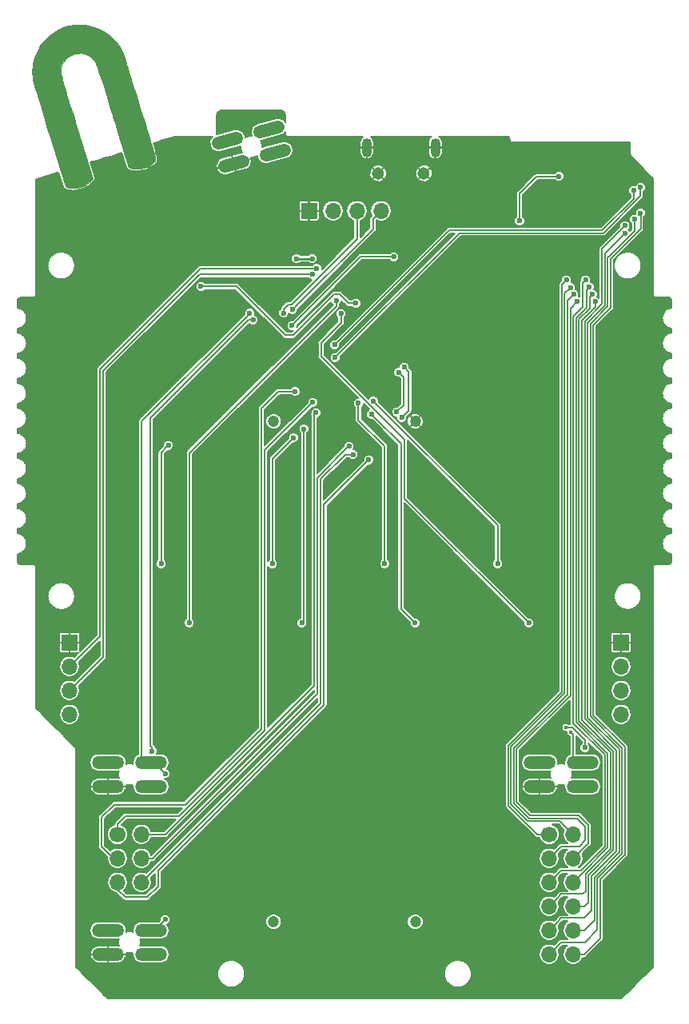
<source format=gbl>
G04 #@! TF.GenerationSoftware,KiCad,Pcbnew,(5.0.0-rc2-dev-222-g3b0a758)*
G04 #@! TF.CreationDate,2018-07-05T12:59:24+02:00*
G04 #@! TF.ProjectId,bornhack_scale_it,626F726E6861636B5F7363616C655F69,rev?*
G04 #@! TF.SameCoordinates,PX2faf080PY1c9c380*
G04 #@! TF.FileFunction,Copper,L2,Bot,Signal*
G04 #@! TF.FilePolarity,Positive*
%FSLAX46Y46*%
G04 Gerber Fmt 4.6, Leading zero omitted, Abs format (unit mm)*
G04 Created by KiCad (PCBNEW (5.0.0-rc2-dev-222-g3b0a758)) date Thursday, 05 July 2018 at 12:59:24*
%MOMM*%
%LPD*%
G01*
G04 APERTURE LIST*
%ADD10C,0.010000*%
%ADD11C,1.200000*%
%ADD12O,1.700000X1.700000*%
%ADD13R,1.700000X1.700000*%
%ADD14C,1.700000*%
%ADD15O,1.016000X2.032000*%
%ADD16C,1.305560*%
%ADD17C,1.350000*%
%ADD18C,1.350000*%
%ADD19O,3.350000X1.350000*%
%ADD20O,1.350000X1.350000*%
%ADD21C,0.600000*%
%ADD22C,0.400000*%
%ADD23C,0.203200*%
%ADD24C,0.152400*%
%ADD25C,0.254000*%
G04 APERTURE END LIST*
D10*
G36*
X7560821Y-26516993D02*
X8172487Y-26634888D01*
X8761026Y-26825721D01*
X9319468Y-27084864D01*
X9840840Y-27407686D01*
X10318171Y-27789560D01*
X10744492Y-28225854D01*
X11112829Y-28711941D01*
X11416212Y-29243191D01*
X11548272Y-29541446D01*
X11576207Y-29620516D01*
X11627376Y-29775480D01*
X11700196Y-30001282D01*
X11793085Y-30292868D01*
X11904462Y-30645183D01*
X12032744Y-31053172D01*
X12176351Y-31511780D01*
X12333699Y-32015952D01*
X12503208Y-32560634D01*
X12683295Y-33140770D01*
X12872379Y-33751305D01*
X13068877Y-34387185D01*
X13271208Y-35043355D01*
X13345873Y-35285851D01*
X13586419Y-36066618D01*
X13803565Y-36770468D01*
X13998278Y-37401573D01*
X14171522Y-37964100D01*
X14324265Y-38462219D01*
X14457473Y-38900099D01*
X14572112Y-39281910D01*
X14669148Y-39611820D01*
X14749547Y-39894000D01*
X14814276Y-40132616D01*
X14864301Y-40331841D01*
X14900588Y-40495841D01*
X14924103Y-40628787D01*
X14935813Y-40734847D01*
X14936683Y-40818191D01*
X14927680Y-40882988D01*
X14909771Y-40933408D01*
X14883920Y-40973618D01*
X14851096Y-41007789D01*
X14812262Y-41040090D01*
X14768387Y-41074690D01*
X14720436Y-41115758D01*
X14701204Y-41134067D01*
X14420039Y-41356847D01*
X14082237Y-41535687D01*
X13706020Y-41666208D01*
X13309610Y-41744027D01*
X12911228Y-41764762D01*
X12529096Y-41724032D01*
X12387783Y-41690367D01*
X12245863Y-41645072D01*
X12163880Y-41599117D01*
X12118567Y-41536182D01*
X12101120Y-41489284D01*
X12083692Y-41433177D01*
X12042867Y-41301035D01*
X11980147Y-41097742D01*
X11897040Y-40828185D01*
X11795048Y-40497250D01*
X11675679Y-40109820D01*
X11540435Y-39670783D01*
X11390823Y-39185024D01*
X11228348Y-38657429D01*
X11054513Y-38092882D01*
X10870825Y-37496271D01*
X10678789Y-36872479D01*
X10479908Y-36226394D01*
X10423766Y-36044000D01*
X10222338Y-35390754D01*
X10026344Y-34757393D01*
X9837360Y-34148902D01*
X9656964Y-33570266D01*
X9486733Y-33026471D01*
X9328245Y-32522504D01*
X9183077Y-32063348D01*
X9052807Y-31653991D01*
X8939012Y-31299417D01*
X8843270Y-31004613D01*
X8767158Y-30774564D01*
X8712253Y-30614255D01*
X8680133Y-30528673D01*
X8675828Y-30519500D01*
X8509522Y-30272473D01*
X8286193Y-30033291D01*
X8031771Y-29826740D01*
X7816831Y-29698461D01*
X7446229Y-29559094D01*
X7072788Y-29497389D01*
X6704795Y-29507780D01*
X6350537Y-29584697D01*
X6018299Y-29722572D01*
X5716369Y-29915837D01*
X5453031Y-30158923D01*
X5236573Y-30446262D01*
X5075281Y-30772287D01*
X4977441Y-31131428D01*
X4951338Y-31518117D01*
X4957134Y-31620166D01*
X4967013Y-31685318D01*
X4989526Y-31788285D01*
X5025637Y-31932317D01*
X5076307Y-32120661D01*
X5142501Y-32356565D01*
X5225179Y-32643279D01*
X5325306Y-32984048D01*
X5443844Y-33382123D01*
X5581755Y-33840751D01*
X5740003Y-34363180D01*
X5919550Y-34952659D01*
X6121358Y-35612435D01*
X6346391Y-36345757D01*
X6595611Y-37155872D01*
X6655458Y-37350169D01*
X8329471Y-42783839D01*
X8244821Y-42902719D01*
X8012904Y-43160933D01*
X7717211Y-43384603D01*
X7373740Y-43567544D01*
X6998490Y-43703571D01*
X6607460Y-43786500D01*
X6216650Y-43810145D01*
X5953698Y-43788398D01*
X5791656Y-43757769D01*
X5641027Y-43718679D01*
X5576879Y-43696494D01*
X5438528Y-43640041D01*
X3750645Y-38159270D01*
X3545856Y-37493180D01*
X3347263Y-36845071D01*
X3156385Y-36220004D01*
X2974739Y-35623040D01*
X2803844Y-35059237D01*
X2645215Y-34533655D01*
X2500373Y-34051354D01*
X2370833Y-33617395D01*
X2258115Y-33236837D01*
X2163735Y-32914739D01*
X2089211Y-32656162D01*
X2036062Y-32466166D01*
X2005804Y-32349809D01*
X2000215Y-32323704D01*
X1973839Y-32127381D01*
X1952958Y-31883072D01*
X1940260Y-31627414D01*
X1937667Y-31471131D01*
X1978043Y-30832192D01*
X2095884Y-30217656D01*
X2286254Y-29632456D01*
X2544220Y-29081525D01*
X2864849Y-28569795D01*
X3243206Y-28102200D01*
X3674357Y-27683672D01*
X4153368Y-27319146D01*
X4675307Y-27013553D01*
X5235238Y-26771827D01*
X5828228Y-26598900D01*
X6449342Y-26499707D01*
X6933000Y-26476666D01*
X7560821Y-26516993D01*
X7560821Y-26516993D01*
G37*
X7560821Y-26516993D02*
X8172487Y-26634888D01*
X8761026Y-26825721D01*
X9319468Y-27084864D01*
X9840840Y-27407686D01*
X10318171Y-27789560D01*
X10744492Y-28225854D01*
X11112829Y-28711941D01*
X11416212Y-29243191D01*
X11548272Y-29541446D01*
X11576207Y-29620516D01*
X11627376Y-29775480D01*
X11700196Y-30001282D01*
X11793085Y-30292868D01*
X11904462Y-30645183D01*
X12032744Y-31053172D01*
X12176351Y-31511780D01*
X12333699Y-32015952D01*
X12503208Y-32560634D01*
X12683295Y-33140770D01*
X12872379Y-33751305D01*
X13068877Y-34387185D01*
X13271208Y-35043355D01*
X13345873Y-35285851D01*
X13586419Y-36066618D01*
X13803565Y-36770468D01*
X13998278Y-37401573D01*
X14171522Y-37964100D01*
X14324265Y-38462219D01*
X14457473Y-38900099D01*
X14572112Y-39281910D01*
X14669148Y-39611820D01*
X14749547Y-39894000D01*
X14814276Y-40132616D01*
X14864301Y-40331841D01*
X14900588Y-40495841D01*
X14924103Y-40628787D01*
X14935813Y-40734847D01*
X14936683Y-40818191D01*
X14927680Y-40882988D01*
X14909771Y-40933408D01*
X14883920Y-40973618D01*
X14851096Y-41007789D01*
X14812262Y-41040090D01*
X14768387Y-41074690D01*
X14720436Y-41115758D01*
X14701204Y-41134067D01*
X14420039Y-41356847D01*
X14082237Y-41535687D01*
X13706020Y-41666208D01*
X13309610Y-41744027D01*
X12911228Y-41764762D01*
X12529096Y-41724032D01*
X12387783Y-41690367D01*
X12245863Y-41645072D01*
X12163880Y-41599117D01*
X12118567Y-41536182D01*
X12101120Y-41489284D01*
X12083692Y-41433177D01*
X12042867Y-41301035D01*
X11980147Y-41097742D01*
X11897040Y-40828185D01*
X11795048Y-40497250D01*
X11675679Y-40109820D01*
X11540435Y-39670783D01*
X11390823Y-39185024D01*
X11228348Y-38657429D01*
X11054513Y-38092882D01*
X10870825Y-37496271D01*
X10678789Y-36872479D01*
X10479908Y-36226394D01*
X10423766Y-36044000D01*
X10222338Y-35390754D01*
X10026344Y-34757393D01*
X9837360Y-34148902D01*
X9656964Y-33570266D01*
X9486733Y-33026471D01*
X9328245Y-32522504D01*
X9183077Y-32063348D01*
X9052807Y-31653991D01*
X8939012Y-31299417D01*
X8843270Y-31004613D01*
X8767158Y-30774564D01*
X8712253Y-30614255D01*
X8680133Y-30528673D01*
X8675828Y-30519500D01*
X8509522Y-30272473D01*
X8286193Y-30033291D01*
X8031771Y-29826740D01*
X7816831Y-29698461D01*
X7446229Y-29559094D01*
X7072788Y-29497389D01*
X6704795Y-29507780D01*
X6350537Y-29584697D01*
X6018299Y-29722572D01*
X5716369Y-29915837D01*
X5453031Y-30158923D01*
X5236573Y-30446262D01*
X5075281Y-30772287D01*
X4977441Y-31131428D01*
X4951338Y-31518117D01*
X4957134Y-31620166D01*
X4967013Y-31685318D01*
X4989526Y-31788285D01*
X5025637Y-31932317D01*
X5076307Y-32120661D01*
X5142501Y-32356565D01*
X5225179Y-32643279D01*
X5325306Y-32984048D01*
X5443844Y-33382123D01*
X5581755Y-33840751D01*
X5740003Y-34363180D01*
X5919550Y-34952659D01*
X6121358Y-35612435D01*
X6346391Y-36345757D01*
X6595611Y-37155872D01*
X6655458Y-37350169D01*
X8329471Y-42783839D01*
X8244821Y-42902719D01*
X8012904Y-43160933D01*
X7717211Y-43384603D01*
X7373740Y-43567544D01*
X6998490Y-43703571D01*
X6607460Y-43786500D01*
X6216650Y-43810145D01*
X5953698Y-43788398D01*
X5791656Y-43757769D01*
X5641027Y-43718679D01*
X5576879Y-43696494D01*
X5438528Y-43640041D01*
X3750645Y-38159270D01*
X3545856Y-37493180D01*
X3347263Y-36845071D01*
X3156385Y-36220004D01*
X2974739Y-35623040D01*
X2803844Y-35059237D01*
X2645215Y-34533655D01*
X2500373Y-34051354D01*
X2370833Y-33617395D01*
X2258115Y-33236837D01*
X2163735Y-32914739D01*
X2089211Y-32656162D01*
X2036062Y-32466166D01*
X2005804Y-32349809D01*
X2000215Y-32323704D01*
X1973839Y-32127381D01*
X1952958Y-31883072D01*
X1940260Y-31627414D01*
X1937667Y-31471131D01*
X1978043Y-30832192D01*
X2095884Y-30217656D01*
X2286254Y-29632456D01*
X2544220Y-29081525D01*
X2864849Y-28569795D01*
X3243206Y-28102200D01*
X3674357Y-27683672D01*
X4153368Y-27319146D01*
X4675307Y-27013553D01*
X5235238Y-26771827D01*
X5828228Y-26598900D01*
X6449342Y-26499707D01*
X6933000Y-26476666D01*
X7560821Y-26516993D01*
D11*
X27500000Y-68500000D03*
X27500000Y-121500000D03*
X42500000Y-121500000D03*
X42500000Y-68500000D03*
D12*
X38870000Y-46200000D03*
X36330000Y-46200000D03*
X33790000Y-46200000D03*
D13*
X31250000Y-46200000D03*
X5880000Y-91920000D03*
D12*
X5880000Y-94460000D03*
X5880000Y-97000000D03*
X5880000Y-99540000D03*
X64300000Y-99540000D03*
X64300000Y-97000000D03*
X64300000Y-94460000D03*
D13*
X64300000Y-91920000D03*
D12*
X59220000Y-124940000D03*
X56680000Y-124940000D03*
X59220000Y-122400000D03*
X56680000Y-122400000D03*
X59220000Y-119860000D03*
X56680000Y-119860000D03*
X59220000Y-117320000D03*
X56680000Y-117320000D03*
X59220000Y-114780000D03*
X56680000Y-114780000D03*
X59220000Y-112240000D03*
D14*
X56680000Y-112240000D03*
D12*
X13500000Y-117320000D03*
X10960000Y-117320000D03*
X13500000Y-114780000D03*
X10960000Y-114780000D03*
X13500000Y-112240000D03*
D14*
X10960000Y-112240000D03*
D15*
X44624580Y-39500000D03*
X37375420Y-39500000D03*
D16*
X43423160Y-42227960D03*
X38576840Y-42227960D03*
D17*
X27665926Y-40041181D03*
D18*
X26700000Y-40300000D02*
X28631852Y-39782362D01*
D17*
X27008526Y-37587730D03*
D18*
X26042600Y-37846549D02*
X27974452Y-37328911D01*
D17*
X23280622Y-41216220D03*
D18*
X22314696Y-41475039D02*
X24246548Y-40957401D01*
D17*
X22623222Y-38762768D03*
D18*
X21657296Y-39021587D02*
X23589148Y-38503949D01*
D17*
X26700000Y-40300000D03*
D18*
X26700000Y-40300000D02*
X26700000Y-40300000D01*
D17*
X24246548Y-40957401D03*
D18*
X24246548Y-40957401D02*
X24246548Y-40957401D01*
D17*
X26042600Y-37846549D03*
D18*
X26042600Y-37846549D02*
X26042600Y-37846549D01*
D17*
X23589148Y-38503949D03*
D19*
X14500000Y-107160000D03*
X14500000Y-104620000D03*
X9960000Y-107160000D03*
X9960000Y-104620000D03*
D20*
X13500000Y-107160000D03*
X10960000Y-107160000D03*
X13500000Y-104620000D03*
D17*
X10960000Y-104620000D03*
X56680000Y-104620000D03*
D20*
X59220000Y-104620000D03*
X56680000Y-107160000D03*
X59220000Y-107160000D03*
D19*
X55680000Y-104620000D03*
X55680000Y-107160000D03*
X60220000Y-104620000D03*
X60220000Y-107160000D03*
D17*
X10960000Y-122400000D03*
D20*
X13500000Y-122400000D03*
X10960000Y-124940000D03*
X13500000Y-124940000D03*
D19*
X9960000Y-122400000D03*
X9960000Y-124940000D03*
X14500000Y-122400000D03*
X14500000Y-124940000D03*
D21*
X61455200Y-42898000D03*
X64152680Y-41678800D03*
X67337840Y-51132680D03*
X67337840Y-49522320D03*
X67363240Y-47790040D03*
X67388640Y-46200000D03*
X67388640Y-44615040D03*
X24838560Y-62425520D03*
X44350840Y-59372440D03*
X6565800Y-49029560D03*
X53403400Y-50954880D03*
X48470720Y-45631040D03*
X48648520Y-42009000D03*
X29481680Y-38620640D03*
X30980280Y-38651120D03*
X32560160Y-38651120D03*
X34058760Y-38620640D03*
X35582760Y-38595240D03*
X46494600Y-38564760D03*
X48044000Y-38595240D03*
X49542600Y-38620640D03*
X50904040Y-38595240D03*
X25090000Y-36270000D03*
X22570000Y-36320000D03*
X16360000Y-63440000D03*
X40750000Y-49730000D03*
X35810000Y-57090000D03*
X42150000Y-60760000D03*
X24900000Y-53710000D03*
X29450000Y-53760000D03*
X58450000Y-52420000D03*
X56430000Y-55260000D03*
X61260000Y-109730000D03*
X56880000Y-85060000D03*
X56550000Y-102010000D03*
X58550000Y-99000000D03*
X52210000Y-38600000D03*
X52750000Y-39140000D03*
X53400000Y-39140000D03*
X54120000Y-39150000D03*
X54850000Y-39140000D03*
X67410000Y-42860000D03*
X66910000Y-42320000D03*
X66330000Y-41730000D03*
X65770000Y-41160000D03*
X65220000Y-40630000D03*
X65040000Y-39840000D03*
X65030000Y-39130000D03*
X60020000Y-40060000D03*
X59060000Y-40040000D03*
X61600000Y-39120000D03*
X60240000Y-39120000D03*
X59330000Y-39120000D03*
X58460000Y-39120000D03*
X55570000Y-40400000D03*
X55570000Y-39770000D03*
X57590000Y-39110000D03*
X56690000Y-39120000D03*
X59500000Y-41590000D03*
X55580000Y-39130000D03*
X19789000Y-54211000D03*
X36225000Y-56000000D03*
X53550000Y-47270000D03*
X57725000Y-42550000D03*
X32042008Y-52296000D03*
X31655247Y-52941403D03*
X28562200Y-57025480D03*
X60482482Y-103057519D03*
X14630000Y-103440000D03*
D22*
X58450000Y-100920000D03*
D21*
X25325000Y-57750000D03*
X24950320Y-57061041D03*
X29496920Y-56669880D03*
X16020000Y-121280000D03*
X16010000Y-105819998D03*
D22*
X58970000Y-101409998D03*
D21*
X37869855Y-67753345D03*
X42475000Y-89850000D03*
X34134960Y-55694520D03*
X18575000Y-89825000D03*
X30699999Y-69300001D03*
X30500000Y-89850000D03*
X54525000Y-89850000D03*
X34625000Y-57100000D03*
X29925002Y-51275000D03*
X31600000Y-51275000D03*
X29425000Y-58350000D03*
X40225000Y-51075000D03*
X65629998Y-44060000D03*
X33950000Y-60389998D03*
X66370000Y-43710000D03*
X34000000Y-61750000D03*
X27368400Y-83588800D03*
X29603600Y-70228400D03*
X36483255Y-66583255D03*
X39250000Y-83575000D03*
X16344800Y-71041200D03*
X15575000Y-83600000D03*
X38070379Y-66375000D03*
X51225000Y-83600000D03*
X40754200Y-63319600D03*
X35902800Y-72006400D03*
X40525600Y-67485200D03*
X37579200Y-72565200D03*
X41084400Y-68094800D03*
X41338400Y-62760800D03*
X35496400Y-71142800D03*
X29756000Y-65351600D03*
X31991200Y-67586800D03*
X31635600Y-66469200D03*
X58509999Y-53519999D03*
X58930000Y-54310000D03*
X59290000Y-55060000D03*
X59680000Y-55799996D03*
X60550000Y-53520000D03*
X60920000Y-54280000D03*
X61263945Y-55067187D03*
X61560004Y-55800000D03*
X64720000Y-47790000D03*
X64710000Y-48580000D03*
X65710000Y-47090000D03*
X66360000Y-46440002D03*
D23*
X29600000Y-59375000D02*
X28725000Y-59375000D01*
X36225000Y-56000000D02*
X35430000Y-56000000D01*
X35430000Y-56000000D02*
X34480000Y-55050000D01*
X23561000Y-54211000D02*
X19789000Y-54211000D01*
X34480000Y-55050000D02*
X33925000Y-55050000D01*
X28725000Y-59375000D02*
X23561000Y-54211000D01*
X33925000Y-55050000D02*
X29600000Y-59375000D01*
D24*
X57725000Y-42550000D02*
X55360000Y-42550000D01*
X55360000Y-42550000D02*
X53550000Y-44360000D01*
X53550000Y-46845736D02*
X53550000Y-47270000D01*
X53550000Y-44360000D02*
X53550000Y-46845736D01*
D23*
X31617744Y-52296000D02*
X32042008Y-52296000D01*
X19784000Y-52296000D02*
X31617744Y-52296000D01*
X9075000Y-63005000D02*
X19784000Y-52296000D01*
X9075000Y-91265000D02*
X9075000Y-63005000D01*
X5880000Y-94460000D02*
X9075000Y-91265000D01*
X9450000Y-93430000D02*
X9450000Y-63132908D01*
X9450000Y-63132908D02*
X19641505Y-52941403D01*
X19641505Y-52941403D02*
X31230983Y-52941403D01*
X31230983Y-52941403D02*
X31655247Y-52941403D01*
X5880000Y-97000000D02*
X9450000Y-93430000D01*
X28562200Y-56601216D02*
X28562200Y-57025480D01*
X29042418Y-56120998D02*
X28562200Y-56601216D01*
X36330000Y-46200000D02*
X36330000Y-49170000D01*
X36330000Y-49170000D02*
X29379002Y-56120998D01*
X29379002Y-56120998D02*
X29042418Y-56120998D01*
X25325000Y-57750000D02*
X24860000Y-57750000D01*
X14450000Y-102835736D02*
X14630000Y-103015736D01*
X14630000Y-103015736D02*
X14630000Y-103440000D01*
X24860000Y-57750000D02*
X14450000Y-68160000D01*
X14450000Y-68160000D02*
X14450000Y-102835736D01*
X58450000Y-100920000D02*
X59145543Y-100920000D01*
X59145543Y-100920000D02*
X60490000Y-102264457D01*
X60490000Y-102264457D02*
X60490000Y-103050001D01*
X60490000Y-103050001D02*
X60482482Y-103057519D01*
X13500000Y-104620000D02*
X13500000Y-68511361D01*
X24650321Y-57361040D02*
X24950320Y-57061041D01*
X13500000Y-68511361D02*
X24650321Y-57361040D01*
X38020001Y-48146799D02*
X29796919Y-56369881D01*
X29796919Y-56369881D02*
X29496920Y-56669880D01*
X38870000Y-46200000D02*
X38020001Y-47049999D01*
X38020001Y-47049999D02*
X38020001Y-48146799D01*
X13500000Y-122400000D02*
X14900000Y-122400000D01*
X14900000Y-122400000D02*
X15720001Y-121579999D01*
X15720001Y-121579999D02*
X16020000Y-121280000D01*
X14810002Y-104620000D02*
X15710001Y-105519999D01*
X15710001Y-105519999D02*
X16010000Y-105819998D01*
X13500000Y-104620000D02*
X14810002Y-104620000D01*
X59169999Y-101609997D02*
X58970000Y-101409998D01*
X59220000Y-104620000D02*
X59220000Y-101659998D01*
X59220000Y-101659998D02*
X59169999Y-101609997D01*
X40975000Y-88350000D02*
X40975000Y-70858490D01*
X38169854Y-68053344D02*
X37869855Y-67753345D01*
X40975000Y-70858490D02*
X38169854Y-68053344D01*
X42475000Y-89850000D02*
X40975000Y-88350000D01*
X18575000Y-89825000D02*
X18575000Y-71853920D01*
X18575000Y-71853920D02*
X34145120Y-56283800D01*
X34145120Y-56283800D02*
X34145120Y-55704680D01*
X34145120Y-55704680D02*
X34134960Y-55694520D01*
X30500000Y-89850000D02*
X30699999Y-89650001D01*
X30699999Y-89650001D02*
X30699999Y-69300001D01*
X34640000Y-57115000D02*
X34640000Y-58085000D01*
X41350000Y-70450000D02*
X41350000Y-76675000D01*
X34625000Y-57100000D02*
X34640000Y-57115000D01*
X32525000Y-61625000D02*
X41350000Y-70450000D01*
X34640000Y-58085000D02*
X32525000Y-60200000D01*
X32525000Y-60200000D02*
X32525000Y-61625000D01*
X41350000Y-76675000D02*
X54525000Y-89850000D01*
D25*
X31600000Y-51275000D02*
X29925002Y-51275000D01*
D23*
X40225000Y-51075000D02*
X36700000Y-51075000D01*
X29624999Y-58150001D02*
X29425000Y-58350000D01*
X36700000Y-51075000D02*
X29624999Y-58150001D01*
D24*
X62304811Y-48255189D02*
X65629998Y-44930002D01*
X46084809Y-48255189D02*
X62304811Y-48255189D01*
X33950000Y-60389998D02*
X46084809Y-48255189D01*
X65629998Y-44484264D02*
X65629998Y-44060000D01*
X65629998Y-44930002D02*
X65629998Y-44484264D01*
X62431067Y-48560000D02*
X66370000Y-44621067D01*
X34000000Y-61750000D02*
X47190000Y-48560000D01*
X66370000Y-44621067D02*
X66370000Y-44134264D01*
X47190000Y-48560000D02*
X62431067Y-48560000D01*
X66370000Y-44134264D02*
X66370000Y-43710000D01*
D23*
X29603600Y-70228400D02*
X27368400Y-72463600D01*
X27368400Y-72463600D02*
X27368400Y-83588800D01*
X39250000Y-71137200D02*
X36483255Y-68370455D01*
X39250000Y-83575000D02*
X39250000Y-71137200D01*
X36483255Y-67007519D02*
X36483255Y-66583255D01*
X36483255Y-68370455D02*
X36483255Y-67007519D01*
X16144801Y-71241199D02*
X16344800Y-71041200D01*
X15575000Y-83600000D02*
X15575000Y-71811000D01*
X15575000Y-71811000D02*
X16144801Y-71241199D01*
X51225000Y-79529621D02*
X38370378Y-66674999D01*
X51225000Y-83600000D02*
X51225000Y-79529621D01*
X38370378Y-66674999D02*
X38070379Y-66375000D01*
X40525600Y-67485200D02*
X41252040Y-66758760D01*
X41252040Y-63817440D02*
X40754200Y-63319600D01*
X41252040Y-66758760D02*
X41252040Y-63817440D01*
X35902800Y-72006400D02*
X35083600Y-72006400D01*
X32474389Y-74615611D02*
X32474389Y-98345611D01*
X35083600Y-72006400D02*
X32474389Y-74615611D01*
X32474389Y-98345611D02*
X14349999Y-116470001D01*
X14349999Y-116470001D02*
X13500000Y-117320000D01*
X41384399Y-67794801D02*
X41084400Y-68094800D01*
X41815611Y-67363589D02*
X41384399Y-67794801D01*
X41815611Y-63238011D02*
X41815611Y-67363589D01*
X41338400Y-62760800D02*
X41815611Y-63238011D01*
X37579200Y-72565200D02*
X32830000Y-77314400D01*
X32830000Y-77314400D02*
X32830000Y-98510000D01*
X15278000Y-116062000D02*
X15278000Y-117726400D01*
X14109600Y-118894800D02*
X11772800Y-118894800D01*
X32830000Y-98510000D02*
X15278000Y-116062000D01*
X15278000Y-117726400D02*
X14109600Y-118894800D01*
X11772800Y-118894800D02*
X10960000Y-118082000D01*
X10960000Y-118082000D02*
X10960000Y-117320000D01*
X35496400Y-71142800D02*
X35437200Y-71142800D01*
X35437200Y-71142800D02*
X32118778Y-74461222D01*
X32118778Y-74461222D02*
X32118778Y-97363303D01*
X32118778Y-97363303D02*
X14702081Y-114780000D01*
X14702081Y-114780000D02*
X13500000Y-114780000D01*
X29756000Y-65351600D02*
X27978400Y-65351600D01*
X18173600Y-109090400D02*
X10604400Y-109090400D01*
X10604400Y-109090400D02*
X9283600Y-110411200D01*
X10502800Y-114780000D02*
X10960000Y-114780000D01*
X26180000Y-101084000D02*
X18173600Y-109090400D01*
X26180000Y-67150000D02*
X26180000Y-101084000D01*
X27978400Y-65351600D02*
X26180000Y-67150000D01*
X9283600Y-110411200D02*
X9283600Y-113560800D01*
X9283600Y-113560800D02*
X10502800Y-114780000D01*
X16029818Y-112240000D02*
X14702081Y-112240000D01*
X31763167Y-96506651D02*
X16029818Y-112240000D01*
X31991200Y-67586800D02*
X31763167Y-67814833D01*
X14702081Y-112240000D02*
X13500000Y-112240000D01*
X31763167Y-67814833D02*
X31763167Y-96506651D01*
X10960000Y-111186800D02*
X10960000Y-112240000D01*
X26535611Y-71569189D02*
X26535611Y-101231298D01*
X31635600Y-66469200D02*
X26535611Y-71569189D01*
X11837200Y-110309600D02*
X10960000Y-111186800D01*
X17457309Y-110309600D02*
X11837200Y-110309600D01*
X26535611Y-101231298D02*
X17457309Y-110309600D01*
D24*
X55677600Y-112240000D02*
X56680000Y-112240000D01*
X52330000Y-102859997D02*
X52330000Y-109183201D01*
X58509999Y-53519999D02*
X58017079Y-54012919D01*
X55386799Y-112240000D02*
X55677600Y-112240000D01*
X58017079Y-97172918D02*
X52330000Y-102859997D01*
X58017079Y-54012919D02*
X58017079Y-97172918D01*
X52330000Y-109183201D02*
X55386799Y-112240000D01*
X57819622Y-110839622D02*
X58370001Y-111390001D01*
X58930000Y-54310000D02*
X58321890Y-54918110D01*
X54417488Y-110839622D02*
X57819622Y-110839622D01*
X58321890Y-54918110D02*
X58321890Y-97299176D01*
X52634811Y-102986253D02*
X52634811Y-109056945D01*
X52634811Y-109056945D02*
X54417488Y-110839622D01*
X58321890Y-97299176D02*
X52634811Y-102986253D01*
X58370001Y-111390001D02*
X59220000Y-112240000D01*
X52939622Y-103112509D02*
X52939622Y-108930689D01*
X57529999Y-113930001D02*
X56680000Y-114780000D01*
X58626701Y-55723299D02*
X58626701Y-97425431D01*
X59910000Y-113510000D02*
X57950000Y-113510000D01*
X59674811Y-110534811D02*
X60525189Y-111385189D01*
X60525189Y-111385189D02*
X60525189Y-112894811D01*
X60525189Y-112894811D02*
X59910000Y-113510000D01*
X57950000Y-113510000D02*
X57529999Y-113930001D01*
X54543744Y-110534811D02*
X59674811Y-110534811D01*
X58626701Y-97425431D02*
X52939622Y-103112509D01*
X52939622Y-108930689D02*
X54543744Y-110534811D01*
X59290000Y-55060000D02*
X58626701Y-55723299D01*
X54670000Y-110230000D02*
X59801067Y-110230000D01*
X59680000Y-55799996D02*
X58931512Y-56548484D01*
X60069999Y-113930001D02*
X59220000Y-114780000D01*
X53244433Y-103238765D02*
X53244433Y-108804433D01*
X59801067Y-110230000D02*
X60830000Y-111258933D01*
X58931512Y-56548484D02*
X58931512Y-97551686D01*
X58931512Y-97551686D02*
X53244433Y-103238765D01*
X60830000Y-111258933D02*
X60830000Y-113170000D01*
X53244433Y-108804433D02*
X54670000Y-110230000D01*
X60830000Y-113170000D02*
X60069999Y-113930001D01*
X57940000Y-116060000D02*
X57529999Y-116470001D01*
X62580000Y-103837469D02*
X62580000Y-113530000D01*
X62580000Y-113530000D02*
X60050000Y-116060000D01*
X60250001Y-53819999D02*
X60250001Y-56392530D01*
X57529999Y-116470001D02*
X56680000Y-117320000D01*
X59236324Y-100493793D02*
X62580000Y-103837469D01*
X59236324Y-57406207D02*
X59236324Y-100493793D01*
X60550000Y-53520000D02*
X60250001Y-53819999D01*
X60250001Y-56392530D02*
X59236324Y-57406207D01*
X60050000Y-116060000D02*
X57940000Y-116060000D01*
X59541135Y-57532463D02*
X59541135Y-100367537D01*
X60069999Y-116470001D02*
X59220000Y-117320000D01*
X60620001Y-54579999D02*
X60620001Y-56453597D01*
X60920000Y-54280000D02*
X60620001Y-54579999D01*
X60620001Y-56453597D02*
X59541135Y-57532463D01*
X60071066Y-116470001D02*
X60069999Y-116470001D01*
X62884811Y-113656256D02*
X60071066Y-116470001D01*
X62884811Y-103711213D02*
X62884811Y-113656256D01*
X59541135Y-100367537D02*
X62884811Y-103711213D01*
X60555945Y-118234055D02*
X60220000Y-118570000D01*
X59845946Y-57658719D02*
X59845946Y-100241281D01*
X59845946Y-100241281D02*
X63189622Y-103584957D01*
X60963946Y-55367186D02*
X60963946Y-56540719D01*
X63189622Y-113782512D02*
X60555945Y-116416187D01*
X57529999Y-119010001D02*
X56680000Y-119860000D01*
X63189622Y-103584957D02*
X63189622Y-113782512D01*
X60555945Y-116416187D02*
X60555945Y-118234055D01*
X60963946Y-56540719D02*
X59845946Y-57658719D01*
X61263945Y-55067187D02*
X60963946Y-55367186D01*
X60220000Y-118570000D02*
X57970000Y-118570000D01*
X57970000Y-118570000D02*
X57529999Y-119010001D01*
X61560004Y-55800000D02*
X61560004Y-56375730D01*
X63494433Y-103458701D02*
X63494433Y-113908768D01*
X60150757Y-57784975D02*
X60150757Y-100115025D01*
X60422081Y-119860000D02*
X59220000Y-119860000D01*
X60860756Y-116542443D02*
X60860756Y-119421325D01*
X63494433Y-113908768D02*
X60860756Y-116542443D01*
X60150757Y-100115025D02*
X63494433Y-103458701D01*
X61560004Y-56375730D02*
X60150757Y-57784975D01*
X60860756Y-119421325D02*
X60422081Y-119860000D01*
X57970000Y-121110000D02*
X57529999Y-121550001D01*
X61165567Y-120334433D02*
X60390000Y-121110000D01*
X61165567Y-116668699D02*
X61165567Y-120334433D01*
X63799244Y-103332445D02*
X63799244Y-114035024D01*
X57529999Y-121550001D02*
X56680000Y-122400000D01*
X62285567Y-56081234D02*
X60455568Y-57911231D01*
X60455568Y-57911231D02*
X60455568Y-99988769D01*
X60390000Y-121110000D02*
X57970000Y-121110000D01*
X63799244Y-114035024D02*
X61165567Y-116668699D01*
X60455568Y-99988769D02*
X63799244Y-103332445D01*
X62285567Y-50224433D02*
X62285567Y-56081234D01*
X64720000Y-47790000D02*
X62285567Y-50224433D01*
X61470378Y-121351703D02*
X60422081Y-122400000D01*
X64104055Y-103206189D02*
X64104055Y-114161280D01*
X64104055Y-114161280D02*
X61470378Y-116794955D01*
X60422081Y-122400000D02*
X59220000Y-122400000D01*
X61470378Y-116794955D02*
X61470378Y-121351703D01*
X60760379Y-58037487D02*
X60760379Y-99862513D01*
X62590378Y-50699622D02*
X62590378Y-56207490D01*
X60760379Y-99862513D02*
X64104055Y-103206189D01*
X64710000Y-48580000D02*
X62590378Y-50699622D01*
X62590378Y-56207490D02*
X60760379Y-58037487D01*
X64408866Y-114287536D02*
X61775189Y-116921211D01*
X61065190Y-99736257D02*
X64408866Y-103079933D01*
X65710000Y-48328933D02*
X63083744Y-50955189D01*
X62895189Y-56333745D02*
X61065190Y-58163743D01*
X57950000Y-123670000D02*
X57529999Y-124090001D01*
X60460000Y-123670000D02*
X57950000Y-123670000D01*
X61775189Y-122354811D02*
X60460000Y-123670000D01*
X61775189Y-116921211D02*
X61775189Y-122354811D01*
X61065190Y-58163743D02*
X61065190Y-99736257D01*
X57529999Y-124090001D02*
X56680000Y-124940000D01*
X62895189Y-51133744D02*
X62895189Y-56333745D01*
X65710000Y-47090000D02*
X65710000Y-48328933D01*
X63083744Y-50955189D02*
X63073744Y-50955189D01*
X64408866Y-103079933D02*
X64408866Y-114287536D01*
X63073744Y-50955189D02*
X62895189Y-51133744D01*
X63200000Y-56460000D02*
X63200000Y-51280000D01*
X61370001Y-99610001D02*
X61370001Y-58289999D01*
X66380000Y-48100000D02*
X66380000Y-46460002D01*
X62080000Y-123282081D02*
X62080000Y-117047467D01*
X62080000Y-117047467D02*
X64713677Y-114413792D01*
X64713677Y-114413792D02*
X64713677Y-102953677D01*
X60422081Y-124940000D02*
X62080000Y-123282081D01*
X63200000Y-51280000D02*
X66380000Y-48100000D01*
X64713677Y-102953677D02*
X61370001Y-99610001D01*
X61370001Y-58289999D02*
X63200000Y-56460000D01*
X59220000Y-124940000D02*
X60422081Y-124940000D01*
X66380000Y-46460002D02*
X66360000Y-46440002D01*
D23*
G36*
X28743970Y-37965145D02*
X28737035Y-38000009D01*
X28764510Y-38138133D01*
X28842750Y-38255229D01*
X28949950Y-38326857D01*
X28959846Y-38333469D01*
X29097970Y-38360944D01*
X29132834Y-38354009D01*
X36985566Y-38354009D01*
X36845585Y-38444204D01*
X36676284Y-38688662D01*
X36613420Y-38979300D01*
X36613420Y-39487300D01*
X37362720Y-39487300D01*
X37362720Y-39467300D01*
X37388120Y-39467300D01*
X37388120Y-39487300D01*
X38137420Y-39487300D01*
X38137420Y-38979300D01*
X38074556Y-38688662D01*
X37905255Y-38444204D01*
X37765274Y-38354009D01*
X44234726Y-38354009D01*
X44094745Y-38444204D01*
X43925444Y-38688662D01*
X43862580Y-38979300D01*
X43862580Y-39487300D01*
X44611880Y-39487300D01*
X44611880Y-39467300D01*
X44637280Y-39467300D01*
X44637280Y-39487300D01*
X45386580Y-39487300D01*
X45386580Y-38979300D01*
X45323716Y-38688662D01*
X45154415Y-38444204D01*
X45014434Y-38354009D01*
X52426721Y-38354009D01*
X52499643Y-38815846D01*
X52513346Y-38853044D01*
X52540242Y-38882168D01*
X52576235Y-38898781D01*
X52600000Y-38901600D01*
X65256578Y-38901600D01*
X65256578Y-39293316D01*
X65256579Y-39293321D01*
X65256578Y-40134024D01*
X65249649Y-40167853D01*
X65256578Y-40203751D01*
X65256578Y-40204765D01*
X65263179Y-40237950D01*
X65276339Y-40306130D01*
X65276915Y-40307002D01*
X65277118Y-40308025D01*
X65315685Y-40365746D01*
X65334333Y-40394000D01*
X65335045Y-40394720D01*
X65355358Y-40425121D01*
X65384072Y-40444307D01*
X65644158Y-40707363D01*
X65980590Y-41047639D01*
X65980593Y-41047641D01*
X66274838Y-41345246D01*
X66560999Y-41634675D01*
X66876442Y-41953720D01*
X67127758Y-42207906D01*
X67473675Y-42557775D01*
X67473679Y-42557777D01*
X67645516Y-42731577D01*
X67645515Y-44172727D01*
X67645516Y-44172732D01*
X67645515Y-45724470D01*
X67645516Y-45724475D01*
X67645515Y-47276214D01*
X67645516Y-47276219D01*
X67645515Y-48827958D01*
X67645516Y-48827963D01*
X67645515Y-50379701D01*
X67645516Y-50379706D01*
X67645515Y-51931445D01*
X67645516Y-51931450D01*
X67645515Y-53483189D01*
X67645516Y-53483194D01*
X67645515Y-54965205D01*
X67638580Y-55000069D01*
X67666055Y-55138193D01*
X67744295Y-55255289D01*
X67841085Y-55319961D01*
X67861391Y-55333529D01*
X67999515Y-55361004D01*
X68034379Y-55354069D01*
X69232148Y-55354069D01*
X69329816Y-55363946D01*
X69403169Y-55386767D01*
X69469965Y-55423067D01*
X69528585Y-55471447D01*
X69576982Y-55530069D01*
X69613284Y-55596851D01*
X69636112Y-55670212D01*
X69645995Y-55767918D01*
X69645995Y-56471020D01*
X69632509Y-56472383D01*
X69631727Y-56472152D01*
X69562652Y-56479443D01*
X69528579Y-56482887D01*
X69527816Y-56483121D01*
X69527026Y-56483204D01*
X69494388Y-56493354D01*
X69427908Y-56513707D01*
X69427280Y-56514225D01*
X69349955Y-56538273D01*
X69319749Y-56547664D01*
X69319735Y-56547672D01*
X69319724Y-56547675D01*
X69297633Y-56559682D01*
X69162206Y-56633276D01*
X69132280Y-56649382D01*
X69131727Y-56649838D01*
X69131093Y-56650183D01*
X69104829Y-56672042D01*
X68995121Y-56762605D01*
X68968880Y-56784021D01*
X68968245Y-56784791D01*
X68967480Y-56785422D01*
X68946143Y-56811574D01*
X68855503Y-56921410D01*
X68833675Y-56947642D01*
X68833327Y-56948283D01*
X68832867Y-56948840D01*
X68816776Y-56978749D01*
X68748369Y-57104668D01*
X68731202Y-57136257D01*
X68731195Y-57136280D01*
X68731184Y-57136300D01*
X68723826Y-57159978D01*
X68697770Y-57243779D01*
X68697257Y-57244401D01*
X68676929Y-57310808D01*
X68666752Y-57343538D01*
X68666669Y-57344323D01*
X68666440Y-57345072D01*
X68663019Y-57378928D01*
X68655707Y-57448239D01*
X68655936Y-57449014D01*
X68654664Y-57461601D01*
X68654227Y-57462424D01*
X68647596Y-57531547D01*
X68644173Y-57565417D01*
X68644260Y-57566321D01*
X68644173Y-57567225D01*
X68647596Y-57601095D01*
X68654227Y-57670218D01*
X68654664Y-57671041D01*
X68655936Y-57683628D01*
X68655707Y-57684403D01*
X68663019Y-57753714D01*
X68666440Y-57787570D01*
X68666669Y-57788319D01*
X68666752Y-57789104D01*
X68676929Y-57821834D01*
X68697257Y-57888241D01*
X68697770Y-57888863D01*
X68720790Y-57962897D01*
X68731184Y-57996343D01*
X68731196Y-57996364D01*
X68731202Y-57996385D01*
X68745685Y-58023035D01*
X68816794Y-58153926D01*
X68832867Y-58183801D01*
X68833327Y-58184358D01*
X68833675Y-58184999D01*
X68855521Y-58211253D01*
X68946090Y-58321003D01*
X68967478Y-58347218D01*
X68968247Y-58347853D01*
X68968880Y-58348620D01*
X68995033Y-58369965D01*
X69104901Y-58460659D01*
X69131093Y-58482459D01*
X69131725Y-58482802D01*
X69132278Y-58483259D01*
X69162220Y-58499374D01*
X69297540Y-58572909D01*
X69319724Y-58584967D01*
X69319735Y-58584970D01*
X69319749Y-58584978D01*
X69349955Y-58594369D01*
X69427280Y-58618417D01*
X69427908Y-58618935D01*
X69494388Y-58639288D01*
X69527026Y-58649438D01*
X69527816Y-58649521D01*
X69528579Y-58649755D01*
X69562652Y-58653199D01*
X69631727Y-58660490D01*
X69632509Y-58660259D01*
X69645995Y-58661622D01*
X69645995Y-59122882D01*
X69632509Y-59124245D01*
X69631727Y-59124014D01*
X69562652Y-59131305D01*
X69528579Y-59134749D01*
X69527816Y-59134983D01*
X69527026Y-59135066D01*
X69494388Y-59145216D01*
X69427908Y-59165569D01*
X69427280Y-59166087D01*
X69349955Y-59190135D01*
X69319749Y-59199526D01*
X69319735Y-59199534D01*
X69319724Y-59199537D01*
X69297540Y-59211595D01*
X69162220Y-59285130D01*
X69132278Y-59301245D01*
X69131725Y-59301702D01*
X69131093Y-59302045D01*
X69104901Y-59323845D01*
X68995033Y-59414539D01*
X68968880Y-59435884D01*
X68968247Y-59436651D01*
X68967478Y-59437286D01*
X68946090Y-59463501D01*
X68855535Y-59573234D01*
X68833675Y-59599505D01*
X68833327Y-59600146D01*
X68832867Y-59600703D01*
X68816794Y-59630578D01*
X68747255Y-59758579D01*
X68731202Y-59788119D01*
X68731196Y-59788140D01*
X68731184Y-59788161D01*
X68722257Y-59816886D01*
X68697770Y-59895641D01*
X68697257Y-59896263D01*
X68676929Y-59962670D01*
X68666752Y-59995400D01*
X68666669Y-59996185D01*
X68666440Y-59996934D01*
X68663019Y-60030790D01*
X68655707Y-60100101D01*
X68655936Y-60100876D01*
X68654664Y-60113463D01*
X68654228Y-60114284D01*
X68647599Y-60183380D01*
X68644173Y-60217279D01*
X68644260Y-60218182D01*
X68644173Y-60219085D01*
X68647597Y-60252972D01*
X68654227Y-60322080D01*
X68654663Y-60322901D01*
X68655936Y-60335493D01*
X68655709Y-60336259D01*
X68662989Y-60405293D01*
X68666439Y-60439438D01*
X68666668Y-60440188D01*
X68666750Y-60440961D01*
X68676859Y-60473478D01*
X68697256Y-60540110D01*
X68697766Y-60540729D01*
X68720553Y-60614023D01*
X68731171Y-60648202D01*
X68731188Y-60648234D01*
X68731197Y-60648262D01*
X68744901Y-60673481D01*
X68816729Y-60805724D01*
X68832839Y-60835677D01*
X68833306Y-60836244D01*
X68833657Y-60836889D01*
X68855403Y-60863027D01*
X68946104Y-60972969D01*
X68967437Y-60999125D01*
X68968207Y-60999761D01*
X68968844Y-61000533D01*
X68995024Y-61021906D01*
X69104901Y-61112639D01*
X69131043Y-61134405D01*
X69131675Y-61134748D01*
X69132230Y-61135207D01*
X69162257Y-61151374D01*
X69303459Y-61228137D01*
X69319683Y-61236958D01*
X69319687Y-61236959D01*
X69319694Y-61236963D01*
X69349826Y-61246337D01*
X69427253Y-61270427D01*
X69427891Y-61270953D01*
X69494323Y-61291294D01*
X69526983Y-61301456D01*
X69527787Y-61301541D01*
X69528561Y-61301778D01*
X69562580Y-61305218D01*
X69631683Y-61312521D01*
X69632478Y-61312286D01*
X69645995Y-61313653D01*
X69645995Y-61774748D01*
X69632478Y-61776115D01*
X69631683Y-61775880D01*
X69562580Y-61783183D01*
X69528561Y-61786623D01*
X69527787Y-61786860D01*
X69526983Y-61786945D01*
X69494323Y-61797107D01*
X69427891Y-61817448D01*
X69427253Y-61817974D01*
X69349826Y-61842064D01*
X69319694Y-61851438D01*
X69319687Y-61851442D01*
X69319683Y-61851443D01*
X69303580Y-61860198D01*
X69162257Y-61937027D01*
X69132230Y-61953194D01*
X69131675Y-61953653D01*
X69131043Y-61953996D01*
X69104901Y-61975762D01*
X68995024Y-62066495D01*
X68968844Y-62087868D01*
X68968207Y-62088640D01*
X68967437Y-62089276D01*
X68946104Y-62115432D01*
X68855403Y-62225374D01*
X68833657Y-62251512D01*
X68833306Y-62252157D01*
X68832839Y-62252724D01*
X68816729Y-62282677D01*
X68746114Y-62412688D01*
X68731197Y-62440139D01*
X68731188Y-62440167D01*
X68731171Y-62440199D01*
X68720936Y-62473144D01*
X68697766Y-62547672D01*
X68697256Y-62548291D01*
X68676859Y-62614923D01*
X68666750Y-62647440D01*
X68666668Y-62648213D01*
X68666439Y-62648963D01*
X68662989Y-62683108D01*
X68655709Y-62752142D01*
X68655936Y-62752908D01*
X68654663Y-62765500D01*
X68654227Y-62766321D01*
X68647597Y-62835429D01*
X68644173Y-62869316D01*
X68644260Y-62870219D01*
X68644173Y-62871122D01*
X68647599Y-62905021D01*
X68654228Y-62974117D01*
X68654664Y-62974938D01*
X68655936Y-62987526D01*
X68655707Y-62988301D01*
X68663021Y-63057634D01*
X68666440Y-63091467D01*
X68666669Y-63092215D01*
X68666752Y-63093002D01*
X68676945Y-63125785D01*
X68697257Y-63192138D01*
X68697770Y-63192760D01*
X68722301Y-63271655D01*
X68731184Y-63300238D01*
X68731194Y-63300257D01*
X68731202Y-63300282D01*
X68746024Y-63327555D01*
X68816776Y-63457789D01*
X68832867Y-63487698D01*
X68833327Y-63488255D01*
X68833675Y-63488896D01*
X68855503Y-63515128D01*
X68946090Y-63624900D01*
X68967478Y-63651115D01*
X68968247Y-63651750D01*
X68968880Y-63652517D01*
X68995033Y-63673862D01*
X69104901Y-63764556D01*
X69131093Y-63786356D01*
X69131725Y-63786699D01*
X69132278Y-63787156D01*
X69162220Y-63803271D01*
X69297540Y-63876806D01*
X69319724Y-63888864D01*
X69319735Y-63888867D01*
X69319749Y-63888875D01*
X69349955Y-63898266D01*
X69427280Y-63922314D01*
X69427908Y-63922832D01*
X69494388Y-63943185D01*
X69527026Y-63953335D01*
X69527816Y-63953418D01*
X69528579Y-63953652D01*
X69562652Y-63957096D01*
X69631727Y-63964387D01*
X69632509Y-63964156D01*
X69645995Y-63965519D01*
X69645995Y-64426783D01*
X69632480Y-64428149D01*
X69631683Y-64427914D01*
X69562502Y-64435225D01*
X69528563Y-64438657D01*
X69527790Y-64438894D01*
X69526983Y-64438979D01*
X69494337Y-64449136D01*
X69427893Y-64469480D01*
X69427252Y-64470009D01*
X69347985Y-64494671D01*
X69319692Y-64503473D01*
X69319687Y-64503476D01*
X69319683Y-64503477D01*
X69303481Y-64512286D01*
X69162208Y-64589088D01*
X69132230Y-64605229D01*
X69131675Y-64605687D01*
X69131041Y-64606032D01*
X69104851Y-64627838D01*
X68995057Y-64718503D01*
X68968846Y-64739901D01*
X68968208Y-64740674D01*
X68967437Y-64741311D01*
X68946088Y-64767486D01*
X68855495Y-64877296D01*
X68833656Y-64903547D01*
X68833305Y-64904194D01*
X68832840Y-64904757D01*
X68816779Y-64934619D01*
X68747262Y-65062610D01*
X68731197Y-65092174D01*
X68731187Y-65092205D01*
X68731171Y-65092235D01*
X68721369Y-65123786D01*
X68697766Y-65199709D01*
X68697257Y-65200326D01*
X68676881Y-65266887D01*
X68666750Y-65299475D01*
X68666668Y-65300249D01*
X68666439Y-65300998D01*
X68662988Y-65335146D01*
X68655709Y-65404177D01*
X68655936Y-65404943D01*
X68654662Y-65417543D01*
X68654223Y-65418370D01*
X68647598Y-65487451D01*
X68644173Y-65521350D01*
X68644260Y-65522260D01*
X68644173Y-65523171D01*
X68647602Y-65557094D01*
X68654228Y-65626151D01*
X68654667Y-65626978D01*
X68655936Y-65639527D01*
X68655703Y-65640315D01*
X68663003Y-65709436D01*
X68666442Y-65743451D01*
X68666677Y-65744218D01*
X68666761Y-65745015D01*
X68676924Y-65777687D01*
X68697265Y-65844121D01*
X68697787Y-65844754D01*
X68719701Y-65915200D01*
X68731210Y-65952209D01*
X68731217Y-65952223D01*
X68731220Y-65952231D01*
X68740606Y-65969497D01*
X68816770Y-66109630D01*
X68832912Y-66139616D01*
X68833370Y-66140170D01*
X68833713Y-66140802D01*
X68855509Y-66166986D01*
X68946197Y-66276829D01*
X68967539Y-66302974D01*
X68968304Y-66303605D01*
X68968938Y-66304373D01*
X68995149Y-66325755D01*
X69105022Y-66416409D01*
X69131152Y-66438149D01*
X69131789Y-66438495D01*
X69132349Y-66438957D01*
X69162357Y-66455098D01*
X69291656Y-66525328D01*
X69319770Y-66540604D01*
X69319793Y-66540611D01*
X69319815Y-66540623D01*
X69350400Y-66550125D01*
X69427308Y-66574031D01*
X69427924Y-66574539D01*
X69494397Y-66594885D01*
X69527076Y-66605043D01*
X69527851Y-66605125D01*
X69528597Y-66605353D01*
X69562629Y-66608791D01*
X69631779Y-66616080D01*
X69632545Y-66615853D01*
X69645995Y-66617212D01*
X69645995Y-67078982D01*
X69632543Y-67080341D01*
X69631779Y-67080115D01*
X69562713Y-67087395D01*
X69528595Y-67090842D01*
X69527848Y-67091071D01*
X69527076Y-67091152D01*
X69494455Y-67101292D01*
X69427922Y-67121657D01*
X69427307Y-67122164D01*
X69350828Y-67145937D01*
X69319817Y-67155571D01*
X69319794Y-67155584D01*
X69319770Y-67155591D01*
X69291972Y-67170695D01*
X69162405Y-67241070D01*
X69132349Y-67257237D01*
X69131789Y-67257699D01*
X69131154Y-67258044D01*
X69105079Y-67279737D01*
X68995149Y-67370439D01*
X68968938Y-67391821D01*
X68968304Y-67392589D01*
X68967539Y-67393220D01*
X68946197Y-67419365D01*
X68855509Y-67529208D01*
X68833713Y-67555392D01*
X68833370Y-67556024D01*
X68832912Y-67556578D01*
X68816770Y-67586564D01*
X68741616Y-67724839D01*
X68731220Y-67743963D01*
X68731217Y-67743971D01*
X68731210Y-67743985D01*
X68720560Y-67778231D01*
X68697787Y-67851440D01*
X68697265Y-67852073D01*
X68676924Y-67918507D01*
X68666761Y-67951179D01*
X68666677Y-67951976D01*
X68666442Y-67952743D01*
X68663003Y-67986758D01*
X68655703Y-68055879D01*
X68655936Y-68056667D01*
X68654668Y-68069209D01*
X68654230Y-68070033D01*
X68647597Y-68139154D01*
X68644173Y-68173023D01*
X68644260Y-68173929D01*
X68644173Y-68174834D01*
X68647598Y-68208736D01*
X68654223Y-68277824D01*
X68654660Y-68278647D01*
X68655937Y-68291287D01*
X68655709Y-68292057D01*
X68662996Y-68361167D01*
X68666437Y-68395229D01*
X68666667Y-68395980D01*
X68666749Y-68396759D01*
X68676894Y-68429393D01*
X68697252Y-68495902D01*
X68697763Y-68496522D01*
X68720483Y-68569604D01*
X68731183Y-68604034D01*
X68731192Y-68604050D01*
X68731196Y-68604064D01*
X68743370Y-68626468D01*
X68816644Y-68761346D01*
X68832876Y-68791513D01*
X68833332Y-68792066D01*
X68833673Y-68792693D01*
X68855397Y-68818801D01*
X68946146Y-68928758D01*
X68967505Y-68954931D01*
X68968265Y-68955558D01*
X68968892Y-68956318D01*
X68995083Y-68977691D01*
X69104924Y-69068344D01*
X69131129Y-69090149D01*
X69131759Y-69090491D01*
X69132310Y-69090946D01*
X69162293Y-69107079D01*
X69296961Y-69180240D01*
X69319762Y-69192629D01*
X69319773Y-69192633D01*
X69319789Y-69192641D01*
X69352484Y-69202801D01*
X69427304Y-69226061D01*
X69427922Y-69226571D01*
X69494319Y-69246895D01*
X69527067Y-69257075D01*
X69527848Y-69257157D01*
X69528595Y-69257386D01*
X69562562Y-69260817D01*
X69631769Y-69268114D01*
X69632539Y-69267886D01*
X69645995Y-69269246D01*
X69645995Y-69730672D01*
X69632537Y-69732032D01*
X69631767Y-69731804D01*
X69562648Y-69739092D01*
X69528595Y-69742532D01*
X69527845Y-69742762D01*
X69527064Y-69742844D01*
X69494377Y-69753006D01*
X69427922Y-69773347D01*
X69427302Y-69773858D01*
X69354796Y-69796399D01*
X69319791Y-69807277D01*
X69319772Y-69807287D01*
X69319760Y-69807291D01*
X69298420Y-69818887D01*
X69162417Y-69892772D01*
X69132309Y-69908972D01*
X69131756Y-69909429D01*
X69131131Y-69909768D01*
X69105055Y-69931465D01*
X68995066Y-70022242D01*
X68968892Y-70043601D01*
X68968264Y-70044361D01*
X68967504Y-70044989D01*
X68946153Y-70071153D01*
X68855397Y-70181118D01*
X68833673Y-70207226D01*
X68833332Y-70207853D01*
X68832876Y-70208406D01*
X68816714Y-70238444D01*
X68744803Y-70370814D01*
X68731196Y-70395855D01*
X68731192Y-70395869D01*
X68731183Y-70395885D01*
X68723190Y-70421607D01*
X68697763Y-70503397D01*
X68697252Y-70504017D01*
X68676894Y-70570526D01*
X68666749Y-70603160D01*
X68666667Y-70603939D01*
X68666437Y-70604690D01*
X68662996Y-70638752D01*
X68655709Y-70707862D01*
X68655937Y-70708632D01*
X68654662Y-70721257D01*
X68654230Y-70722069D01*
X68647594Y-70791217D01*
X68644173Y-70825085D01*
X68644259Y-70825977D01*
X68644173Y-70826869D01*
X68647593Y-70860728D01*
X68654230Y-70929886D01*
X68654662Y-70930699D01*
X68655937Y-70943321D01*
X68655709Y-70944091D01*
X68662996Y-71013197D01*
X68666437Y-71047263D01*
X68666667Y-71048014D01*
X68666749Y-71048793D01*
X68676894Y-71081427D01*
X68697252Y-71147936D01*
X68697763Y-71148556D01*
X68720056Y-71220263D01*
X68731182Y-71256067D01*
X68731192Y-71256086D01*
X68731196Y-71256098D01*
X68741723Y-71275470D01*
X68816644Y-71413380D01*
X68832876Y-71443548D01*
X68833334Y-71444103D01*
X68833673Y-71444727D01*
X68855335Y-71470760D01*
X68946146Y-71580793D01*
X68967505Y-71606966D01*
X68968265Y-71607593D01*
X68968892Y-71608353D01*
X68995083Y-71629726D01*
X69104982Y-71720427D01*
X69131131Y-71742185D01*
X69131759Y-71742526D01*
X69132310Y-71742981D01*
X69162342Y-71759140D01*
X69298420Y-71833066D01*
X69319760Y-71844662D01*
X69319772Y-71844666D01*
X69319791Y-71844676D01*
X69354259Y-71855387D01*
X69427302Y-71878095D01*
X69427922Y-71878606D01*
X69494377Y-71898947D01*
X69527064Y-71909109D01*
X69527845Y-71909191D01*
X69528595Y-71909421D01*
X69562648Y-71912861D01*
X69631767Y-71920149D01*
X69632537Y-71919921D01*
X69645995Y-71921281D01*
X69645995Y-72382707D01*
X69632537Y-72384067D01*
X69631767Y-72383839D01*
X69562648Y-72391127D01*
X69528595Y-72394567D01*
X69527845Y-72394797D01*
X69527064Y-72394879D01*
X69494377Y-72405041D01*
X69427922Y-72425382D01*
X69427302Y-72425893D01*
X69354812Y-72448429D01*
X69319791Y-72459312D01*
X69319772Y-72459322D01*
X69319760Y-72459326D01*
X69298420Y-72470922D01*
X69162342Y-72544848D01*
X69132310Y-72561007D01*
X69131759Y-72561462D01*
X69131131Y-72561803D01*
X69104982Y-72583561D01*
X68995083Y-72674262D01*
X68968892Y-72695635D01*
X68968265Y-72696395D01*
X68967505Y-72697022D01*
X68946146Y-72723195D01*
X68855335Y-72833228D01*
X68833673Y-72859261D01*
X68833334Y-72859885D01*
X68832876Y-72860440D01*
X68816665Y-72890568D01*
X68744803Y-73022849D01*
X68731196Y-73047890D01*
X68731192Y-73047902D01*
X68731182Y-73047921D01*
X68722234Y-73076717D01*
X68697763Y-73155432D01*
X68697252Y-73156052D01*
X68676894Y-73222561D01*
X68666749Y-73255195D01*
X68666667Y-73255974D01*
X68666437Y-73256725D01*
X68662996Y-73290791D01*
X68655709Y-73359897D01*
X68655937Y-73360667D01*
X68654660Y-73373306D01*
X68654223Y-73374129D01*
X68647597Y-73443220D01*
X68644173Y-73477119D01*
X68644260Y-73478024D01*
X68644173Y-73478930D01*
X68647598Y-73512805D01*
X68654230Y-73581919D01*
X68654668Y-73582743D01*
X68655936Y-73595286D01*
X68655703Y-73596074D01*
X68663003Y-73665195D01*
X68666442Y-73699210D01*
X68666677Y-73699977D01*
X68666761Y-73700774D01*
X68676924Y-73733446D01*
X68697265Y-73799880D01*
X68697787Y-73800513D01*
X68720010Y-73871953D01*
X68731210Y-73907968D01*
X68731217Y-73907982D01*
X68731220Y-73907990D01*
X68740606Y-73925256D01*
X68816770Y-74065389D01*
X68832912Y-74095375D01*
X68833370Y-74095929D01*
X68833713Y-74096561D01*
X68855509Y-74122745D01*
X68946197Y-74232588D01*
X68967539Y-74258733D01*
X68968304Y-74259364D01*
X68968938Y-74260132D01*
X68995149Y-74281514D01*
X69105022Y-74372168D01*
X69131152Y-74393908D01*
X69131789Y-74394254D01*
X69132349Y-74394716D01*
X69162357Y-74410857D01*
X69291656Y-74481087D01*
X69319770Y-74496363D01*
X69319793Y-74496370D01*
X69319815Y-74496382D01*
X69350400Y-74505884D01*
X69427308Y-74529790D01*
X69427924Y-74530298D01*
X69494397Y-74550644D01*
X69527076Y-74560802D01*
X69527851Y-74560884D01*
X69528597Y-74561112D01*
X69562629Y-74564550D01*
X69631779Y-74571839D01*
X69632545Y-74571612D01*
X69645995Y-74572971D01*
X69645995Y-75034741D01*
X69632543Y-75036100D01*
X69631779Y-75035874D01*
X69562713Y-75043154D01*
X69528595Y-75046601D01*
X69527848Y-75046830D01*
X69527076Y-75046911D01*
X69494455Y-75057051D01*
X69427922Y-75077416D01*
X69427307Y-75077923D01*
X69350828Y-75101696D01*
X69319817Y-75111330D01*
X69319794Y-75111343D01*
X69319770Y-75111350D01*
X69291972Y-75126454D01*
X69162405Y-75196829D01*
X69132349Y-75212996D01*
X69131789Y-75213458D01*
X69131154Y-75213803D01*
X69105079Y-75235496D01*
X68995149Y-75326198D01*
X68968938Y-75347580D01*
X68968304Y-75348348D01*
X68967539Y-75348979D01*
X68946197Y-75375124D01*
X68855509Y-75484967D01*
X68833713Y-75511151D01*
X68833370Y-75511783D01*
X68832912Y-75512337D01*
X68816770Y-75542323D01*
X68741616Y-75680598D01*
X68731220Y-75699722D01*
X68731217Y-75699730D01*
X68731210Y-75699744D01*
X68720560Y-75733990D01*
X68697787Y-75807199D01*
X68697265Y-75807832D01*
X68676924Y-75874266D01*
X68666761Y-75906938D01*
X68666677Y-75907735D01*
X68666442Y-75908502D01*
X68663003Y-75942517D01*
X68655703Y-76011638D01*
X68655936Y-76012426D01*
X68654668Y-76024968D01*
X68654230Y-76025792D01*
X68647597Y-76094913D01*
X68644173Y-76128782D01*
X68644260Y-76129688D01*
X68644173Y-76130593D01*
X68647598Y-76164495D01*
X68654223Y-76233583D01*
X68654660Y-76234406D01*
X68655937Y-76247046D01*
X68655709Y-76247816D01*
X68662996Y-76316926D01*
X68666437Y-76350988D01*
X68666667Y-76351739D01*
X68666749Y-76352518D01*
X68676894Y-76385152D01*
X68697252Y-76451661D01*
X68697763Y-76452281D01*
X68720483Y-76525363D01*
X68731183Y-76559793D01*
X68731192Y-76559809D01*
X68731196Y-76559823D01*
X68743370Y-76582227D01*
X68816644Y-76717105D01*
X68832876Y-76747272D01*
X68833332Y-76747825D01*
X68833673Y-76748452D01*
X68855397Y-76774560D01*
X68946146Y-76884517D01*
X68967505Y-76910690D01*
X68968265Y-76911317D01*
X68968892Y-76912077D01*
X68995083Y-76933450D01*
X69104924Y-77024103D01*
X69131129Y-77045908D01*
X69131759Y-77046250D01*
X69132310Y-77046705D01*
X69162293Y-77062838D01*
X69296961Y-77135999D01*
X69319762Y-77148388D01*
X69319773Y-77148392D01*
X69319789Y-77148400D01*
X69352484Y-77158560D01*
X69427304Y-77181820D01*
X69427922Y-77182330D01*
X69494319Y-77202654D01*
X69527067Y-77212834D01*
X69527848Y-77212916D01*
X69528595Y-77213145D01*
X69562562Y-77216576D01*
X69631769Y-77223873D01*
X69632539Y-77223645D01*
X69645995Y-77225005D01*
X69645995Y-77686431D01*
X69632537Y-77687791D01*
X69631767Y-77687563D01*
X69562648Y-77694851D01*
X69528595Y-77698291D01*
X69527845Y-77698521D01*
X69527064Y-77698603D01*
X69494377Y-77708765D01*
X69427922Y-77729106D01*
X69427302Y-77729617D01*
X69354796Y-77752158D01*
X69319791Y-77763036D01*
X69319772Y-77763046D01*
X69319760Y-77763050D01*
X69298420Y-77774646D01*
X69162417Y-77848531D01*
X69132309Y-77864731D01*
X69131756Y-77865188D01*
X69131131Y-77865527D01*
X69105055Y-77887224D01*
X68995066Y-77978001D01*
X68968892Y-77999360D01*
X68968264Y-78000120D01*
X68967504Y-78000748D01*
X68946153Y-78026912D01*
X68855397Y-78136877D01*
X68833673Y-78162985D01*
X68833332Y-78163612D01*
X68832876Y-78164165D01*
X68816714Y-78194203D01*
X68744803Y-78326573D01*
X68731196Y-78351614D01*
X68731192Y-78351628D01*
X68731183Y-78351644D01*
X68723190Y-78377366D01*
X68697763Y-78459156D01*
X68697252Y-78459776D01*
X68676894Y-78526285D01*
X68666749Y-78558919D01*
X68666667Y-78559698D01*
X68666437Y-78560449D01*
X68662996Y-78594511D01*
X68655709Y-78663621D01*
X68655937Y-78664391D01*
X68654662Y-78677016D01*
X68654230Y-78677828D01*
X68647594Y-78746976D01*
X68644173Y-78780844D01*
X68644259Y-78781736D01*
X68644173Y-78782628D01*
X68647593Y-78816487D01*
X68654230Y-78885645D01*
X68654662Y-78886458D01*
X68655937Y-78899080D01*
X68655709Y-78899850D01*
X68662996Y-78968956D01*
X68666437Y-79003022D01*
X68666667Y-79003773D01*
X68666749Y-79004552D01*
X68676894Y-79037186D01*
X68697252Y-79103695D01*
X68697763Y-79104315D01*
X68720056Y-79176022D01*
X68731182Y-79211826D01*
X68731192Y-79211845D01*
X68731196Y-79211857D01*
X68741723Y-79231229D01*
X68816644Y-79369139D01*
X68832876Y-79399307D01*
X68833334Y-79399862D01*
X68833673Y-79400486D01*
X68855335Y-79426519D01*
X68946146Y-79536552D01*
X68967505Y-79562725D01*
X68968265Y-79563352D01*
X68968892Y-79564112D01*
X68995083Y-79585485D01*
X69104982Y-79676186D01*
X69131131Y-79697944D01*
X69131759Y-79698285D01*
X69132310Y-79698740D01*
X69162342Y-79714899D01*
X69298420Y-79788825D01*
X69319760Y-79800421D01*
X69319772Y-79800425D01*
X69319791Y-79800435D01*
X69354259Y-79811146D01*
X69427302Y-79833854D01*
X69427922Y-79834365D01*
X69494377Y-79854706D01*
X69527064Y-79864868D01*
X69527845Y-79864950D01*
X69528595Y-79865180D01*
X69562648Y-79868620D01*
X69631767Y-79875908D01*
X69632537Y-79875680D01*
X69645995Y-79877040D01*
X69645995Y-80338466D01*
X69632537Y-80339826D01*
X69631767Y-80339598D01*
X69562648Y-80346886D01*
X69528595Y-80350326D01*
X69527845Y-80350556D01*
X69527064Y-80350638D01*
X69494377Y-80360800D01*
X69427922Y-80381141D01*
X69427302Y-80381652D01*
X69354812Y-80404188D01*
X69319791Y-80415071D01*
X69319772Y-80415081D01*
X69319760Y-80415085D01*
X69298420Y-80426681D01*
X69162342Y-80500607D01*
X69132310Y-80516766D01*
X69131759Y-80517221D01*
X69131131Y-80517562D01*
X69104982Y-80539320D01*
X68995083Y-80630021D01*
X68968892Y-80651394D01*
X68968265Y-80652154D01*
X68967505Y-80652781D01*
X68946146Y-80678954D01*
X68855335Y-80788987D01*
X68833673Y-80815020D01*
X68833334Y-80815644D01*
X68832876Y-80816199D01*
X68816665Y-80846327D01*
X68744803Y-80978608D01*
X68731196Y-81003649D01*
X68731192Y-81003661D01*
X68731182Y-81003680D01*
X68722234Y-81032476D01*
X68697763Y-81111191D01*
X68697252Y-81111811D01*
X68676894Y-81178320D01*
X68666749Y-81210954D01*
X68666667Y-81211733D01*
X68666437Y-81212484D01*
X68662996Y-81246550D01*
X68655709Y-81315656D01*
X68655937Y-81316426D01*
X68654660Y-81329065D01*
X68654223Y-81329888D01*
X68647597Y-81398979D01*
X68644173Y-81432878D01*
X68644260Y-81433783D01*
X68644173Y-81434689D01*
X68647598Y-81468564D01*
X68654230Y-81537678D01*
X68654668Y-81538502D01*
X68655936Y-81551045D01*
X68655703Y-81551833D01*
X68663003Y-81620954D01*
X68666442Y-81654969D01*
X68666677Y-81655736D01*
X68666761Y-81656533D01*
X68676924Y-81689205D01*
X68697265Y-81755639D01*
X68697787Y-81756272D01*
X68720010Y-81827712D01*
X68731210Y-81863727D01*
X68731217Y-81863741D01*
X68731220Y-81863749D01*
X68740606Y-81881015D01*
X68816770Y-82021148D01*
X68832912Y-82051134D01*
X68833370Y-82051688D01*
X68833713Y-82052320D01*
X68855509Y-82078504D01*
X68946197Y-82188347D01*
X68967539Y-82214492D01*
X68968304Y-82215123D01*
X68968938Y-82215891D01*
X68995149Y-82237273D01*
X69105022Y-82327927D01*
X69131152Y-82349667D01*
X69131789Y-82350013D01*
X69132349Y-82350475D01*
X69162357Y-82366616D01*
X69291656Y-82436846D01*
X69319770Y-82452122D01*
X69319793Y-82452129D01*
X69319815Y-82452141D01*
X69350400Y-82461643D01*
X69427308Y-82485549D01*
X69427924Y-82486057D01*
X69494397Y-82506403D01*
X69527076Y-82516561D01*
X69527851Y-82516643D01*
X69528597Y-82516871D01*
X69562629Y-82520309D01*
X69631779Y-82527598D01*
X69632545Y-82527371D01*
X69645995Y-82528730D01*
X69645995Y-83232165D01*
X69636115Y-83329815D01*
X69613288Y-83403161D01*
X69576977Y-83469956D01*
X69528571Y-83528595D01*
X69469927Y-83577005D01*
X69403133Y-83613316D01*
X69329788Y-83636142D01*
X69232138Y-83646022D01*
X68034379Y-83646022D01*
X67999515Y-83639087D01*
X67964651Y-83646022D01*
X67861391Y-83666562D01*
X67744295Y-83744802D01*
X67666055Y-83861898D01*
X67638580Y-84000022D01*
X67645516Y-84034891D01*
X67645515Y-89343912D01*
X67645516Y-89343917D01*
X67645515Y-94652938D01*
X67645516Y-94652943D01*
X67645515Y-99961965D01*
X67645516Y-99961970D01*
X67645515Y-105270992D01*
X67645516Y-105270997D01*
X67645515Y-110580018D01*
X67645516Y-110580023D01*
X67645515Y-115889045D01*
X67645516Y-115889050D01*
X67645515Y-121198072D01*
X67645516Y-121198077D01*
X67645515Y-126325270D01*
X67331902Y-126637877D01*
X67331900Y-126637878D01*
X66840130Y-127128068D01*
X66447116Y-127519820D01*
X66447114Y-127519821D01*
X66004722Y-127960793D01*
X66004720Y-127960794D01*
X65562328Y-128401766D01*
X65562327Y-128401767D01*
X65119936Y-128842737D01*
X65119934Y-128842738D01*
X64677542Y-129283710D01*
X64677540Y-129283711D01*
X64314070Y-129646013D01*
X9918419Y-129646013D01*
X9554927Y-129283705D01*
X9161903Y-128891961D01*
X9161901Y-128891958D01*
X8719493Y-128450991D01*
X8719489Y-128450985D01*
X8227692Y-127960789D01*
X7834667Y-127569044D01*
X7834665Y-127569041D01*
X7392254Y-127128071D01*
X7392252Y-127128068D01*
X7262951Y-126999188D01*
X21544292Y-126999188D01*
X21544370Y-127000003D01*
X21544292Y-127000819D01*
X21547717Y-127034798D01*
X21554372Y-127103986D01*
X21554766Y-127104728D01*
X21563150Y-127187902D01*
X21562933Y-127188636D01*
X21570191Y-127257748D01*
X21573632Y-127291885D01*
X21573851Y-127292601D01*
X21573929Y-127293343D01*
X21584068Y-127326007D01*
X21604425Y-127392564D01*
X21604912Y-127393154D01*
X21650375Y-127539616D01*
X21658689Y-127566404D01*
X21658692Y-127566409D01*
X21658695Y-127566418D01*
X21670356Y-127587899D01*
X21776478Y-127783416D01*
X21792619Y-127813424D01*
X21793048Y-127813944D01*
X21793370Y-127814537D01*
X21815173Y-127840760D01*
X21948502Y-128002357D01*
X21969998Y-128028690D01*
X21970721Y-128029287D01*
X21971313Y-128030004D01*
X21997486Y-128051370D01*
X22159171Y-128184771D01*
X22185465Y-128206633D01*
X22186061Y-128206956D01*
X22186579Y-128207384D01*
X22216512Y-128223484D01*
X22425518Y-128336928D01*
X22433586Y-128341308D01*
X22433598Y-128341314D01*
X22468066Y-128352011D01*
X22606849Y-128395091D01*
X22607437Y-128395576D01*
X22673905Y-128415906D01*
X22706661Y-128426074D01*
X22707403Y-128426152D01*
X22708116Y-128426370D01*
X22742199Y-128429806D01*
X22811368Y-128437069D01*
X22812100Y-128436852D01*
X22895276Y-128445237D01*
X22896020Y-128445632D01*
X22948388Y-128450668D01*
X22965136Y-128454000D01*
X22982209Y-128454000D01*
X22999182Y-128455711D01*
X23000000Y-128455632D01*
X23000818Y-128455711D01*
X23017790Y-128454000D01*
X23034864Y-128454000D01*
X23051612Y-128450669D01*
X23103982Y-128445632D01*
X23104727Y-128445236D01*
X23187895Y-128436852D01*
X23188628Y-128437069D01*
X23257823Y-128429802D01*
X23291880Y-128426369D01*
X23292594Y-128426151D01*
X23293334Y-128426073D01*
X23325959Y-128415946D01*
X23392559Y-128395576D01*
X23393150Y-128395089D01*
X23548749Y-128346789D01*
X23566394Y-128341313D01*
X23566398Y-128341311D01*
X23566407Y-128341308D01*
X23595610Y-128325455D01*
X23783475Y-128223487D01*
X23813411Y-128207385D01*
X23813931Y-128206956D01*
X23814526Y-128206633D01*
X23840776Y-128184807D01*
X24002454Y-128051412D01*
X24028677Y-128030007D01*
X24029272Y-128029286D01*
X24029993Y-128028691D01*
X24051393Y-128002476D01*
X24184740Y-127840860D01*
X24206623Y-127814541D01*
X24206946Y-127813945D01*
X24207374Y-127813427D01*
X24223481Y-127783484D01*
X24339875Y-127569047D01*
X24341302Y-127566419D01*
X24341307Y-127566409D01*
X24352088Y-127531672D01*
X24395087Y-127393156D01*
X24395572Y-127392567D01*
X24415879Y-127326175D01*
X24426070Y-127293345D01*
X24426148Y-127292600D01*
X24426366Y-127291888D01*
X24429795Y-127257872D01*
X24437066Y-127188637D01*
X24436849Y-127187904D01*
X24445234Y-127104728D01*
X24445630Y-127103983D01*
X24452285Y-127034791D01*
X24455709Y-127000822D01*
X24455630Y-127000003D01*
X24455708Y-126999186D01*
X45544291Y-126999186D01*
X45544370Y-127000003D01*
X45544291Y-127000820D01*
X45547713Y-127034766D01*
X45554370Y-127103984D01*
X45554765Y-127104728D01*
X45563150Y-127187903D01*
X45562933Y-127188635D01*
X45570195Y-127257791D01*
X45573632Y-127291887D01*
X45573850Y-127292601D01*
X45573928Y-127293341D01*
X45584078Y-127326038D01*
X45604426Y-127392566D01*
X45604911Y-127393155D01*
X45649289Y-127536117D01*
X45658688Y-127566404D01*
X45658693Y-127566412D01*
X45658694Y-127566417D01*
X45666506Y-127580808D01*
X45776477Y-127783416D01*
X45792618Y-127813424D01*
X45793047Y-127813944D01*
X45793369Y-127814537D01*
X45815172Y-127840760D01*
X45948501Y-128002357D01*
X45969997Y-128028690D01*
X45970720Y-128029287D01*
X45971312Y-128030004D01*
X45997485Y-128051370D01*
X46159170Y-128184771D01*
X46185464Y-128206633D01*
X46186060Y-128206956D01*
X46186578Y-128207384D01*
X46216511Y-128223484D01*
X46425517Y-128336928D01*
X46433585Y-128341308D01*
X46433597Y-128341314D01*
X46468065Y-128352011D01*
X46606848Y-128395091D01*
X46607436Y-128395576D01*
X46673859Y-128415892D01*
X46706660Y-128426074D01*
X46707403Y-128426152D01*
X46708116Y-128426370D01*
X46742174Y-128429803D01*
X46811367Y-128437069D01*
X46812099Y-128436852D01*
X46895276Y-128445237D01*
X46896020Y-128445632D01*
X46948388Y-128450668D01*
X46965136Y-128454000D01*
X46982209Y-128454000D01*
X46999182Y-128455711D01*
X47000000Y-128455632D01*
X47000818Y-128455711D01*
X47017790Y-128454000D01*
X47034864Y-128454000D01*
X47051612Y-128450669D01*
X47103982Y-128445632D01*
X47104727Y-128445236D01*
X47187894Y-128436852D01*
X47188627Y-128437069D01*
X47257819Y-128429803D01*
X47291879Y-128426369D01*
X47292593Y-128426151D01*
X47293333Y-128426073D01*
X47325958Y-128415946D01*
X47392558Y-128395576D01*
X47393148Y-128395089D01*
X47548748Y-128346789D01*
X47566393Y-128341313D01*
X47566397Y-128341311D01*
X47566406Y-128341308D01*
X47595609Y-128325455D01*
X47783518Y-128223463D01*
X47813409Y-128207385D01*
X47813927Y-128206958D01*
X47814525Y-128206633D01*
X47840868Y-128184730D01*
X48002448Y-128051418D01*
X48028677Y-128030007D01*
X48029272Y-128029286D01*
X48029992Y-128028692D01*
X48051381Y-128002490D01*
X48184805Y-127840780D01*
X48206623Y-127814540D01*
X48206945Y-127813947D01*
X48207374Y-127813427D01*
X48223554Y-127783347D01*
X48333490Y-127580808D01*
X48341301Y-127566419D01*
X48341302Y-127566415D01*
X48341306Y-127566408D01*
X48350322Y-127537359D01*
X48395086Y-127393156D01*
X48395571Y-127392567D01*
X48415878Y-127326175D01*
X48426069Y-127293345D01*
X48426147Y-127292600D01*
X48426365Y-127291888D01*
X48429794Y-127257872D01*
X48437065Y-127188637D01*
X48436848Y-127187904D01*
X48445233Y-127104728D01*
X48445629Y-127103983D01*
X48452284Y-127034791D01*
X48455708Y-127000822D01*
X48455629Y-127000003D01*
X48455708Y-126999184D01*
X48452283Y-126965213D01*
X48445629Y-126896023D01*
X48445233Y-126895278D01*
X48436848Y-126812101D01*
X48437065Y-126811368D01*
X48429794Y-126742130D01*
X48426365Y-126708117D01*
X48426147Y-126707405D01*
X48426069Y-126706660D01*
X48415901Y-126673905D01*
X48395572Y-126607438D01*
X48395085Y-126606847D01*
X48349621Y-126460387D01*
X48341306Y-126433596D01*
X48340810Y-126432681D01*
X48335371Y-126422662D01*
X48223487Y-126216534D01*
X48207374Y-126186579D01*
X48206946Y-126186061D01*
X48206623Y-126185465D01*
X48184775Y-126159189D01*
X48051393Y-125997530D01*
X48029993Y-125971315D01*
X48029272Y-125970720D01*
X48028677Y-125969999D01*
X48002457Y-125948596D01*
X47840778Y-125815201D01*
X47814525Y-125793372D01*
X47813930Y-125793049D01*
X47813410Y-125792620D01*
X47783474Y-125776518D01*
X47595609Y-125674550D01*
X47566406Y-125658697D01*
X47566397Y-125658694D01*
X47566393Y-125658692D01*
X47548748Y-125653216D01*
X47393148Y-125604916D01*
X47392558Y-125604429D01*
X47325958Y-125584059D01*
X47293333Y-125573932D01*
X47292593Y-125573854D01*
X47291879Y-125573636D01*
X47257819Y-125570202D01*
X47188627Y-125562936D01*
X47187894Y-125563153D01*
X47104727Y-125554769D01*
X47103982Y-125554373D01*
X47034751Y-125547715D01*
X47000818Y-125544294D01*
X47000000Y-125544373D01*
X46999182Y-125544294D01*
X46965197Y-125547720D01*
X46896020Y-125554373D01*
X46895276Y-125554768D01*
X46812099Y-125563153D01*
X46811367Y-125562936D01*
X46742174Y-125570202D01*
X46708116Y-125573635D01*
X46707403Y-125573853D01*
X46706660Y-125573931D01*
X46673859Y-125584113D01*
X46607436Y-125604429D01*
X46606848Y-125604914D01*
X46468065Y-125647994D01*
X46433597Y-125658691D01*
X46433585Y-125658697D01*
X46425517Y-125663077D01*
X46216621Y-125776461D01*
X46186577Y-125792621D01*
X46186057Y-125793050D01*
X46185464Y-125793372D01*
X46159333Y-125815099D01*
X45997476Y-125948644D01*
X45971312Y-125970002D01*
X45970720Y-125970720D01*
X45969996Y-125971317D01*
X45948484Y-125997670D01*
X45815245Y-126159158D01*
X45793369Y-126185468D01*
X45793046Y-126186064D01*
X45792618Y-126186582D01*
X45776531Y-126216491D01*
X45674892Y-126403748D01*
X45658694Y-126433588D01*
X45658692Y-126433595D01*
X45658689Y-126433600D01*
X45654584Y-126446827D01*
X45604911Y-126606850D01*
X45604426Y-126607439D01*
X45584078Y-126673967D01*
X45573928Y-126706664D01*
X45573850Y-126707404D01*
X45573632Y-126708118D01*
X45570195Y-126742211D01*
X45562933Y-126811370D01*
X45563150Y-126812102D01*
X45554765Y-126895278D01*
X45554370Y-126896022D01*
X45547713Y-126965238D01*
X45544291Y-126999186D01*
X24455708Y-126999186D01*
X24455709Y-126999184D01*
X24452284Y-126965213D01*
X24445630Y-126896023D01*
X24445234Y-126895278D01*
X24436849Y-126812101D01*
X24437066Y-126811368D01*
X24429795Y-126742130D01*
X24426366Y-126708117D01*
X24426148Y-126707405D01*
X24426070Y-126706660D01*
X24415902Y-126673905D01*
X24395573Y-126607438D01*
X24395086Y-126606847D01*
X24353480Y-126472817D01*
X24341307Y-126433595D01*
X24223510Y-126216576D01*
X24207374Y-126186579D01*
X24206945Y-126186059D01*
X24206622Y-126185464D01*
X24184796Y-126159215D01*
X24051385Y-125997521D01*
X24029994Y-125971316D01*
X24029272Y-125970721D01*
X24028677Y-125969999D01*
X24002449Y-125948589D01*
X23840823Y-125815237D01*
X23814526Y-125793372D01*
X23813930Y-125793049D01*
X23813412Y-125792621D01*
X23783503Y-125776534D01*
X23595610Y-125674550D01*
X23566407Y-125658697D01*
X23566398Y-125658694D01*
X23566394Y-125658692D01*
X23548749Y-125653216D01*
X23393150Y-125604916D01*
X23392559Y-125604429D01*
X23325959Y-125584059D01*
X23293334Y-125573932D01*
X23292594Y-125573854D01*
X23291880Y-125573636D01*
X23257823Y-125570203D01*
X23188628Y-125562936D01*
X23187895Y-125563153D01*
X23104727Y-125554769D01*
X23103982Y-125554373D01*
X23034753Y-125547715D01*
X23000818Y-125544294D01*
X23000000Y-125544373D01*
X22999182Y-125544294D01*
X22965197Y-125547720D01*
X22896020Y-125554373D01*
X22895276Y-125554768D01*
X22812100Y-125563153D01*
X22811368Y-125562936D01*
X22742199Y-125570199D01*
X22708116Y-125573635D01*
X22707403Y-125573853D01*
X22706661Y-125573931D01*
X22673905Y-125584099D01*
X22607437Y-125604429D01*
X22606849Y-125604914D01*
X22468066Y-125647994D01*
X22433598Y-125658691D01*
X22433586Y-125658697D01*
X22425518Y-125663077D01*
X22216622Y-125776461D01*
X22186578Y-125792621D01*
X22186058Y-125793050D01*
X22185465Y-125793372D01*
X22159334Y-125815099D01*
X21997477Y-125948644D01*
X21971313Y-125970002D01*
X21970721Y-125970720D01*
X21969997Y-125971317D01*
X21948485Y-125997670D01*
X21815246Y-126159158D01*
X21793370Y-126185468D01*
X21793047Y-126186064D01*
X21792619Y-126186582D01*
X21776532Y-126216491D01*
X21674893Y-126403748D01*
X21658695Y-126433587D01*
X21658693Y-126433595D01*
X21658690Y-126433600D01*
X21654585Y-126446827D01*
X21604912Y-126606851D01*
X21604425Y-126607441D01*
X21584082Y-126673954D01*
X21573929Y-126706662D01*
X21573851Y-126707405D01*
X21573632Y-126708121D01*
X21570194Y-126742230D01*
X21562933Y-126811369D01*
X21563150Y-126812103D01*
X21554766Y-126895278D01*
X21554372Y-126896020D01*
X21547717Y-126965213D01*
X21544292Y-126999188D01*
X7262951Y-126999188D01*
X6949840Y-126687097D01*
X6586828Y-126325267D01*
X6586828Y-125097858D01*
X8044510Y-125097858D01*
X8096856Y-125283780D01*
X8294118Y-125587922D01*
X8592754Y-125793424D01*
X8947300Y-125869000D01*
X9947300Y-125869000D01*
X9947300Y-124952700D01*
X9972700Y-124952700D01*
X9972700Y-125869000D01*
X10972700Y-125869000D01*
X11086622Y-125844716D01*
X11117858Y-125855492D01*
X11219594Y-125816371D01*
X11327246Y-125793424D01*
X11388009Y-125751611D01*
X11456185Y-125725395D01*
X11535208Y-125650318D01*
X11625882Y-125587922D01*
X11666018Y-125526040D01*
X11718973Y-125475729D01*
X11763250Y-125376125D01*
X11823144Y-125283780D01*
X11855695Y-125168167D01*
X11866214Y-125144503D01*
X11875490Y-125097858D01*
X11825407Y-124952700D01*
X9972700Y-124952700D01*
X9947300Y-124952700D01*
X8094593Y-124952700D01*
X8044510Y-125097858D01*
X6586828Y-125097858D01*
X6586828Y-124782142D01*
X8044510Y-124782142D01*
X8094593Y-124927300D01*
X9947300Y-124927300D01*
X9947300Y-124011000D01*
X8947300Y-124011000D01*
X8592754Y-124086576D01*
X8294118Y-124292078D01*
X8096856Y-124596220D01*
X8044510Y-124782142D01*
X6586828Y-124782142D01*
X6586828Y-122400000D01*
X8012800Y-122400000D01*
X8084901Y-122762478D01*
X8290228Y-123069772D01*
X8597522Y-123275099D01*
X8868502Y-123329000D01*
X11122166Y-123329000D01*
X11076000Y-123440455D01*
X11076000Y-123899545D01*
X11129638Y-124029038D01*
X11117858Y-124024508D01*
X11086622Y-124035284D01*
X10972700Y-124011000D01*
X9972700Y-124011000D01*
X9972700Y-124927300D01*
X11825407Y-124927300D01*
X11875490Y-124782142D01*
X11873344Y-124771349D01*
X12000455Y-124824000D01*
X12459545Y-124824000D01*
X12586319Y-124771488D01*
X12552800Y-124940000D01*
X12624901Y-125302478D01*
X12830228Y-125609772D01*
X13137522Y-125815099D01*
X13408502Y-125869000D01*
X15591498Y-125869000D01*
X15862478Y-125815099D01*
X16169772Y-125609772D01*
X16375099Y-125302478D01*
X16447200Y-124940000D01*
X16375099Y-124577522D01*
X16169772Y-124270228D01*
X15862478Y-124064901D01*
X15591498Y-124011000D01*
X13408502Y-124011000D01*
X13331488Y-124026319D01*
X13384000Y-123899545D01*
X13384000Y-123440455D01*
X13331488Y-123313681D01*
X13408502Y-123329000D01*
X15591498Y-123329000D01*
X15862478Y-123275099D01*
X16169772Y-123069772D01*
X16375099Y-122762478D01*
X16447200Y-122400000D01*
X16375099Y-122037522D01*
X16215501Y-121798666D01*
X16333816Y-121749659D01*
X16489659Y-121593816D01*
X16574000Y-121390198D01*
X16574000Y-121330129D01*
X26646000Y-121330129D01*
X26646000Y-121669871D01*
X26776014Y-121983752D01*
X27016248Y-122223986D01*
X27330129Y-122354000D01*
X27669871Y-122354000D01*
X27983752Y-122223986D01*
X28223986Y-121983752D01*
X28354000Y-121669871D01*
X28354000Y-121330129D01*
X41646000Y-121330129D01*
X41646000Y-121669871D01*
X41776014Y-121983752D01*
X42016248Y-122223986D01*
X42330129Y-122354000D01*
X42669871Y-122354000D01*
X42983752Y-122223986D01*
X43223986Y-121983752D01*
X43354000Y-121669871D01*
X43354000Y-121330129D01*
X43223986Y-121016248D01*
X42983752Y-120776014D01*
X42669871Y-120646000D01*
X42330129Y-120646000D01*
X42016248Y-120776014D01*
X41776014Y-121016248D01*
X41646000Y-121330129D01*
X28354000Y-121330129D01*
X28223986Y-121016248D01*
X27983752Y-120776014D01*
X27669871Y-120646000D01*
X27330129Y-120646000D01*
X27016248Y-120776014D01*
X26776014Y-121016248D01*
X26646000Y-121330129D01*
X16574000Y-121330129D01*
X16574000Y-121169802D01*
X16489659Y-120966184D01*
X16333816Y-120810341D01*
X16130198Y-120726000D01*
X15909802Y-120726000D01*
X15706184Y-120810341D01*
X15550341Y-120966184D01*
X15466000Y-121169802D01*
X15466000Y-121331106D01*
X15326106Y-121471000D01*
X13408502Y-121471000D01*
X13137522Y-121524901D01*
X12830228Y-121730228D01*
X12624901Y-122037522D01*
X12552800Y-122400000D01*
X12586319Y-122568512D01*
X12459545Y-122516000D01*
X12000455Y-122516000D01*
X11889000Y-122562166D01*
X11889000Y-122491498D01*
X11907200Y-122400000D01*
X11889000Y-122308502D01*
X11889000Y-122215210D01*
X11853299Y-122129021D01*
X11835099Y-122037522D01*
X11783268Y-121959952D01*
X11747568Y-121873764D01*
X11681604Y-121807800D01*
X11629772Y-121730228D01*
X11552200Y-121678396D01*
X11486236Y-121612432D01*
X11400048Y-121576732D01*
X11322478Y-121524901D01*
X11230979Y-121506701D01*
X11144790Y-121471000D01*
X8868502Y-121471000D01*
X8597522Y-121524901D01*
X8290228Y-121730228D01*
X8084901Y-122037522D01*
X8012800Y-122400000D01*
X6586828Y-122400000D01*
X6586828Y-110411200D01*
X8921034Y-110411200D01*
X8928000Y-110446220D01*
X8928001Y-113525775D01*
X8921034Y-113560800D01*
X8948633Y-113699547D01*
X9007390Y-113787484D01*
X9007392Y-113787486D01*
X9027228Y-113817173D01*
X9056915Y-113837009D01*
X9861836Y-114641930D01*
X9834372Y-114780000D01*
X9920055Y-115210759D01*
X10164061Y-115575939D01*
X10529241Y-115819945D01*
X10851268Y-115884000D01*
X11068732Y-115884000D01*
X11390759Y-115819945D01*
X11755939Y-115575939D01*
X11999945Y-115210759D01*
X12085628Y-114780000D01*
X11999945Y-114349241D01*
X11755939Y-113984061D01*
X11390759Y-113740055D01*
X11068732Y-113676000D01*
X10851268Y-113676000D01*
X10529241Y-113740055D01*
X10191453Y-113965759D01*
X9639200Y-113413506D01*
X9639200Y-110558494D01*
X10751694Y-109446000D01*
X17818015Y-109446000D01*
X17310015Y-109954000D01*
X11872218Y-109954000D01*
X11837199Y-109947034D01*
X11802180Y-109954000D01*
X11698452Y-109974633D01*
X11580827Y-110053227D01*
X11560990Y-110082916D01*
X10733315Y-110910591D01*
X10703627Y-110930428D01*
X10683791Y-110960115D01*
X10683790Y-110960116D01*
X10625033Y-111048053D01*
X10597434Y-111186800D01*
X10598981Y-111194578D01*
X10334634Y-111304074D01*
X10024074Y-111614634D01*
X9856000Y-112020401D01*
X9856000Y-112459599D01*
X10024074Y-112865366D01*
X10334634Y-113175926D01*
X10740401Y-113344000D01*
X11179599Y-113344000D01*
X11585366Y-113175926D01*
X11895926Y-112865366D01*
X12064000Y-112459599D01*
X12064000Y-112020401D01*
X11895926Y-111614634D01*
X11585366Y-111304074D01*
X11415840Y-111233854D01*
X11984494Y-110665200D01*
X17101724Y-110665200D01*
X15882524Y-111884400D01*
X14554895Y-111884400D01*
X14539945Y-111809241D01*
X14295939Y-111444061D01*
X13930759Y-111200055D01*
X13608732Y-111136000D01*
X13391268Y-111136000D01*
X13069241Y-111200055D01*
X12704061Y-111444061D01*
X12460055Y-111809241D01*
X12374372Y-112240000D01*
X12460055Y-112670759D01*
X12704061Y-113035939D01*
X13069241Y-113279945D01*
X13391268Y-113344000D01*
X13608732Y-113344000D01*
X13930759Y-113279945D01*
X14295939Y-113035939D01*
X14539945Y-112670759D01*
X14554895Y-112595600D01*
X15994798Y-112595600D01*
X16029818Y-112602566D01*
X16064838Y-112595600D01*
X16168566Y-112574967D01*
X16286191Y-112496373D01*
X16306029Y-112466683D01*
X31763179Y-97009533D01*
X31763179Y-97216008D01*
X14554877Y-114424310D01*
X14539945Y-114349241D01*
X14295939Y-113984061D01*
X13930759Y-113740055D01*
X13608732Y-113676000D01*
X13391268Y-113676000D01*
X13069241Y-113740055D01*
X12704061Y-113984061D01*
X12460055Y-114349241D01*
X12374372Y-114780000D01*
X12460055Y-115210759D01*
X12704061Y-115575939D01*
X13069241Y-115819945D01*
X13391268Y-115884000D01*
X13608732Y-115884000D01*
X13930759Y-115819945D01*
X14295939Y-115575939D01*
X14539945Y-115210759D01*
X14554895Y-115135600D01*
X14667061Y-115135600D01*
X14702081Y-115142566D01*
X14737101Y-115135600D01*
X14840829Y-115114967D01*
X14958454Y-115036373D01*
X14978292Y-115006683D01*
X32118790Y-97866185D01*
X32118790Y-98198316D01*
X13994476Y-116322630D01*
X13930759Y-116280055D01*
X13608732Y-116216000D01*
X13391268Y-116216000D01*
X13069241Y-116280055D01*
X12704061Y-116524061D01*
X12460055Y-116889241D01*
X12374372Y-117320000D01*
X12460055Y-117750759D01*
X12704061Y-118115939D01*
X13069241Y-118359945D01*
X13391268Y-118424000D01*
X13608732Y-118424000D01*
X13930759Y-118359945D01*
X14295939Y-118115939D01*
X14539945Y-117750759D01*
X14625628Y-117320000D01*
X14539945Y-116889241D01*
X14497370Y-116825524D01*
X14922400Y-116400494D01*
X14922401Y-117579105D01*
X13962306Y-118539200D01*
X11920095Y-118539200D01*
X11600617Y-118219722D01*
X11755939Y-118115939D01*
X11999945Y-117750759D01*
X12085628Y-117320000D01*
X11999945Y-116889241D01*
X11755939Y-116524061D01*
X11390759Y-116280055D01*
X11068732Y-116216000D01*
X10851268Y-116216000D01*
X10529241Y-116280055D01*
X10164061Y-116524061D01*
X9920055Y-116889241D01*
X9834372Y-117320000D01*
X9920055Y-117750759D01*
X10164061Y-118115939D01*
X10529241Y-118359945D01*
X10786154Y-118411048D01*
X11496591Y-119121486D01*
X11516427Y-119151173D01*
X11546114Y-119171009D01*
X11546115Y-119171010D01*
X11634052Y-119229767D01*
X11772800Y-119257366D01*
X11807820Y-119250400D01*
X14074580Y-119250400D01*
X14109600Y-119257366D01*
X14144620Y-119250400D01*
X14248348Y-119229767D01*
X14365973Y-119151173D01*
X14385811Y-119121483D01*
X15504683Y-118002611D01*
X15534373Y-117982773D01*
X15612967Y-117865148D01*
X15633600Y-117761420D01*
X15640566Y-117726401D01*
X15633600Y-117691382D01*
X15633600Y-116209294D01*
X28982897Y-102859997D01*
X51993331Y-102859997D01*
X51999800Y-102892519D01*
X51999801Y-109150674D01*
X51993331Y-109183201D01*
X52018958Y-109312038D01*
X52073517Y-109393691D01*
X52073519Y-109393693D01*
X52091940Y-109421262D01*
X52119509Y-109439683D01*
X55130315Y-112450489D01*
X55148738Y-112478061D01*
X55205832Y-112516210D01*
X55257961Y-112551042D01*
X55386799Y-112576669D01*
X55419321Y-112570200D01*
X55621812Y-112570200D01*
X55744074Y-112865366D01*
X56054634Y-113175926D01*
X56460401Y-113344000D01*
X56899599Y-113344000D01*
X57305366Y-113175926D01*
X57615926Y-112865366D01*
X57784000Y-112459599D01*
X57784000Y-112020401D01*
X57615926Y-111614634D01*
X57305366Y-111304074D01*
X56981253Y-111169822D01*
X57682849Y-111169822D01*
X58237018Y-111723991D01*
X58180055Y-111809241D01*
X58094372Y-112240000D01*
X58180055Y-112670759D01*
X58424061Y-113035939D01*
X58639364Y-113179800D01*
X57982521Y-113179800D01*
X57949999Y-113173331D01*
X57849446Y-113193332D01*
X57821162Y-113198958D01*
X57711939Y-113271939D01*
X57693517Y-113299509D01*
X57319511Y-113673516D01*
X57319508Y-113673518D01*
X57196009Y-113797017D01*
X57110759Y-113740055D01*
X56788732Y-113676000D01*
X56571268Y-113676000D01*
X56249241Y-113740055D01*
X55884061Y-113984061D01*
X55640055Y-114349241D01*
X55554372Y-114780000D01*
X55640055Y-115210759D01*
X55884061Y-115575939D01*
X56249241Y-115819945D01*
X56571268Y-115884000D01*
X56788732Y-115884000D01*
X57110759Y-115819945D01*
X57475939Y-115575939D01*
X57719945Y-115210759D01*
X57805628Y-114780000D01*
X57719945Y-114349241D01*
X57662983Y-114263991D01*
X57786482Y-114140492D01*
X57786484Y-114140489D01*
X58086774Y-113840200D01*
X58639364Y-113840200D01*
X58424061Y-113984061D01*
X58180055Y-114349241D01*
X58094372Y-114780000D01*
X58180055Y-115210759D01*
X58424061Y-115575939D01*
X58654330Y-115729800D01*
X57972522Y-115729800D01*
X57940000Y-115723331D01*
X57907478Y-115729800D01*
X57811162Y-115748958D01*
X57701939Y-115821939D01*
X57683517Y-115849509D01*
X57319511Y-116213516D01*
X57319508Y-116213518D01*
X57196009Y-116337017D01*
X57110759Y-116280055D01*
X56788732Y-116216000D01*
X56571268Y-116216000D01*
X56249241Y-116280055D01*
X55884061Y-116524061D01*
X55640055Y-116889241D01*
X55554372Y-117320000D01*
X55640055Y-117750759D01*
X55884061Y-118115939D01*
X56249241Y-118359945D01*
X56571268Y-118424000D01*
X56788732Y-118424000D01*
X57110759Y-118359945D01*
X57475939Y-118115939D01*
X57719945Y-117750759D01*
X57805628Y-117320000D01*
X57719945Y-116889241D01*
X57662983Y-116803991D01*
X57786482Y-116680492D01*
X57786484Y-116680489D01*
X58076774Y-116390200D01*
X58624398Y-116390200D01*
X58424061Y-116524061D01*
X58180055Y-116889241D01*
X58094372Y-117320000D01*
X58180055Y-117750759D01*
X58424061Y-118115939D01*
X58609432Y-118239800D01*
X58002516Y-118239800D01*
X57969999Y-118233332D01*
X57937482Y-118239800D01*
X57937478Y-118239800D01*
X57841162Y-118258958D01*
X57731939Y-118331939D01*
X57713517Y-118359510D01*
X57319511Y-118753516D01*
X57319508Y-118753518D01*
X57196009Y-118877017D01*
X57110759Y-118820055D01*
X56788732Y-118756000D01*
X56571268Y-118756000D01*
X56249241Y-118820055D01*
X55884061Y-119064061D01*
X55640055Y-119429241D01*
X55554372Y-119860000D01*
X55640055Y-120290759D01*
X55884061Y-120655939D01*
X56249241Y-120899945D01*
X56571268Y-120964000D01*
X56788732Y-120964000D01*
X57110759Y-120899945D01*
X57475939Y-120655939D01*
X57719945Y-120290759D01*
X57805628Y-119860000D01*
X57719945Y-119429241D01*
X57662983Y-119343991D01*
X57786482Y-119220492D01*
X57786484Y-119220489D01*
X58106773Y-118900200D01*
X58669296Y-118900200D01*
X58424061Y-119064061D01*
X58180055Y-119429241D01*
X58094372Y-119860000D01*
X58180055Y-120290759D01*
X58424061Y-120655939D01*
X58609432Y-120779800D01*
X58002516Y-120779800D01*
X57969999Y-120773332D01*
X57937482Y-120779800D01*
X57937478Y-120779800D01*
X57841162Y-120798958D01*
X57731939Y-120871939D01*
X57713517Y-120899510D01*
X57319511Y-121293516D01*
X57319508Y-121293518D01*
X57196009Y-121417017D01*
X57110759Y-121360055D01*
X56788732Y-121296000D01*
X56571268Y-121296000D01*
X56249241Y-121360055D01*
X55884061Y-121604061D01*
X55640055Y-121969241D01*
X55554372Y-122400000D01*
X55640055Y-122830759D01*
X55884061Y-123195939D01*
X56249241Y-123439945D01*
X56571268Y-123504000D01*
X56788732Y-123504000D01*
X57110759Y-123439945D01*
X57475939Y-123195939D01*
X57719945Y-122830759D01*
X57805628Y-122400000D01*
X57719945Y-121969241D01*
X57662983Y-121883991D01*
X57786482Y-121760492D01*
X57786484Y-121760489D01*
X58106773Y-121440200D01*
X58669296Y-121440200D01*
X58424061Y-121604061D01*
X58180055Y-121969241D01*
X58094372Y-122400000D01*
X58180055Y-122830759D01*
X58424061Y-123195939D01*
X58639364Y-123339800D01*
X57982521Y-123339800D01*
X57949999Y-123333331D01*
X57821162Y-123358958D01*
X57711939Y-123431939D01*
X57693517Y-123459509D01*
X57319511Y-123833516D01*
X57319508Y-123833518D01*
X57196009Y-123957017D01*
X57110759Y-123900055D01*
X56788732Y-123836000D01*
X56571268Y-123836000D01*
X56249241Y-123900055D01*
X55884061Y-124144061D01*
X55640055Y-124509241D01*
X55554372Y-124940000D01*
X55640055Y-125370759D01*
X55884061Y-125735939D01*
X56249241Y-125979945D01*
X56571268Y-126044000D01*
X56788732Y-126044000D01*
X57110759Y-125979945D01*
X57475939Y-125735939D01*
X57719945Y-125370759D01*
X57805628Y-124940000D01*
X57719945Y-124509241D01*
X57662983Y-124423991D01*
X57786482Y-124300492D01*
X57786484Y-124300489D01*
X58086774Y-124000200D01*
X58639364Y-124000200D01*
X58424061Y-124144061D01*
X58180055Y-124509241D01*
X58094372Y-124940000D01*
X58180055Y-125370759D01*
X58424061Y-125735939D01*
X58789241Y-125979945D01*
X59111268Y-126044000D01*
X59328732Y-126044000D01*
X59650759Y-125979945D01*
X60015939Y-125735939D01*
X60259945Y-125370759D01*
X60279947Y-125270200D01*
X60389559Y-125270200D01*
X60422081Y-125276669D01*
X60454603Y-125270200D01*
X60550919Y-125251042D01*
X60660142Y-125178061D01*
X60678565Y-125150489D01*
X62290491Y-123538563D01*
X62318060Y-123520142D01*
X62391042Y-123410919D01*
X62410200Y-123314603D01*
X62410200Y-123314602D01*
X62416669Y-123282081D01*
X62410200Y-123249559D01*
X62410200Y-117184240D01*
X64924167Y-114670275D01*
X64951737Y-114651853D01*
X65024719Y-114542630D01*
X65043877Y-114446314D01*
X65043877Y-114446310D01*
X65050345Y-114413793D01*
X65043877Y-114381276D01*
X65043877Y-102986199D01*
X65050346Y-102953677D01*
X65024719Y-102824839D01*
X64970160Y-102743186D01*
X64970159Y-102743185D01*
X64951738Y-102715616D01*
X64924169Y-102697195D01*
X61766974Y-99540000D01*
X63174372Y-99540000D01*
X63260055Y-99970759D01*
X63504061Y-100335939D01*
X63869241Y-100579945D01*
X64191268Y-100644000D01*
X64408732Y-100644000D01*
X64730759Y-100579945D01*
X65095939Y-100335939D01*
X65339945Y-99970759D01*
X65425628Y-99540000D01*
X65339945Y-99109241D01*
X65095939Y-98744061D01*
X64730759Y-98500055D01*
X64408732Y-98436000D01*
X64191268Y-98436000D01*
X63869241Y-98500055D01*
X63504061Y-98744061D01*
X63260055Y-99109241D01*
X63174372Y-99540000D01*
X61766974Y-99540000D01*
X61700201Y-99473228D01*
X61700201Y-97000000D01*
X63174372Y-97000000D01*
X63260055Y-97430759D01*
X63504061Y-97795939D01*
X63869241Y-98039945D01*
X64191268Y-98104000D01*
X64408732Y-98104000D01*
X64730759Y-98039945D01*
X65095939Y-97795939D01*
X65339945Y-97430759D01*
X65425628Y-97000000D01*
X65339945Y-96569241D01*
X65095939Y-96204061D01*
X64730759Y-95960055D01*
X64408732Y-95896000D01*
X64191268Y-95896000D01*
X63869241Y-95960055D01*
X63504061Y-96204061D01*
X63260055Y-96569241D01*
X63174372Y-97000000D01*
X61700201Y-97000000D01*
X61700201Y-94460000D01*
X63174372Y-94460000D01*
X63260055Y-94890759D01*
X63504061Y-95255939D01*
X63869241Y-95499945D01*
X64191268Y-95564000D01*
X64408732Y-95564000D01*
X64730759Y-95499945D01*
X65095939Y-95255939D01*
X65339945Y-94890759D01*
X65425628Y-94460000D01*
X65339945Y-94029241D01*
X65095939Y-93664061D01*
X64730759Y-93420055D01*
X64408732Y-93356000D01*
X64191268Y-93356000D01*
X63869241Y-93420055D01*
X63504061Y-93664061D01*
X63260055Y-94029241D01*
X63174372Y-94460000D01*
X61700201Y-94460000D01*
X61700201Y-91996200D01*
X63196000Y-91996200D01*
X63196000Y-92820524D01*
X63234669Y-92913879D01*
X63306120Y-92985331D01*
X63399476Y-93024000D01*
X64223800Y-93024000D01*
X64287300Y-92960500D01*
X64287300Y-91932700D01*
X64312700Y-91932700D01*
X64312700Y-92960500D01*
X64376200Y-93024000D01*
X65200524Y-93024000D01*
X65293880Y-92985331D01*
X65365331Y-92913879D01*
X65404000Y-92820524D01*
X65404000Y-91996200D01*
X65340500Y-91932700D01*
X64312700Y-91932700D01*
X64287300Y-91932700D01*
X63259500Y-91932700D01*
X63196000Y-91996200D01*
X61700201Y-91996200D01*
X61700201Y-91019476D01*
X63196000Y-91019476D01*
X63196000Y-91843800D01*
X63259500Y-91907300D01*
X64287300Y-91907300D01*
X64287300Y-90879500D01*
X64312700Y-90879500D01*
X64312700Y-91907300D01*
X65340500Y-91907300D01*
X65404000Y-91843800D01*
X65404000Y-91019476D01*
X65365331Y-90926121D01*
X65293880Y-90854669D01*
X65200524Y-90816000D01*
X64376200Y-90816000D01*
X64312700Y-90879500D01*
X64287300Y-90879500D01*
X64223800Y-90816000D01*
X63399476Y-90816000D01*
X63306120Y-90854669D01*
X63234669Y-90926121D01*
X63196000Y-91019476D01*
X61700201Y-91019476D01*
X61700201Y-86999196D01*
X63544291Y-86999196D01*
X63544369Y-87000012D01*
X63544291Y-87000828D01*
X63547717Y-87034813D01*
X63554371Y-87103994D01*
X63554765Y-87104736D01*
X63563149Y-87187907D01*
X63562932Y-87188640D01*
X63570189Y-87257743D01*
X63573631Y-87291888D01*
X63573850Y-87292604D01*
X63573928Y-87293346D01*
X63584045Y-87325936D01*
X63604424Y-87392568D01*
X63604912Y-87393160D01*
X63651371Y-87542825D01*
X63658688Y-87566401D01*
X63658692Y-87566408D01*
X63658695Y-87566418D01*
X63668451Y-87584389D01*
X63776544Y-87783541D01*
X63792617Y-87813423D01*
X63793043Y-87813940D01*
X63793367Y-87814536D01*
X63815255Y-87840860D01*
X63948585Y-88002460D01*
X63969995Y-88028688D01*
X63970717Y-88029283D01*
X63971312Y-88030005D01*
X63997517Y-88051396D01*
X64159222Y-88184816D01*
X64185462Y-88206634D01*
X64186055Y-88206956D01*
X64186575Y-88207385D01*
X64216655Y-88223565D01*
X64406161Y-88326427D01*
X64433581Y-88341312D01*
X64433590Y-88341315D01*
X64433594Y-88341317D01*
X64450155Y-88346457D01*
X64606846Y-88395098D01*
X64607436Y-88395584D01*
X64673870Y-88415904D01*
X64706655Y-88426081D01*
X64707400Y-88426159D01*
X64708115Y-88426378D01*
X64742238Y-88429818D01*
X64811363Y-88437077D01*
X64812096Y-88436860D01*
X64895275Y-88445245D01*
X64896019Y-88445640D01*
X64948387Y-88450676D01*
X64965135Y-88454008D01*
X64982208Y-88454008D01*
X64999181Y-88455719D01*
X64999999Y-88455640D01*
X65000817Y-88455719D01*
X65017789Y-88454008D01*
X65034863Y-88454008D01*
X65051611Y-88450677D01*
X65103981Y-88445640D01*
X65104726Y-88445244D01*
X65187893Y-88436860D01*
X65188630Y-88437078D01*
X65257858Y-88429807D01*
X65291878Y-88426377D01*
X65292594Y-88426158D01*
X65293337Y-88426080D01*
X65325973Y-88415949D01*
X65392557Y-88395584D01*
X65393149Y-88395096D01*
X65542525Y-88348726D01*
X65566395Y-88341317D01*
X65566401Y-88341314D01*
X65566410Y-88341311D01*
X65594971Y-88325806D01*
X65783341Y-88223561D01*
X65813413Y-88207386D01*
X65813935Y-88206955D01*
X65814527Y-88206634D01*
X65840676Y-88184892D01*
X66002458Y-88051408D01*
X66028676Y-88030007D01*
X66029272Y-88029284D01*
X66029995Y-88028688D01*
X66051396Y-88002470D01*
X66184772Y-87840818D01*
X66206622Y-87814540D01*
X66206945Y-87813945D01*
X66207374Y-87813425D01*
X66223476Y-87783490D01*
X66333489Y-87580810D01*
X66341301Y-87566420D01*
X66341303Y-87566413D01*
X66341306Y-87566408D01*
X66349620Y-87539620D01*
X66395085Y-87393159D01*
X66395571Y-87392570D01*
X66415883Y-87326161D01*
X66426069Y-87293348D01*
X66426147Y-87292603D01*
X66426365Y-87291891D01*
X66429787Y-87257947D01*
X66437066Y-87188641D01*
X66436848Y-87187906D01*
X66445233Y-87104736D01*
X66445629Y-87103991D01*
X66452283Y-87034805D01*
X66455708Y-87000831D01*
X66455629Y-87000011D01*
X66455708Y-86999192D01*
X66452281Y-86965200D01*
X66445629Y-86896032D01*
X66445233Y-86895287D01*
X66436848Y-86812109D01*
X66437065Y-86811376D01*
X66429794Y-86742138D01*
X66426365Y-86708125D01*
X66426147Y-86707413D01*
X66426069Y-86706668D01*
X66415901Y-86673913D01*
X66395572Y-86607446D01*
X66395085Y-86606855D01*
X66353853Y-86474028D01*
X66341306Y-86433603D01*
X66223509Y-86216584D01*
X66207373Y-86186587D01*
X66206944Y-86186067D01*
X66206621Y-86185472D01*
X66184795Y-86159223D01*
X66051384Y-85997529D01*
X66029993Y-85971324D01*
X66029271Y-85970729D01*
X66028676Y-85970007D01*
X66002448Y-85948597D01*
X65840822Y-85815245D01*
X65814525Y-85793380D01*
X65813929Y-85793057D01*
X65813411Y-85792629D01*
X65783502Y-85776542D01*
X65587899Y-85670373D01*
X65566405Y-85658705D01*
X65566398Y-85658703D01*
X65566393Y-85658700D01*
X65543071Y-85651462D01*
X65393148Y-85604924D01*
X65392556Y-85604436D01*
X65325849Y-85584034D01*
X65293332Y-85573940D01*
X65292593Y-85573862D01*
X65291876Y-85573643D01*
X65257681Y-85570196D01*
X65188626Y-85562944D01*
X65187893Y-85563161D01*
X65104723Y-85554777D01*
X65103981Y-85554383D01*
X65034836Y-85547732D01*
X65000816Y-85544303D01*
X64999999Y-85544382D01*
X64999182Y-85544303D01*
X64965223Y-85547726D01*
X64896017Y-85554382D01*
X64895274Y-85554777D01*
X64812100Y-85563161D01*
X64811367Y-85562944D01*
X64742125Y-85570215D01*
X64708117Y-85573643D01*
X64707405Y-85573861D01*
X64706660Y-85573939D01*
X64673844Y-85584125D01*
X64607438Y-85604436D01*
X64606849Y-85604922D01*
X64468065Y-85648002D01*
X64433597Y-85658699D01*
X64433585Y-85658705D01*
X64425517Y-85663085D01*
X64216621Y-85776469D01*
X64186577Y-85792629D01*
X64186057Y-85793058D01*
X64185464Y-85793380D01*
X64159260Y-85815168D01*
X63997545Y-85948595D01*
X63971313Y-85970008D01*
X63970718Y-85970730D01*
X63969996Y-85971325D01*
X63948558Y-85997587D01*
X63815090Y-86159352D01*
X63793368Y-86185477D01*
X63793048Y-86186067D01*
X63792617Y-86186589D01*
X63776403Y-86216734D01*
X63673511Y-86406300D01*
X63658694Y-86433595D01*
X63658692Y-86433603D01*
X63658688Y-86433610D01*
X63654584Y-86446835D01*
X63604911Y-86606859D01*
X63604424Y-86607449D01*
X63584081Y-86673962D01*
X63573928Y-86706670D01*
X63573850Y-86707413D01*
X63573631Y-86708129D01*
X63570193Y-86742238D01*
X63562932Y-86811377D01*
X63563149Y-86812111D01*
X63554765Y-86895285D01*
X63554370Y-86896029D01*
X63547710Y-86965274D01*
X63544291Y-86999196D01*
X61700201Y-86999196D01*
X61700201Y-58426772D01*
X63410491Y-56716482D01*
X63438060Y-56698061D01*
X63511042Y-56588838D01*
X63530200Y-56492522D01*
X63530200Y-56492518D01*
X63536668Y-56460001D01*
X63530200Y-56427484D01*
X63530200Y-51416773D01*
X63944625Y-51002348D01*
X63815160Y-51159265D01*
X63793366Y-51185477D01*
X63793044Y-51186070D01*
X63792615Y-51186590D01*
X63776464Y-51216617D01*
X63672500Y-51408166D01*
X63658694Y-51433598D01*
X63658691Y-51433608D01*
X63658687Y-51433615D01*
X63653014Y-51451895D01*
X63604910Y-51606864D01*
X63604424Y-51607453D01*
X63584124Y-51673825D01*
X63573927Y-51706675D01*
X63573849Y-51707422D01*
X63573631Y-51708133D01*
X63570206Y-51742107D01*
X63562932Y-51811382D01*
X63563149Y-51812116D01*
X63554765Y-51895290D01*
X63554370Y-51896034D01*
X63547711Y-51965276D01*
X63544291Y-51999201D01*
X63544369Y-52000017D01*
X63544291Y-52000833D01*
X63547706Y-52034706D01*
X63554371Y-52103999D01*
X63554765Y-52104741D01*
X63563149Y-52187912D01*
X63562932Y-52188645D01*
X63570189Y-52257748D01*
X63573631Y-52291893D01*
X63573850Y-52292609D01*
X63573928Y-52293351D01*
X63584045Y-52325941D01*
X63604424Y-52392573D01*
X63604912Y-52393165D01*
X63650053Y-52538583D01*
X63658688Y-52566407D01*
X63658692Y-52566414D01*
X63658695Y-52566423D01*
X63670349Y-52587891D01*
X63776447Y-52783365D01*
X63792616Y-52813426D01*
X63793047Y-52813948D01*
X63793368Y-52814540D01*
X63815131Y-52840715D01*
X63948609Y-53002494D01*
X63969996Y-53028694D01*
X63970717Y-53029289D01*
X63971311Y-53030009D01*
X63997509Y-53051394D01*
X64159302Y-53184888D01*
X64185461Y-53206638D01*
X64186053Y-53206959D01*
X64186575Y-53207390D01*
X64216621Y-53223551D01*
X64425700Y-53337038D01*
X64433583Y-53341317D01*
X64433593Y-53341322D01*
X64468330Y-53352103D01*
X64606846Y-53395102D01*
X64607435Y-53395587D01*
X64673827Y-53415894D01*
X64706657Y-53426085D01*
X64707402Y-53426163D01*
X64708114Y-53426381D01*
X64742130Y-53429810D01*
X64811365Y-53437081D01*
X64812098Y-53436864D01*
X64895275Y-53445249D01*
X64896020Y-53445645D01*
X64948385Y-53450681D01*
X64965135Y-53454013D01*
X64982208Y-53454013D01*
X64999180Y-53455724D01*
X65000000Y-53455645D01*
X65000819Y-53455724D01*
X65017791Y-53454013D01*
X65034863Y-53454013D01*
X65051612Y-53450681D01*
X65103979Y-53445645D01*
X65104724Y-53445249D01*
X65187896Y-53436864D01*
X65188629Y-53437081D01*
X65257838Y-53429813D01*
X65291879Y-53426381D01*
X65292591Y-53426163D01*
X65293335Y-53426085D01*
X65326098Y-53415915D01*
X65392558Y-53395587D01*
X65393147Y-53395101D01*
X65543036Y-53348572D01*
X65566397Y-53341322D01*
X65566402Y-53341319D01*
X65566409Y-53341317D01*
X65589023Y-53329041D01*
X65783489Y-53223485D01*
X65813412Y-53207390D01*
X65813932Y-53206961D01*
X65814529Y-53206637D01*
X65840843Y-53184757D01*
X66002351Y-53051501D01*
X66028677Y-53030011D01*
X66029275Y-53029287D01*
X66029993Y-53028694D01*
X66051309Y-53002581D01*
X66184865Y-52840710D01*
X66206621Y-52814545D01*
X66206943Y-52813951D01*
X66207375Y-52813428D01*
X66223556Y-52783346D01*
X66333611Y-52580591D01*
X66341301Y-52566425D01*
X66341302Y-52566421D01*
X66341306Y-52566414D01*
X66349961Y-52538527D01*
X66395085Y-52393164D01*
X66395571Y-52392575D01*
X66415883Y-52326166D01*
X66426069Y-52293353D01*
X66426147Y-52292608D01*
X66426365Y-52291896D01*
X66429787Y-52257952D01*
X66437066Y-52188646D01*
X66436848Y-52187911D01*
X66445233Y-52104741D01*
X66445629Y-52103996D01*
X66452293Y-52034706D01*
X66455708Y-52000836D01*
X66455629Y-52000017D01*
X66455708Y-51999197D01*
X66452281Y-51965202D01*
X66445629Y-51896037D01*
X66445233Y-51895292D01*
X66436848Y-51812113D01*
X66437065Y-51811380D01*
X66429794Y-51742139D01*
X66426365Y-51708129D01*
X66426147Y-51707417D01*
X66426069Y-51706672D01*
X66415888Y-51673874D01*
X66395572Y-51607450D01*
X66395086Y-51606861D01*
X66346982Y-51451893D01*
X66341307Y-51433608D01*
X66341304Y-51433603D01*
X66341302Y-51433596D01*
X66328475Y-51409967D01*
X66223499Y-51216565D01*
X66207375Y-51186588D01*
X66206946Y-51186068D01*
X66206623Y-51185473D01*
X66184833Y-51159267D01*
X66051383Y-50997522D01*
X66029996Y-50971321D01*
X66029274Y-50970726D01*
X66028679Y-50970004D01*
X66002466Y-50948606D01*
X65840716Y-50815147D01*
X65814529Y-50793373D01*
X65813936Y-50793051D01*
X65813416Y-50792622D01*
X65783458Y-50776508D01*
X65581895Y-50667100D01*
X65566410Y-50658694D01*
X65566405Y-50658693D01*
X65566397Y-50658688D01*
X65533311Y-50648419D01*
X65393149Y-50604909D01*
X65392557Y-50604421D01*
X65325973Y-50584056D01*
X65293337Y-50573925D01*
X65292594Y-50573847D01*
X65291878Y-50573628D01*
X65257858Y-50570198D01*
X65188630Y-50562927D01*
X65187893Y-50563145D01*
X65104726Y-50554761D01*
X65103981Y-50554365D01*
X65034750Y-50547707D01*
X65000817Y-50544286D01*
X64999999Y-50544365D01*
X64999181Y-50544286D01*
X64965196Y-50547712D01*
X64896019Y-50554365D01*
X64895275Y-50554760D01*
X64812096Y-50563145D01*
X64811363Y-50562928D01*
X64742238Y-50570187D01*
X64708115Y-50573627D01*
X64707400Y-50573846D01*
X64706655Y-50573924D01*
X64673870Y-50584101D01*
X64607436Y-50604421D01*
X64606846Y-50604907D01*
X64455484Y-50651894D01*
X64433593Y-50658688D01*
X64433588Y-50658691D01*
X64433581Y-50658693D01*
X64412252Y-50670271D01*
X64216470Y-50776541D01*
X64186572Y-50792623D01*
X64186055Y-50793050D01*
X64185461Y-50793372D01*
X64159161Y-50815240D01*
X64002344Y-50944630D01*
X66590494Y-48356480D01*
X66618060Y-48338061D01*
X66636480Y-48310494D01*
X66636483Y-48310491D01*
X66691042Y-48228838D01*
X66716669Y-48100001D01*
X66710200Y-48067479D01*
X66710200Y-46873277D01*
X66829659Y-46753818D01*
X66914000Y-46550200D01*
X66914000Y-46329804D01*
X66829659Y-46126186D01*
X66673816Y-45970343D01*
X66470198Y-45886002D01*
X66249802Y-45886002D01*
X66046184Y-45970343D01*
X65890341Y-46126186D01*
X65806000Y-46329804D01*
X65806000Y-46536000D01*
X65599802Y-46536000D01*
X65396184Y-46620341D01*
X65240341Y-46776184D01*
X65156000Y-46979802D01*
X65156000Y-47200198D01*
X65240341Y-47403816D01*
X65379800Y-47543275D01*
X65379801Y-48192158D01*
X65216597Y-48355362D01*
X65179659Y-48266184D01*
X65103475Y-48190000D01*
X65189659Y-48103816D01*
X65274000Y-47900198D01*
X65274000Y-47679802D01*
X65189659Y-47476184D01*
X65033816Y-47320341D01*
X64830198Y-47236000D01*
X64609802Y-47236000D01*
X64406184Y-47320341D01*
X64250341Y-47476184D01*
X64166000Y-47679802D01*
X64166000Y-47877026D01*
X62075076Y-49967951D01*
X62047506Y-49986373D01*
X62029085Y-50013942D01*
X62029084Y-50013943D01*
X61974525Y-50095596D01*
X61948898Y-50224433D01*
X61955367Y-50256955D01*
X61955368Y-55411889D01*
X61873820Y-55330341D01*
X61772050Y-55288187D01*
X61817945Y-55177385D01*
X61817945Y-54956989D01*
X61733604Y-54753371D01*
X61577761Y-54597528D01*
X61415893Y-54530480D01*
X61474000Y-54390198D01*
X61474000Y-54169802D01*
X61389659Y-53966184D01*
X61233816Y-53810341D01*
X61059321Y-53738063D01*
X61104000Y-53630198D01*
X61104000Y-53409802D01*
X61019659Y-53206184D01*
X60863816Y-53050341D01*
X60660198Y-52966000D01*
X60439802Y-52966000D01*
X60236184Y-53050341D01*
X60080341Y-53206184D01*
X59996000Y-53409802D01*
X59996000Y-53605795D01*
X59993519Y-53609508D01*
X59993518Y-53609509D01*
X59938959Y-53691162D01*
X59913332Y-53819999D01*
X59919801Y-53852521D01*
X59919802Y-55299679D01*
X59809322Y-55253918D01*
X59844000Y-55170198D01*
X59844000Y-54949802D01*
X59759659Y-54746184D01*
X59603816Y-54590341D01*
X59441392Y-54523063D01*
X59484000Y-54420198D01*
X59484000Y-54199802D01*
X59399659Y-53996184D01*
X59243816Y-53840341D01*
X59040198Y-53756000D01*
X59011890Y-53756000D01*
X59063999Y-53630197D01*
X59063999Y-53409801D01*
X58979658Y-53206183D01*
X58823815Y-53050340D01*
X58620197Y-52965999D01*
X58399801Y-52965999D01*
X58196183Y-53050340D01*
X58040340Y-53206183D01*
X57955999Y-53409801D01*
X57955999Y-53607026D01*
X57806588Y-53756437D01*
X57779018Y-53774859D01*
X57760597Y-53802428D01*
X57760596Y-53802429D01*
X57706037Y-53884082D01*
X57680410Y-54012919D01*
X57686879Y-54045441D01*
X57686880Y-97036143D01*
X52119509Y-102603515D01*
X52091939Y-102621937D01*
X52073518Y-102649506D01*
X52073517Y-102649507D01*
X52018958Y-102731160D01*
X51993331Y-102859997D01*
X28982897Y-102859997D01*
X33056683Y-98786211D01*
X33086373Y-98766373D01*
X33164967Y-98648748D01*
X33185600Y-98545020D01*
X33185600Y-98545016D01*
X33192565Y-98510001D01*
X33185600Y-98474986D01*
X33185600Y-77461694D01*
X37528095Y-73119200D01*
X37689398Y-73119200D01*
X37893016Y-73034859D01*
X38048859Y-72879016D01*
X38133200Y-72675398D01*
X38133200Y-72455002D01*
X38048859Y-72251384D01*
X37893016Y-72095541D01*
X37689398Y-72011200D01*
X37469002Y-72011200D01*
X37265384Y-72095541D01*
X37109541Y-72251384D01*
X37025200Y-72455002D01*
X37025200Y-72616305D01*
X32829989Y-76811517D01*
X32829989Y-74762905D01*
X35230894Y-72362000D01*
X35474925Y-72362000D01*
X35588984Y-72476059D01*
X35792602Y-72560400D01*
X36012998Y-72560400D01*
X36216616Y-72476059D01*
X36372459Y-72320216D01*
X36456800Y-72116598D01*
X36456800Y-71896202D01*
X36372459Y-71692584D01*
X36216616Y-71536741D01*
X36012998Y-71452400D01*
X35967805Y-71452400D01*
X36050400Y-71252998D01*
X36050400Y-71032602D01*
X35966059Y-70828984D01*
X35810216Y-70673141D01*
X35606598Y-70588800D01*
X35386202Y-70588800D01*
X35182584Y-70673141D01*
X35026741Y-70828984D01*
X34942400Y-71032602D01*
X34942400Y-71134706D01*
X32118767Y-73958339D01*
X32118767Y-68133606D01*
X32305016Y-68056459D01*
X32460859Y-67900616D01*
X32545200Y-67696998D01*
X32545200Y-67476602D01*
X32460859Y-67272984D01*
X32305016Y-67117141D01*
X32101398Y-67032800D01*
X31881002Y-67032800D01*
X31677384Y-67117141D01*
X31521541Y-67272984D01*
X31437200Y-67476602D01*
X31437200Y-67662616D01*
X31428200Y-67676086D01*
X31400601Y-67814833D01*
X31407567Y-67849853D01*
X31407568Y-96359356D01*
X26891211Y-100875713D01*
X26891211Y-89739802D01*
X29946000Y-89739802D01*
X29946000Y-89960198D01*
X30030341Y-90163816D01*
X30186184Y-90319659D01*
X30389802Y-90404000D01*
X30610198Y-90404000D01*
X30813816Y-90319659D01*
X30969659Y-90163816D01*
X31054000Y-89960198D01*
X31054000Y-89739802D01*
X31047719Y-89724638D01*
X31055599Y-89685021D01*
X31055599Y-89685017D01*
X31062564Y-89650002D01*
X31055599Y-89614987D01*
X31055599Y-69727876D01*
X31169658Y-69613817D01*
X31253999Y-69410199D01*
X31253999Y-69189803D01*
X31169658Y-68986185D01*
X31013815Y-68830342D01*
X30810197Y-68746001D01*
X30589801Y-68746001D01*
X30386183Y-68830342D01*
X30230340Y-68986185D01*
X30145999Y-69189803D01*
X30145999Y-69410199D01*
X30230340Y-69613817D01*
X30344400Y-69727877D01*
X30344399Y-89314806D01*
X30186184Y-89380341D01*
X30030341Y-89536184D01*
X29946000Y-89739802D01*
X26891211Y-89739802D01*
X26891211Y-83884437D01*
X26898741Y-83902616D01*
X27054584Y-84058459D01*
X27258202Y-84142800D01*
X27478598Y-84142800D01*
X27682216Y-84058459D01*
X27838059Y-83902616D01*
X27922400Y-83698998D01*
X27922400Y-83478602D01*
X27838059Y-83274984D01*
X27724000Y-83160925D01*
X27724000Y-72610894D01*
X29552494Y-70782400D01*
X29713798Y-70782400D01*
X29917416Y-70698059D01*
X30073259Y-70542216D01*
X30157600Y-70338598D01*
X30157600Y-70118202D01*
X30073259Y-69914584D01*
X29917416Y-69758741D01*
X29713798Y-69674400D01*
X29493402Y-69674400D01*
X29289784Y-69758741D01*
X29133941Y-69914584D01*
X29049600Y-70118202D01*
X29049600Y-70279506D01*
X27141715Y-72187391D01*
X27112027Y-72207228D01*
X27092191Y-72236915D01*
X27092190Y-72236916D01*
X27033433Y-72324853D01*
X27005834Y-72463600D01*
X27012800Y-72498620D01*
X27012801Y-83160924D01*
X26898741Y-83274984D01*
X26891211Y-83293163D01*
X26891211Y-71716483D01*
X31584495Y-67023200D01*
X31745798Y-67023200D01*
X31949416Y-66938859D01*
X32105259Y-66783016D01*
X32189600Y-66579398D01*
X32189600Y-66359002D01*
X32105259Y-66155384D01*
X31949416Y-65999541D01*
X31745798Y-65915200D01*
X31525402Y-65915200D01*
X31321784Y-65999541D01*
X31165941Y-66155384D01*
X31081600Y-66359002D01*
X31081600Y-66520305D01*
X26535600Y-71066306D01*
X26535600Y-68330129D01*
X26646000Y-68330129D01*
X26646000Y-68669871D01*
X26776014Y-68983752D01*
X27016248Y-69223986D01*
X27330129Y-69354000D01*
X27669871Y-69354000D01*
X27983752Y-69223986D01*
X28223986Y-68983752D01*
X28354000Y-68669871D01*
X28354000Y-68330129D01*
X28223986Y-68016248D01*
X27983752Y-67776014D01*
X27669871Y-67646000D01*
X27330129Y-67646000D01*
X27016248Y-67776014D01*
X26776014Y-68016248D01*
X26646000Y-68330129D01*
X26535600Y-68330129D01*
X26535600Y-67297294D01*
X28125695Y-65707200D01*
X29328125Y-65707200D01*
X29442184Y-65821259D01*
X29645802Y-65905600D01*
X29866198Y-65905600D01*
X30069816Y-65821259D01*
X30225659Y-65665416D01*
X30310000Y-65461798D01*
X30310000Y-65241402D01*
X30225659Y-65037784D01*
X30069816Y-64881941D01*
X29866198Y-64797600D01*
X29645802Y-64797600D01*
X29442184Y-64881941D01*
X29328125Y-64996000D01*
X28013420Y-64996000D01*
X27978400Y-64989034D01*
X27839652Y-65016633D01*
X27752901Y-65074598D01*
X27722027Y-65095227D01*
X27702191Y-65124914D01*
X25953315Y-66873791D01*
X25923627Y-66893628D01*
X25903791Y-66923315D01*
X25903790Y-66923316D01*
X25845033Y-67011253D01*
X25817434Y-67150000D01*
X25824400Y-67185020D01*
X25824401Y-100936705D01*
X18026306Y-108734800D01*
X10639414Y-108734800D01*
X10604399Y-108727835D01*
X10569384Y-108734800D01*
X10569380Y-108734800D01*
X10465652Y-108755433D01*
X10348027Y-108834027D01*
X10328190Y-108863716D01*
X9056915Y-110134991D01*
X9027227Y-110154828D01*
X9007391Y-110184515D01*
X9007390Y-110184516D01*
X8948633Y-110272453D01*
X8921034Y-110411200D01*
X6586828Y-110411200D01*
X6586828Y-107317858D01*
X8044510Y-107317858D01*
X8096856Y-107503780D01*
X8294118Y-107807922D01*
X8592754Y-108013424D01*
X8947300Y-108089000D01*
X9947300Y-108089000D01*
X9947300Y-107172700D01*
X9972700Y-107172700D01*
X9972700Y-108089000D01*
X10972700Y-108089000D01*
X11086622Y-108064716D01*
X11117858Y-108075492D01*
X11219594Y-108036371D01*
X11327246Y-108013424D01*
X11388009Y-107971611D01*
X11456185Y-107945395D01*
X11535208Y-107870318D01*
X11625882Y-107807922D01*
X11666018Y-107746040D01*
X11718973Y-107695729D01*
X11763250Y-107596125D01*
X11823144Y-107503780D01*
X11855695Y-107388167D01*
X11866214Y-107364503D01*
X11875490Y-107317858D01*
X11825407Y-107172700D01*
X9972700Y-107172700D01*
X9947300Y-107172700D01*
X8094593Y-107172700D01*
X8044510Y-107317858D01*
X6586828Y-107317858D01*
X6586828Y-107002142D01*
X8044510Y-107002142D01*
X8094593Y-107147300D01*
X9947300Y-107147300D01*
X9947300Y-106231000D01*
X8947300Y-106231000D01*
X8592754Y-106306576D01*
X8294118Y-106512078D01*
X8096856Y-106816220D01*
X8044510Y-107002142D01*
X6586828Y-107002142D01*
X6586828Y-104620000D01*
X8012800Y-104620000D01*
X8084901Y-104982478D01*
X8290228Y-105289772D01*
X8597522Y-105495099D01*
X8868502Y-105549000D01*
X11122166Y-105549000D01*
X11076000Y-105660455D01*
X11076000Y-106119545D01*
X11129638Y-106249038D01*
X11117858Y-106244508D01*
X11086622Y-106255284D01*
X10972700Y-106231000D01*
X9972700Y-106231000D01*
X9972700Y-107147300D01*
X11825407Y-107147300D01*
X11875490Y-107002142D01*
X11873344Y-106991349D01*
X12000455Y-107044000D01*
X12459545Y-107044000D01*
X12586319Y-106991488D01*
X12552800Y-107160000D01*
X12624901Y-107522478D01*
X12830228Y-107829772D01*
X13137522Y-108035099D01*
X13408502Y-108089000D01*
X15591498Y-108089000D01*
X15862478Y-108035099D01*
X16169772Y-107829772D01*
X16375099Y-107522478D01*
X16447200Y-107160000D01*
X16375099Y-106797522D01*
X16169772Y-106490228D01*
X15995821Y-106373998D01*
X16120198Y-106373998D01*
X16323816Y-106289657D01*
X16479659Y-106133814D01*
X16564000Y-105930196D01*
X16564000Y-105709800D01*
X16479659Y-105506182D01*
X16323816Y-105350339D01*
X16171468Y-105287234D01*
X16375099Y-104982478D01*
X16447200Y-104620000D01*
X16375099Y-104257522D01*
X16169772Y-103950228D01*
X15862478Y-103744901D01*
X15591498Y-103691000D01*
X15125678Y-103691000D01*
X15184000Y-103550198D01*
X15184000Y-103329802D01*
X15099659Y-103126184D01*
X14992008Y-103018533D01*
X14992565Y-103015735D01*
X14985600Y-102980720D01*
X14985600Y-102980716D01*
X14964967Y-102876988D01*
X14886372Y-102759363D01*
X14856682Y-102739525D01*
X14805600Y-102688443D01*
X14805600Y-89714802D01*
X18021000Y-89714802D01*
X18021000Y-89935198D01*
X18105341Y-90138816D01*
X18261184Y-90294659D01*
X18464802Y-90379000D01*
X18685198Y-90379000D01*
X18888816Y-90294659D01*
X19044659Y-90138816D01*
X19129000Y-89935198D01*
X19129000Y-89714802D01*
X19044659Y-89511184D01*
X18930600Y-89397125D01*
X18930600Y-72001214D01*
X30731814Y-60200000D01*
X32162434Y-60200000D01*
X32169400Y-60235020D01*
X32169401Y-61589975D01*
X32162434Y-61625000D01*
X32190033Y-61763747D01*
X32248790Y-61851684D01*
X32248792Y-61851686D01*
X32268628Y-61881373D01*
X32298315Y-61901209D01*
X36426361Y-66029255D01*
X36373057Y-66029255D01*
X36169439Y-66113596D01*
X36013596Y-66269439D01*
X35929255Y-66473057D01*
X35929255Y-66693453D01*
X36013596Y-66897071D01*
X36127655Y-67011130D01*
X36127655Y-67042538D01*
X36127656Y-67042543D01*
X36127655Y-68335435D01*
X36120689Y-68370455D01*
X36148288Y-68509202D01*
X36196256Y-68580991D01*
X36226882Y-68626827D01*
X36256570Y-68646664D01*
X38894401Y-71284495D01*
X38894400Y-83147125D01*
X38780341Y-83261184D01*
X38696000Y-83464802D01*
X38696000Y-83685198D01*
X38780341Y-83888816D01*
X38936184Y-84044659D01*
X39139802Y-84129000D01*
X39360198Y-84129000D01*
X39563816Y-84044659D01*
X39719659Y-83888816D01*
X39804000Y-83685198D01*
X39804000Y-83464802D01*
X39719659Y-83261184D01*
X39605600Y-83147125D01*
X39605600Y-71172214D01*
X39612565Y-71137199D01*
X39605600Y-71102184D01*
X39605600Y-71102180D01*
X39584967Y-70998452D01*
X39506373Y-70880827D01*
X39476683Y-70860989D01*
X36838855Y-68223161D01*
X36838855Y-67011130D01*
X36952914Y-66897071D01*
X37037255Y-66693453D01*
X37037255Y-66640150D01*
X37644252Y-67247147D01*
X37556039Y-67283686D01*
X37400196Y-67439529D01*
X37315855Y-67643147D01*
X37315855Y-67863543D01*
X37400196Y-68067161D01*
X37556039Y-68223004D01*
X37759657Y-68307345D01*
X37920960Y-68307345D01*
X37943169Y-68329554D01*
X37943172Y-68329556D01*
X40619401Y-71005785D01*
X40619400Y-88314980D01*
X40612434Y-88350000D01*
X40621797Y-88397070D01*
X40640033Y-88488747D01*
X40718627Y-88606372D01*
X40748315Y-88626209D01*
X41921000Y-89798894D01*
X41921000Y-89960198D01*
X42005341Y-90163816D01*
X42161184Y-90319659D01*
X42364802Y-90404000D01*
X42585198Y-90404000D01*
X42788816Y-90319659D01*
X42944659Y-90163816D01*
X43029000Y-89960198D01*
X43029000Y-89739802D01*
X42944659Y-89536184D01*
X42788816Y-89380341D01*
X42585198Y-89296000D01*
X42423894Y-89296000D01*
X41330600Y-88202706D01*
X41330600Y-77158494D01*
X53971000Y-89798895D01*
X53971000Y-89960198D01*
X54055341Y-90163816D01*
X54211184Y-90319659D01*
X54414802Y-90404000D01*
X54635198Y-90404000D01*
X54838816Y-90319659D01*
X54994659Y-90163816D01*
X55079000Y-89960198D01*
X55079000Y-89739802D01*
X54994659Y-89536184D01*
X54838816Y-89380341D01*
X54635198Y-89296000D01*
X54473895Y-89296000D01*
X41705600Y-76527706D01*
X41705600Y-70513115D01*
X50869401Y-79676917D01*
X50869400Y-83172125D01*
X50755341Y-83286184D01*
X50671000Y-83489802D01*
X50671000Y-83710198D01*
X50755341Y-83913816D01*
X50911184Y-84069659D01*
X51114802Y-84154000D01*
X51335198Y-84154000D01*
X51538816Y-84069659D01*
X51694659Y-83913816D01*
X51779000Y-83710198D01*
X51779000Y-83489802D01*
X51694659Y-83286184D01*
X51580600Y-83172125D01*
X51580600Y-79564641D01*
X51587566Y-79529621D01*
X51559967Y-79390873D01*
X51501210Y-79302936D01*
X51501209Y-79302935D01*
X51481373Y-79273248D01*
X51451686Y-79253412D01*
X41277982Y-69079708D01*
X41938252Y-69079708D01*
X41998526Y-69211825D01*
X42309102Y-69349546D01*
X42648741Y-69357932D01*
X42965734Y-69235705D01*
X43001474Y-69211825D01*
X43061748Y-69079708D01*
X42500000Y-68517961D01*
X41938252Y-69079708D01*
X41277982Y-69079708D01*
X39573276Y-67375002D01*
X39971600Y-67375002D01*
X39971600Y-67595398D01*
X40055941Y-67799016D01*
X40211784Y-67954859D01*
X40415402Y-68039200D01*
X40530400Y-68039200D01*
X40530400Y-68204998D01*
X40614741Y-68408616D01*
X40770584Y-68564459D01*
X40974202Y-68648800D01*
X41194598Y-68648800D01*
X41194740Y-68648741D01*
X41642068Y-68648741D01*
X41764295Y-68965734D01*
X41788175Y-69001474D01*
X41920292Y-69061748D01*
X42482039Y-68500000D01*
X42517961Y-68500000D01*
X43079708Y-69061748D01*
X43211825Y-69001474D01*
X43349546Y-68690898D01*
X43357932Y-68351259D01*
X43235705Y-68034266D01*
X43211825Y-67998526D01*
X43079708Y-67938252D01*
X42517961Y-68500000D01*
X42482039Y-68500000D01*
X41920292Y-67938252D01*
X41788175Y-67998526D01*
X41650454Y-68309102D01*
X41642068Y-68648741D01*
X41194740Y-68648741D01*
X41398216Y-68564459D01*
X41554059Y-68408616D01*
X41638400Y-68204998D01*
X41638400Y-68043695D01*
X41660609Y-68021486D01*
X41660611Y-68021483D01*
X41761802Y-67920292D01*
X41938252Y-67920292D01*
X42500000Y-68482039D01*
X43061748Y-67920292D01*
X43001474Y-67788175D01*
X42690898Y-67650454D01*
X42351259Y-67642068D01*
X42034266Y-67764295D01*
X41998526Y-67788175D01*
X41938252Y-67920292D01*
X41761802Y-67920292D01*
X42042296Y-67639798D01*
X42071984Y-67619962D01*
X42094067Y-67586913D01*
X42150578Y-67502337D01*
X42178177Y-67363589D01*
X42171211Y-67328569D01*
X42171211Y-63273025D01*
X42178176Y-63238010D01*
X42171211Y-63202995D01*
X42171211Y-63202991D01*
X42150578Y-63099263D01*
X42071983Y-62981638D01*
X42042296Y-62961802D01*
X41892400Y-62811906D01*
X41892400Y-62650602D01*
X41808059Y-62446984D01*
X41652216Y-62291141D01*
X41448598Y-62206800D01*
X41228202Y-62206800D01*
X41024584Y-62291141D01*
X40868741Y-62446984D01*
X40784400Y-62650602D01*
X40784400Y-62765600D01*
X40644002Y-62765600D01*
X40440384Y-62849941D01*
X40284541Y-63005784D01*
X40200200Y-63209402D01*
X40200200Y-63429798D01*
X40284541Y-63633416D01*
X40440384Y-63789259D01*
X40644002Y-63873600D01*
X40805306Y-63873600D01*
X40896441Y-63964735D01*
X40896440Y-66611466D01*
X40576706Y-66931200D01*
X40415402Y-66931200D01*
X40211784Y-67015541D01*
X40055941Y-67171384D01*
X39971600Y-67375002D01*
X39573276Y-67375002D01*
X38646590Y-66448317D01*
X38646588Y-66448314D01*
X38624379Y-66426105D01*
X38624379Y-66264802D01*
X38540038Y-66061184D01*
X38384195Y-65905341D01*
X38180577Y-65821000D01*
X37960181Y-65821000D01*
X37756563Y-65905341D01*
X37600720Y-66061184D01*
X37560699Y-66157804D01*
X32880600Y-61477706D01*
X32880600Y-60347294D01*
X32948094Y-60279800D01*
X33396000Y-60279800D01*
X33396000Y-60500196D01*
X33480341Y-60703814D01*
X33636184Y-60859657D01*
X33839802Y-60943998D01*
X34060198Y-60943998D01*
X34263816Y-60859657D01*
X34419659Y-60703814D01*
X34504000Y-60500196D01*
X34504000Y-60302971D01*
X46221582Y-48585389D01*
X46697637Y-48585389D01*
X34087027Y-61196000D01*
X33889802Y-61196000D01*
X33686184Y-61280341D01*
X33530341Y-61436184D01*
X33446000Y-61639802D01*
X33446000Y-61860198D01*
X33530341Y-62063816D01*
X33686184Y-62219659D01*
X33889802Y-62304000D01*
X34110198Y-62304000D01*
X34313816Y-62219659D01*
X34469659Y-62063816D01*
X34554000Y-61860198D01*
X34554000Y-61662973D01*
X47326774Y-48890200D01*
X62398545Y-48890200D01*
X62431067Y-48896669D01*
X62463589Y-48890200D01*
X62559905Y-48871042D01*
X62669128Y-48798061D01*
X62687551Y-48770489D01*
X66580491Y-44877549D01*
X66608060Y-44859128D01*
X66681042Y-44749905D01*
X66700200Y-44653589D01*
X66700200Y-44653585D01*
X66706668Y-44621068D01*
X66700200Y-44588551D01*
X66700200Y-44163275D01*
X66839659Y-44023816D01*
X66924000Y-43820198D01*
X66924000Y-43599802D01*
X66839659Y-43396184D01*
X66683816Y-43240341D01*
X66480198Y-43156000D01*
X66259802Y-43156000D01*
X66056184Y-43240341D01*
X65900341Y-43396184D01*
X65838063Y-43546538D01*
X65740196Y-43506000D01*
X65519800Y-43506000D01*
X65316182Y-43590341D01*
X65160339Y-43746184D01*
X65075998Y-43949802D01*
X65075998Y-44170198D01*
X65160339Y-44373816D01*
X65299798Y-44513275D01*
X65299798Y-44516785D01*
X65299799Y-44516789D01*
X65299798Y-44793229D01*
X62168038Y-47924989D01*
X46117325Y-47924989D01*
X46084808Y-47918521D01*
X46052291Y-47924989D01*
X46052287Y-47924989D01*
X45955971Y-47944147D01*
X45846748Y-48017128D01*
X45828326Y-48044699D01*
X34037027Y-59835998D01*
X33839802Y-59835998D01*
X33636184Y-59920339D01*
X33480341Y-60076182D01*
X33396000Y-60279800D01*
X32948094Y-60279800D01*
X34866686Y-58361209D01*
X34896373Y-58341373D01*
X34928047Y-58293970D01*
X34974967Y-58223748D01*
X35002566Y-58085000D01*
X34995600Y-58049980D01*
X34995600Y-57512875D01*
X35094659Y-57413816D01*
X35179000Y-57210198D01*
X35179000Y-56989802D01*
X35094659Y-56786184D01*
X34938816Y-56630341D01*
X34735198Y-56546000D01*
X34514802Y-56546000D01*
X34311184Y-56630341D01*
X34155341Y-56786184D01*
X34071000Y-56989802D01*
X34071000Y-57210198D01*
X34155341Y-57413816D01*
X34284400Y-57542875D01*
X34284401Y-57937704D01*
X32298315Y-59923791D01*
X32268627Y-59943628D01*
X32248791Y-59973315D01*
X32248790Y-59973316D01*
X32190033Y-60061253D01*
X32162434Y-60200000D01*
X30731814Y-60200000D01*
X34371808Y-56560007D01*
X34401492Y-56540173D01*
X34421327Y-56510488D01*
X34421330Y-56510485D01*
X34480087Y-56422548D01*
X34507686Y-56283800D01*
X34500720Y-56248780D01*
X34500720Y-56112235D01*
X34604619Y-56008336D01*
X34688960Y-55804718D01*
X34688960Y-55761854D01*
X35153791Y-56226686D01*
X35173627Y-56256373D01*
X35203314Y-56276209D01*
X35203315Y-56276210D01*
X35291252Y-56334967D01*
X35430000Y-56362566D01*
X35465020Y-56355600D01*
X35797125Y-56355600D01*
X35911184Y-56469659D01*
X36114802Y-56554000D01*
X36335198Y-56554000D01*
X36538816Y-56469659D01*
X36694659Y-56313816D01*
X36779000Y-56110198D01*
X36779000Y-55889802D01*
X36694659Y-55686184D01*
X36538816Y-55530341D01*
X36335198Y-55446000D01*
X36114802Y-55446000D01*
X35911184Y-55530341D01*
X35797125Y-55644400D01*
X35577295Y-55644400D01*
X34756211Y-54823317D01*
X34736373Y-54793627D01*
X34618748Y-54715033D01*
X34515020Y-54694400D01*
X34480000Y-54687434D01*
X34444980Y-54694400D01*
X33960020Y-54694400D01*
X33925000Y-54687434D01*
X33786252Y-54715033D01*
X33705441Y-54769029D01*
X33668627Y-54793627D01*
X33648791Y-54823314D01*
X29955731Y-58516375D01*
X29979000Y-58460198D01*
X29979000Y-58298894D01*
X36847294Y-51430600D01*
X39797125Y-51430600D01*
X39911184Y-51544659D01*
X40114802Y-51629000D01*
X40335198Y-51629000D01*
X40538816Y-51544659D01*
X40694659Y-51388816D01*
X40779000Y-51185198D01*
X40779000Y-50964802D01*
X40694659Y-50761184D01*
X40538816Y-50605341D01*
X40335198Y-50521000D01*
X40114802Y-50521000D01*
X39911184Y-50605341D01*
X39797125Y-50719400D01*
X36735014Y-50719400D01*
X36699999Y-50712435D01*
X36664984Y-50719400D01*
X36664980Y-50719400D01*
X36561252Y-50740033D01*
X36443627Y-50818627D01*
X36423789Y-50848317D01*
X29476106Y-57796000D01*
X29314802Y-57796000D01*
X29111184Y-57880341D01*
X28955341Y-58036184D01*
X28871000Y-58239802D01*
X28871000Y-58460198D01*
X28955341Y-58663816D01*
X29111184Y-58819659D01*
X29314802Y-58904000D01*
X29535198Y-58904000D01*
X29591375Y-58880731D01*
X29452706Y-59019400D01*
X28872295Y-59019400D01*
X23837211Y-53984317D01*
X23817373Y-53954627D01*
X23699748Y-53876033D01*
X23596020Y-53855400D01*
X23561000Y-53848434D01*
X23525980Y-53855400D01*
X20216875Y-53855400D01*
X20102816Y-53741341D01*
X19899198Y-53657000D01*
X19678802Y-53657000D01*
X19475184Y-53741341D01*
X19319341Y-53897184D01*
X19235000Y-54100802D01*
X19235000Y-54321198D01*
X19319341Y-54524816D01*
X19475184Y-54680659D01*
X19678802Y-54765000D01*
X19899198Y-54765000D01*
X20102816Y-54680659D01*
X20216875Y-54566600D01*
X23413706Y-54566600D01*
X28448791Y-59601686D01*
X28468627Y-59631373D01*
X28498314Y-59651209D01*
X28498315Y-59651210D01*
X28586252Y-59709967D01*
X28725000Y-59737566D01*
X28760020Y-59730600D01*
X29564980Y-59730600D01*
X29600000Y-59737566D01*
X29635020Y-59730600D01*
X29738748Y-59709967D01*
X29856373Y-59631373D01*
X29876211Y-59601683D01*
X33607970Y-55869925D01*
X33665301Y-56008336D01*
X33789520Y-56132555D01*
X33789520Y-56136505D01*
X18348315Y-71577711D01*
X18318628Y-71597547D01*
X18298792Y-71627234D01*
X18298790Y-71627236D01*
X18240033Y-71715173D01*
X18212434Y-71853920D01*
X18219401Y-71888945D01*
X18219400Y-89397125D01*
X18105341Y-89511184D01*
X18021000Y-89714802D01*
X14805600Y-89714802D01*
X14805600Y-83489802D01*
X15021000Y-83489802D01*
X15021000Y-83710198D01*
X15105341Y-83913816D01*
X15261184Y-84069659D01*
X15464802Y-84154000D01*
X15685198Y-84154000D01*
X15888816Y-84069659D01*
X16044659Y-83913816D01*
X16129000Y-83710198D01*
X16129000Y-83489802D01*
X16044659Y-83286184D01*
X15930600Y-83172125D01*
X15930600Y-71958294D01*
X16293694Y-71595200D01*
X16454998Y-71595200D01*
X16658616Y-71510859D01*
X16814459Y-71355016D01*
X16898800Y-71151398D01*
X16898800Y-70931002D01*
X16814459Y-70727384D01*
X16658616Y-70571541D01*
X16454998Y-70487200D01*
X16234602Y-70487200D01*
X16030984Y-70571541D01*
X15875141Y-70727384D01*
X15790800Y-70931002D01*
X15790800Y-71092306D01*
X15348315Y-71534791D01*
X15318628Y-71554627D01*
X15298792Y-71584314D01*
X15298790Y-71584316D01*
X15240033Y-71672253D01*
X15212434Y-71811000D01*
X15219401Y-71846025D01*
X15219400Y-83172125D01*
X15105341Y-83286184D01*
X15021000Y-83489802D01*
X14805600Y-83489802D01*
X14805600Y-68307294D01*
X24952210Y-58160685D01*
X25011184Y-58219659D01*
X25214802Y-58304000D01*
X25435198Y-58304000D01*
X25638816Y-58219659D01*
X25794659Y-58063816D01*
X25879000Y-57860198D01*
X25879000Y-57639802D01*
X25794659Y-57436184D01*
X25638816Y-57280341D01*
X25485443Y-57216812D01*
X25504320Y-57171239D01*
X25504320Y-56950843D01*
X25419979Y-56747225D01*
X25264136Y-56591382D01*
X25060518Y-56507041D01*
X24840122Y-56507041D01*
X24636504Y-56591382D01*
X24480661Y-56747225D01*
X24396320Y-56950843D01*
X24396320Y-57112147D01*
X13273315Y-68235152D01*
X13243628Y-68254988D01*
X13223792Y-68284675D01*
X13223790Y-68284677D01*
X13165033Y-68372614D01*
X13137434Y-68511361D01*
X13144401Y-68546386D01*
X13144400Y-103743533D01*
X13137522Y-103744901D01*
X12830228Y-103950228D01*
X12624901Y-104257522D01*
X12552800Y-104620000D01*
X12586319Y-104788512D01*
X12459545Y-104736000D01*
X12000455Y-104736000D01*
X11889000Y-104782166D01*
X11889000Y-104711498D01*
X11907200Y-104620000D01*
X11889000Y-104528502D01*
X11889000Y-104435210D01*
X11853299Y-104349021D01*
X11835099Y-104257522D01*
X11783268Y-104179952D01*
X11747568Y-104093764D01*
X11681604Y-104027800D01*
X11629772Y-103950228D01*
X11552200Y-103898396D01*
X11486236Y-103832432D01*
X11400048Y-103796732D01*
X11322478Y-103744901D01*
X11230979Y-103726701D01*
X11144790Y-103691000D01*
X8868502Y-103691000D01*
X8597522Y-103744901D01*
X8290228Y-103950228D01*
X8084901Y-104257522D01*
X8012800Y-104620000D01*
X6586828Y-104620000D01*
X6586828Y-103315518D01*
X6593763Y-103280767D01*
X6586828Y-103245789D01*
X6586828Y-103245678D01*
X6580051Y-103211607D01*
X6566374Y-103142626D01*
X6566310Y-103142531D01*
X6566288Y-103142418D01*
X6527370Y-103084173D01*
X6507937Y-103055050D01*
X6507857Y-103054970D01*
X6488047Y-103025322D01*
X6458584Y-103005636D01*
X5978773Y-102525227D01*
X5978770Y-102525223D01*
X5449606Y-101995401D01*
X5449603Y-101995397D01*
X4912856Y-101457983D01*
X4391273Y-100935749D01*
X4391270Y-100935744D01*
X3862106Y-100405922D01*
X3862103Y-100405918D01*
X3332940Y-99876097D01*
X3332937Y-99876093D01*
X2997263Y-99540000D01*
X4754372Y-99540000D01*
X4840055Y-99970759D01*
X5084061Y-100335939D01*
X5449241Y-100579945D01*
X5771268Y-100644000D01*
X5988732Y-100644000D01*
X6310759Y-100579945D01*
X6675939Y-100335939D01*
X6919945Y-99970759D01*
X7005628Y-99540000D01*
X6919945Y-99109241D01*
X6675939Y-98744061D01*
X6310759Y-98500055D01*
X5988732Y-98436000D01*
X5771268Y-98436000D01*
X5449241Y-98500055D01*
X5084061Y-98744061D01*
X4840055Y-99109241D01*
X4754372Y-99540000D01*
X2997263Y-99540000D01*
X2803773Y-99346270D01*
X2803770Y-99346266D01*
X2353495Y-98895431D01*
X2353495Y-94460000D01*
X4754372Y-94460000D01*
X4840055Y-94890759D01*
X5084061Y-95255939D01*
X5449241Y-95499945D01*
X5771268Y-95564000D01*
X5988732Y-95564000D01*
X6310759Y-95499945D01*
X6675939Y-95255939D01*
X6919945Y-94890759D01*
X7005628Y-94460000D01*
X6919945Y-94029241D01*
X6877370Y-93965524D01*
X9094400Y-91748494D01*
X9094400Y-93282706D01*
X6374476Y-96002630D01*
X6310759Y-95960055D01*
X5988732Y-95896000D01*
X5771268Y-95896000D01*
X5449241Y-95960055D01*
X5084061Y-96204061D01*
X4840055Y-96569241D01*
X4754372Y-97000000D01*
X4840055Y-97430759D01*
X5084061Y-97795939D01*
X5449241Y-98039945D01*
X5771268Y-98104000D01*
X5988732Y-98104000D01*
X6310759Y-98039945D01*
X6675939Y-97795939D01*
X6919945Y-97430759D01*
X7005628Y-97000000D01*
X6919945Y-96569241D01*
X6877370Y-96505524D01*
X9676685Y-93706209D01*
X9706372Y-93686373D01*
X9784967Y-93568748D01*
X9805600Y-93465020D01*
X9805600Y-93465016D01*
X9812565Y-93430001D01*
X9805600Y-93394986D01*
X9805600Y-63280202D01*
X19788800Y-53297003D01*
X31227372Y-53297003D01*
X31341431Y-53411062D01*
X31514398Y-53482707D01*
X29231708Y-55765398D01*
X29077438Y-55765398D01*
X29042418Y-55758432D01*
X28903670Y-55786031D01*
X28845702Y-55824764D01*
X28786045Y-55864625D01*
X28766209Y-55894313D01*
X28335515Y-56325007D01*
X28305827Y-56344844D01*
X28285991Y-56374531D01*
X28285990Y-56374532D01*
X28227233Y-56462469D01*
X28199634Y-56601216D01*
X28200191Y-56604014D01*
X28092541Y-56711664D01*
X28008200Y-56915282D01*
X28008200Y-57135678D01*
X28092541Y-57339296D01*
X28248384Y-57495139D01*
X28452002Y-57579480D01*
X28672398Y-57579480D01*
X28876016Y-57495139D01*
X29031859Y-57339296D01*
X29116200Y-57135678D01*
X29116200Y-57072635D01*
X29183104Y-57139539D01*
X29386722Y-57223880D01*
X29607118Y-57223880D01*
X29810736Y-57139539D01*
X29966579Y-56983696D01*
X30050920Y-56780078D01*
X30050920Y-56618775D01*
X30073129Y-56596566D01*
X30073131Y-56596563D01*
X38246684Y-48423010D01*
X38276374Y-48403172D01*
X38354968Y-48285547D01*
X38358820Y-48266184D01*
X38382567Y-48146800D01*
X38375601Y-48111780D01*
X38375601Y-47197422D01*
X38439241Y-47239945D01*
X38761268Y-47304000D01*
X38978732Y-47304000D01*
X39300759Y-47239945D01*
X39420701Y-47159802D01*
X52996000Y-47159802D01*
X52996000Y-47380198D01*
X53080341Y-47583816D01*
X53236184Y-47739659D01*
X53439802Y-47824000D01*
X53660198Y-47824000D01*
X53863816Y-47739659D01*
X54019659Y-47583816D01*
X54104000Y-47380198D01*
X54104000Y-47159802D01*
X54019659Y-46956184D01*
X53880200Y-46816725D01*
X53880200Y-44496773D01*
X55496773Y-42880200D01*
X57271725Y-42880200D01*
X57411184Y-43019659D01*
X57614802Y-43104000D01*
X57835198Y-43104000D01*
X58038816Y-43019659D01*
X58194659Y-42863816D01*
X58279000Y-42660198D01*
X58279000Y-42439802D01*
X58194659Y-42236184D01*
X58038816Y-42080341D01*
X57835198Y-41996000D01*
X57614802Y-41996000D01*
X57411184Y-42080341D01*
X57271725Y-42219800D01*
X55392522Y-42219800D01*
X55360000Y-42213331D01*
X55300405Y-42225185D01*
X55231162Y-42238958D01*
X55121939Y-42311939D01*
X55103516Y-42339511D01*
X53339509Y-44103518D01*
X53311939Y-44121940D01*
X53293518Y-44149509D01*
X53293517Y-44149510D01*
X53238958Y-44231163D01*
X53213331Y-44360000D01*
X53219800Y-44392522D01*
X53219801Y-46813210D01*
X53219800Y-46813215D01*
X53219800Y-46816725D01*
X53080341Y-46956184D01*
X52996000Y-47159802D01*
X39420701Y-47159802D01*
X39665939Y-46995939D01*
X39909945Y-46630759D01*
X39995628Y-46200000D01*
X39909945Y-45769241D01*
X39665939Y-45404061D01*
X39300759Y-45160055D01*
X38978732Y-45096000D01*
X38761268Y-45096000D01*
X38439241Y-45160055D01*
X38074061Y-45404061D01*
X37830055Y-45769241D01*
X37744372Y-46200000D01*
X37830055Y-46630759D01*
X37872630Y-46694476D01*
X37793316Y-46773790D01*
X37763628Y-46793627D01*
X37743792Y-46823314D01*
X37743791Y-46823315D01*
X37685034Y-46911252D01*
X37657435Y-47049999D01*
X37664401Y-47085019D01*
X37664402Y-47999504D01*
X36685600Y-48978306D01*
X36685600Y-47254895D01*
X36760759Y-47239945D01*
X37125939Y-46995939D01*
X37369945Y-46630759D01*
X37455628Y-46200000D01*
X37369945Y-45769241D01*
X37125939Y-45404061D01*
X36760759Y-45160055D01*
X36438732Y-45096000D01*
X36221268Y-45096000D01*
X35899241Y-45160055D01*
X35534061Y-45404061D01*
X35290055Y-45769241D01*
X35204372Y-46200000D01*
X35290055Y-46630759D01*
X35534061Y-46995939D01*
X35899241Y-47239945D01*
X35974400Y-47254895D01*
X35974401Y-49022704D01*
X32596008Y-52401098D01*
X32596008Y-52185802D01*
X32511667Y-51982184D01*
X32355824Y-51826341D01*
X32152206Y-51742000D01*
X31931810Y-51742000D01*
X31728192Y-51826341D01*
X31614133Y-51940400D01*
X19819019Y-51940400D01*
X19783999Y-51933434D01*
X19645252Y-51961033D01*
X19573322Y-52009095D01*
X19527627Y-52039627D01*
X19507791Y-52069314D01*
X8848315Y-62728791D01*
X8818628Y-62748627D01*
X8798792Y-62778314D01*
X8798790Y-62778316D01*
X8740033Y-62866253D01*
X8712434Y-63005000D01*
X8719401Y-63040025D01*
X8719400Y-91117706D01*
X6960961Y-92876145D01*
X6984000Y-92820524D01*
X6984000Y-91996200D01*
X6920500Y-91932700D01*
X5892700Y-91932700D01*
X5892700Y-92960500D01*
X5956200Y-93024000D01*
X6780524Y-93024000D01*
X6836145Y-93000961D01*
X6374476Y-93462630D01*
X6310759Y-93420055D01*
X5988732Y-93356000D01*
X5771268Y-93356000D01*
X5449241Y-93420055D01*
X5084061Y-93664061D01*
X4840055Y-94029241D01*
X4754372Y-94460000D01*
X2353495Y-94460000D01*
X2353495Y-91996200D01*
X4776000Y-91996200D01*
X4776000Y-92820524D01*
X4814669Y-92913879D01*
X4886120Y-92985331D01*
X4979476Y-93024000D01*
X5803800Y-93024000D01*
X5867300Y-92960500D01*
X5867300Y-91932700D01*
X4839500Y-91932700D01*
X4776000Y-91996200D01*
X2353495Y-91996200D01*
X2353495Y-91019476D01*
X4776000Y-91019476D01*
X4776000Y-91843800D01*
X4839500Y-91907300D01*
X5867300Y-91907300D01*
X5867300Y-90879500D01*
X5892700Y-90879500D01*
X5892700Y-91907300D01*
X6920500Y-91907300D01*
X6984000Y-91843800D01*
X6984000Y-91019476D01*
X6945331Y-90926121D01*
X6873880Y-90854669D01*
X6780524Y-90816000D01*
X5956200Y-90816000D01*
X5892700Y-90879500D01*
X5867300Y-90879500D01*
X5803800Y-90816000D01*
X4979476Y-90816000D01*
X4886120Y-90854669D01*
X4814669Y-90926121D01*
X4776000Y-91019476D01*
X2353495Y-91019476D01*
X2353495Y-86999194D01*
X3544292Y-86999194D01*
X3544371Y-87000011D01*
X3544292Y-87000829D01*
X3547712Y-87034755D01*
X3554371Y-87103992D01*
X3554767Y-87104737D01*
X3563151Y-87187905D01*
X3562934Y-87188638D01*
X3570200Y-87257830D01*
X3573634Y-87291890D01*
X3573852Y-87292604D01*
X3573930Y-87293344D01*
X3584057Y-87325969D01*
X3604427Y-87392569D01*
X3604914Y-87393159D01*
X3650376Y-87539618D01*
X3658689Y-87566403D01*
X3658692Y-87566408D01*
X3658695Y-87566417D01*
X3668451Y-87584389D01*
X3776478Y-87783415D01*
X3792619Y-87813423D01*
X3793048Y-87813943D01*
X3793370Y-87814536D01*
X3815162Y-87840746D01*
X3948587Y-88002460D01*
X3969997Y-88028688D01*
X3970719Y-88029283D01*
X3971314Y-88030005D01*
X3997519Y-88051396D01*
X4159187Y-88184786D01*
X4185463Y-88206634D01*
X4186059Y-88206957D01*
X4186577Y-88207385D01*
X4216532Y-88223498D01*
X4412794Y-88330027D01*
X4433582Y-88341312D01*
X4433589Y-88341314D01*
X4433594Y-88341317D01*
X4455485Y-88348111D01*
X4606847Y-88395098D01*
X4607437Y-88395584D01*
X4673827Y-88415890D01*
X4706656Y-88426081D01*
X4707402Y-88426159D01*
X4708117Y-88426378D01*
X4742215Y-88429815D01*
X4811364Y-88437077D01*
X4812097Y-88436860D01*
X4895277Y-88445245D01*
X4896021Y-88445640D01*
X4948389Y-88450676D01*
X4965137Y-88454008D01*
X4982210Y-88454008D01*
X4999183Y-88455719D01*
X5000001Y-88455640D01*
X5000819Y-88455719D01*
X5017791Y-88454008D01*
X5034865Y-88454008D01*
X5051613Y-88450677D01*
X5103983Y-88445640D01*
X5104728Y-88445244D01*
X5187896Y-88436860D01*
X5188633Y-88437078D01*
X5257868Y-88429806D01*
X5291880Y-88426377D01*
X5292596Y-88426158D01*
X5293339Y-88426080D01*
X5325967Y-88415951D01*
X5392559Y-88395584D01*
X5393151Y-88395095D01*
X5542998Y-88348579D01*
X5566396Y-88341317D01*
X5566402Y-88341314D01*
X5566411Y-88341311D01*
X5594972Y-88325806D01*
X5783312Y-88223578D01*
X5813414Y-88207386D01*
X5813936Y-88206955D01*
X5814528Y-88206634D01*
X5840657Y-88184908D01*
X6002465Y-88051404D01*
X6028678Y-88030007D01*
X6029274Y-88029285D01*
X6029996Y-88028689D01*
X6051411Y-88002454D01*
X6184840Y-87840739D01*
X6206624Y-87814539D01*
X6206945Y-87813947D01*
X6207376Y-87813425D01*
X6223551Y-87783353D01*
X6331547Y-87584388D01*
X6341301Y-87566421D01*
X6341303Y-87566414D01*
X6341307Y-87566407D01*
X6349634Y-87539577D01*
X6395086Y-87393161D01*
X6395574Y-87392569D01*
X6415923Y-87326036D01*
X6426070Y-87293350D01*
X6426148Y-87292605D01*
X6426367Y-87291890D01*
X6429794Y-87257892D01*
X6437068Y-87188643D01*
X6436850Y-87187906D01*
X6445234Y-87104738D01*
X6445630Y-87103993D01*
X6452286Y-87034781D01*
X6455709Y-87000830D01*
X6455630Y-87000012D01*
X6455709Y-86999193D01*
X6452282Y-86965202D01*
X6445630Y-86896030D01*
X6445235Y-86895286D01*
X6436850Y-86812107D01*
X6437067Y-86811374D01*
X6429805Y-86742225D01*
X6426368Y-86708127D01*
X6426149Y-86707412D01*
X6426071Y-86706666D01*
X6415880Y-86673837D01*
X6395574Y-86607447D01*
X6395088Y-86606857D01*
X6348101Y-86455495D01*
X6341307Y-86433604D01*
X6341303Y-86433596D01*
X6341302Y-86433592D01*
X6325106Y-86403757D01*
X6223488Y-86216542D01*
X6207375Y-86186587D01*
X6206947Y-86186069D01*
X6206624Y-86185473D01*
X6184776Y-86159197D01*
X6051394Y-85997538D01*
X6029994Y-85971323D01*
X6029273Y-85970728D01*
X6028678Y-85970007D01*
X6002458Y-85948604D01*
X5840779Y-85815209D01*
X5814526Y-85793380D01*
X5813931Y-85793057D01*
X5813411Y-85792628D01*
X5783475Y-85776526D01*
X5595610Y-85674558D01*
X5566407Y-85658705D01*
X5566398Y-85658702D01*
X5566394Y-85658700D01*
X5548749Y-85653224D01*
X5393150Y-85604924D01*
X5392558Y-85604436D01*
X5325851Y-85584034D01*
X5293334Y-85573940D01*
X5292595Y-85573862D01*
X5291878Y-85573643D01*
X5257683Y-85570196D01*
X5188628Y-85562944D01*
X5187895Y-85563161D01*
X5104725Y-85554777D01*
X5103983Y-85554383D01*
X5034838Y-85547732D01*
X5000818Y-85544303D01*
X5000001Y-85544382D01*
X4999184Y-85544303D01*
X4965223Y-85547726D01*
X4896019Y-85554382D01*
X4895276Y-85554777D01*
X4812101Y-85563161D01*
X4811368Y-85562944D01*
X4742123Y-85570215D01*
X4708118Y-85573643D01*
X4707406Y-85573861D01*
X4706661Y-85573939D01*
X4673845Y-85584125D01*
X4607439Y-85604436D01*
X4606850Y-85604922D01*
X4461878Y-85649923D01*
X4433597Y-85658700D01*
X4433590Y-85658704D01*
X4433586Y-85658705D01*
X4418248Y-85667031D01*
X4216620Y-85776470D01*
X4186579Y-85792629D01*
X4186059Y-85793058D01*
X4185466Y-85793380D01*
X4159313Y-85815126D01*
X3997547Y-85948595D01*
X3971315Y-85970008D01*
X3970720Y-85970730D01*
X3969998Y-85971325D01*
X3948560Y-85997587D01*
X3815158Y-86159272D01*
X3793370Y-86185476D01*
X3793048Y-86186069D01*
X3792619Y-86186589D01*
X3776472Y-86216609D01*
X3671243Y-86410480D01*
X3658695Y-86433596D01*
X3658693Y-86433603D01*
X3658690Y-86433608D01*
X3654585Y-86446835D01*
X3604912Y-86606858D01*
X3604427Y-86607447D01*
X3584079Y-86673975D01*
X3573929Y-86706672D01*
X3573851Y-86707412D01*
X3573633Y-86708126D01*
X3570196Y-86742219D01*
X3562934Y-86811378D01*
X3563151Y-86812110D01*
X3554766Y-86895287D01*
X3554371Y-86896031D01*
X3547716Y-86965225D01*
X3544292Y-86999194D01*
X2353495Y-86999194D01*
X2353495Y-84034886D01*
X2360430Y-84000022D01*
X2332955Y-83861898D01*
X2254715Y-83744802D01*
X2137619Y-83666562D01*
X2034359Y-83646022D01*
X1999495Y-83639087D01*
X1964631Y-83646022D01*
X767840Y-83646022D01*
X670190Y-83636142D01*
X596845Y-83613315D01*
X530050Y-83577004D01*
X471410Y-83528597D01*
X423002Y-83469956D01*
X386688Y-83403155D01*
X363863Y-83329816D01*
X353983Y-83232165D01*
X353983Y-82528730D01*
X367434Y-82527371D01*
X368201Y-82527598D01*
X437362Y-82520307D01*
X471382Y-82516871D01*
X472128Y-82516643D01*
X472903Y-82516561D01*
X505548Y-82506413D01*
X572055Y-82486057D01*
X572672Y-82485548D01*
X646977Y-82462451D01*
X680163Y-82452141D01*
X680188Y-82452128D01*
X680209Y-82452121D01*
X705963Y-82438127D01*
X837723Y-82366561D01*
X867628Y-82350475D01*
X868186Y-82350015D01*
X868826Y-82349667D01*
X895096Y-82327812D01*
X1004887Y-82237225D01*
X1031040Y-82215890D01*
X1031671Y-82215126D01*
X1032439Y-82214492D01*
X1053836Y-82188280D01*
X1144512Y-82078452D01*
X1166264Y-82052321D01*
X1166607Y-82051690D01*
X1167066Y-82051134D01*
X1183247Y-82021076D01*
X1259373Y-81881015D01*
X1268760Y-81863747D01*
X1268762Y-81863739D01*
X1268768Y-81863729D01*
X1279969Y-81827712D01*
X1302191Y-81756272D01*
X1302713Y-81755640D01*
X1323021Y-81689310D01*
X1333217Y-81656532D01*
X1333302Y-81655732D01*
X1333535Y-81654969D01*
X1336958Y-81621106D01*
X1344275Y-81551831D01*
X1344042Y-81551042D01*
X1345309Y-81538504D01*
X1345748Y-81537679D01*
X1352381Y-81468557D01*
X1355805Y-81434690D01*
X1355718Y-81433783D01*
X1355805Y-81432877D01*
X1352378Y-81398950D01*
X1345755Y-81329888D01*
X1345318Y-81329065D01*
X1344041Y-81316428D01*
X1344269Y-81315658D01*
X1336972Y-81246451D01*
X1333541Y-81212484D01*
X1333312Y-81211737D01*
X1333230Y-81210956D01*
X1323050Y-81178208D01*
X1302726Y-81111811D01*
X1302216Y-81111193D01*
X1276790Y-81029403D01*
X1268796Y-81003678D01*
X1268788Y-81003662D01*
X1268784Y-81003651D01*
X1254005Y-80976452D01*
X1183234Y-80846182D01*
X1167101Y-80816199D01*
X1166646Y-80815648D01*
X1166304Y-80815018D01*
X1144499Y-80788813D01*
X1053846Y-80678972D01*
X1032473Y-80652781D01*
X1031713Y-80652154D01*
X1031086Y-80651394D01*
X1004913Y-80630035D01*
X894880Y-80539224D01*
X868847Y-80517562D01*
X868223Y-80517223D01*
X867668Y-80516765D01*
X837540Y-80500554D01*
X704565Y-80428315D01*
X680219Y-80415085D01*
X680204Y-80415080D01*
X680187Y-80415071D01*
X648573Y-80405247D01*
X572677Y-80381652D01*
X572057Y-80381141D01*
X505548Y-80360783D01*
X472914Y-80350638D01*
X472135Y-80350556D01*
X471384Y-80350326D01*
X437330Y-80346886D01*
X368213Y-80339598D01*
X367442Y-80339826D01*
X353983Y-80338466D01*
X353983Y-79877040D01*
X367442Y-79875680D01*
X368213Y-79875908D01*
X437330Y-79868620D01*
X471384Y-79865180D01*
X472135Y-79864950D01*
X472914Y-79864868D01*
X505548Y-79854723D01*
X572057Y-79834365D01*
X572677Y-79833854D01*
X648573Y-79810259D01*
X680187Y-79800435D01*
X680204Y-79800426D01*
X680219Y-79800421D01*
X706769Y-79785994D01*
X837540Y-79714952D01*
X867668Y-79698741D01*
X868223Y-79698283D01*
X868847Y-79697944D01*
X894880Y-79676282D01*
X1004913Y-79585471D01*
X1031086Y-79564112D01*
X1031713Y-79563352D01*
X1032473Y-79562725D01*
X1053846Y-79536534D01*
X1144499Y-79426693D01*
X1166304Y-79400488D01*
X1166646Y-79399858D01*
X1167101Y-79399307D01*
X1183234Y-79369324D01*
X1258256Y-79231230D01*
X1268784Y-79211855D01*
X1268788Y-79211844D01*
X1268796Y-79211828D01*
X1279496Y-79177398D01*
X1302216Y-79104313D01*
X1302726Y-79103695D01*
X1323050Y-79037298D01*
X1333230Y-79004550D01*
X1333312Y-79003769D01*
X1333541Y-79003022D01*
X1336972Y-78969055D01*
X1344269Y-78899848D01*
X1344041Y-78899078D01*
X1345316Y-78886458D01*
X1345748Y-78885645D01*
X1352382Y-78816516D01*
X1355805Y-78782629D01*
X1355719Y-78781736D01*
X1355805Y-78780843D01*
X1352381Y-78746953D01*
X1345748Y-78677827D01*
X1345316Y-78677015D01*
X1344041Y-78664393D01*
X1344269Y-78663623D01*
X1336972Y-78594413D01*
X1333541Y-78560449D01*
X1333312Y-78559702D01*
X1333230Y-78558921D01*
X1323050Y-78526173D01*
X1302726Y-78459776D01*
X1302216Y-78459158D01*
X1276789Y-78377366D01*
X1268795Y-78351642D01*
X1268788Y-78351629D01*
X1268784Y-78351616D01*
X1253907Y-78324238D01*
X1183272Y-78194219D01*
X1167101Y-78164165D01*
X1166645Y-78163612D01*
X1166303Y-78162983D01*
X1144520Y-78136804D01*
X1053790Y-78026870D01*
X1032474Y-78000749D01*
X1031716Y-78000124D01*
X1031086Y-77999360D01*
X1004822Y-77977927D01*
X894955Y-77887251D01*
X868847Y-77865527D01*
X868222Y-77865188D01*
X867669Y-77864731D01*
X837595Y-77848549D01*
X704565Y-77776280D01*
X680219Y-77763050D01*
X680204Y-77763045D01*
X680187Y-77763036D01*
X648573Y-77753212D01*
X572677Y-77729617D01*
X572057Y-77729106D01*
X505548Y-77708748D01*
X472914Y-77698603D01*
X472135Y-77698521D01*
X471384Y-77698291D01*
X437330Y-77694851D01*
X368213Y-77687563D01*
X367442Y-77687791D01*
X353983Y-77686431D01*
X353983Y-77225005D01*
X367441Y-77223645D01*
X368211Y-77223873D01*
X437282Y-77216590D01*
X471384Y-77213145D01*
X472136Y-77212915D01*
X472912Y-77212833D01*
X505483Y-77202708D01*
X572057Y-77182330D01*
X572676Y-77181819D01*
X649834Y-77157833D01*
X680189Y-77148400D01*
X680203Y-77148392D01*
X680217Y-77148388D01*
X705339Y-77134737D01*
X837588Y-77062891D01*
X867668Y-77046706D01*
X868223Y-77046248D01*
X868849Y-77045908D01*
X894931Y-77024206D01*
X1004913Y-76933436D01*
X1031086Y-76912077D01*
X1031713Y-76911317D01*
X1032473Y-76910690D01*
X1053846Y-76884499D01*
X1144520Y-76774633D01*
X1166303Y-76748454D01*
X1166645Y-76747825D01*
X1167101Y-76747272D01*
X1183272Y-76717218D01*
X1254006Y-76587017D01*
X1268784Y-76559821D01*
X1268788Y-76559808D01*
X1268795Y-76559795D01*
X1277829Y-76530726D01*
X1302216Y-76452279D01*
X1302726Y-76451661D01*
X1323050Y-76385264D01*
X1333230Y-76352516D01*
X1333312Y-76351735D01*
X1333541Y-76350988D01*
X1336972Y-76317024D01*
X1344269Y-76247814D01*
X1344041Y-76247044D01*
X1345318Y-76234406D01*
X1345755Y-76233583D01*
X1352377Y-76164524D01*
X1355805Y-76130594D01*
X1355718Y-76129688D01*
X1355805Y-76128781D01*
X1352381Y-76094914D01*
X1345748Y-76025792D01*
X1345309Y-76024967D01*
X1344042Y-76012429D01*
X1344275Y-76011640D01*
X1336958Y-75942365D01*
X1333535Y-75908502D01*
X1333302Y-75907739D01*
X1333217Y-75906939D01*
X1323021Y-75874161D01*
X1302713Y-75807831D01*
X1302191Y-75807199D01*
X1276833Y-75725676D01*
X1268768Y-75699742D01*
X1268762Y-75699732D01*
X1268760Y-75699724D01*
X1256702Y-75677543D01*
X1183247Y-75542395D01*
X1167066Y-75512337D01*
X1166607Y-75511781D01*
X1166264Y-75511150D01*
X1144512Y-75485019D01*
X1053836Y-75375191D01*
X1032439Y-75348979D01*
X1031671Y-75348345D01*
X1031040Y-75347581D01*
X1004887Y-75326246D01*
X895046Y-75235618D01*
X868824Y-75213803D01*
X868186Y-75213457D01*
X867628Y-75212996D01*
X837676Y-75196885D01*
X704817Y-75124722D01*
X680209Y-75111351D01*
X680187Y-75111344D01*
X680161Y-75111330D01*
X646709Y-75100938D01*
X572673Y-75077924D01*
X572057Y-75077416D01*
X505491Y-75057041D01*
X472903Y-75046911D01*
X472131Y-75046830D01*
X471384Y-75046601D01*
X437281Y-75043156D01*
X368201Y-75035874D01*
X367436Y-75036100D01*
X353983Y-75034741D01*
X353983Y-74572971D01*
X367434Y-74571612D01*
X368201Y-74571839D01*
X437362Y-74564548D01*
X471382Y-74561112D01*
X472128Y-74560884D01*
X472903Y-74560802D01*
X505548Y-74550654D01*
X572055Y-74530298D01*
X572672Y-74529789D01*
X646977Y-74506692D01*
X680163Y-74496382D01*
X680188Y-74496369D01*
X680209Y-74496362D01*
X705963Y-74482368D01*
X837723Y-74410802D01*
X867628Y-74394716D01*
X868186Y-74394256D01*
X868826Y-74393908D01*
X895096Y-74372053D01*
X1004887Y-74281466D01*
X1031040Y-74260131D01*
X1031671Y-74259367D01*
X1032439Y-74258733D01*
X1053836Y-74232521D01*
X1144512Y-74122693D01*
X1166264Y-74096562D01*
X1166607Y-74095931D01*
X1167066Y-74095375D01*
X1183247Y-74065317D01*
X1259373Y-73925256D01*
X1268760Y-73907988D01*
X1268762Y-73907980D01*
X1268768Y-73907970D01*
X1279969Y-73871953D01*
X1302191Y-73800513D01*
X1302713Y-73799881D01*
X1323021Y-73733551D01*
X1333217Y-73700773D01*
X1333302Y-73699973D01*
X1333535Y-73699210D01*
X1336958Y-73665347D01*
X1344275Y-73596072D01*
X1344042Y-73595283D01*
X1345309Y-73582745D01*
X1345748Y-73581920D01*
X1352381Y-73512798D01*
X1355805Y-73478931D01*
X1355718Y-73478024D01*
X1355805Y-73477118D01*
X1352378Y-73443191D01*
X1345755Y-73374129D01*
X1345318Y-73373306D01*
X1344041Y-73360669D01*
X1344269Y-73359899D01*
X1336972Y-73290692D01*
X1333541Y-73256725D01*
X1333312Y-73255978D01*
X1333230Y-73255197D01*
X1323050Y-73222449D01*
X1302726Y-73156052D01*
X1302216Y-73155434D01*
X1276790Y-73073644D01*
X1268796Y-73047919D01*
X1268788Y-73047903D01*
X1268784Y-73047892D01*
X1254005Y-73020693D01*
X1183234Y-72890423D01*
X1167101Y-72860440D01*
X1166646Y-72859889D01*
X1166304Y-72859259D01*
X1144499Y-72833054D01*
X1053846Y-72723213D01*
X1032473Y-72697022D01*
X1031713Y-72696395D01*
X1031086Y-72695635D01*
X1004913Y-72674276D01*
X894880Y-72583465D01*
X868847Y-72561803D01*
X868223Y-72561464D01*
X867668Y-72561006D01*
X837540Y-72544795D01*
X704565Y-72472556D01*
X680219Y-72459326D01*
X680204Y-72459321D01*
X680187Y-72459312D01*
X648573Y-72449488D01*
X572677Y-72425893D01*
X572057Y-72425382D01*
X505548Y-72405024D01*
X472914Y-72394879D01*
X472135Y-72394797D01*
X471384Y-72394567D01*
X437330Y-72391127D01*
X368213Y-72383839D01*
X367442Y-72384067D01*
X353983Y-72382707D01*
X353983Y-71921281D01*
X367442Y-71919921D01*
X368213Y-71920149D01*
X437330Y-71912861D01*
X471384Y-71909421D01*
X472135Y-71909191D01*
X472914Y-71909109D01*
X505548Y-71898964D01*
X572057Y-71878606D01*
X572677Y-71878095D01*
X648573Y-71854500D01*
X680187Y-71844676D01*
X680204Y-71844667D01*
X680219Y-71844662D01*
X704827Y-71831290D01*
X837540Y-71759193D01*
X867668Y-71742982D01*
X868223Y-71742524D01*
X868847Y-71742185D01*
X894880Y-71720523D01*
X1004913Y-71629712D01*
X1031086Y-71608353D01*
X1031713Y-71607593D01*
X1032473Y-71606966D01*
X1053846Y-71580775D01*
X1144499Y-71470934D01*
X1166304Y-71444729D01*
X1166646Y-71444099D01*
X1167101Y-71443548D01*
X1183234Y-71413565D01*
X1258256Y-71275471D01*
X1268784Y-71256096D01*
X1268788Y-71256085D01*
X1268796Y-71256069D01*
X1279677Y-71221056D01*
X1302216Y-71148554D01*
X1302726Y-71147936D01*
X1323050Y-71081539D01*
X1333230Y-71048791D01*
X1333312Y-71048010D01*
X1333541Y-71047263D01*
X1336972Y-71013296D01*
X1344269Y-70944089D01*
X1344041Y-70943319D01*
X1345316Y-70930699D01*
X1345748Y-70929886D01*
X1352382Y-70860757D01*
X1355805Y-70826870D01*
X1355719Y-70825977D01*
X1355805Y-70825084D01*
X1352381Y-70791194D01*
X1345748Y-70722068D01*
X1345316Y-70721256D01*
X1344041Y-70708634D01*
X1344269Y-70707864D01*
X1336972Y-70638654D01*
X1333541Y-70604690D01*
X1333312Y-70603943D01*
X1333230Y-70603162D01*
X1323050Y-70570414D01*
X1302726Y-70504017D01*
X1302216Y-70503399D01*
X1276789Y-70421607D01*
X1268795Y-70395883D01*
X1268788Y-70395870D01*
X1268784Y-70395857D01*
X1253184Y-70367148D01*
X1183272Y-70238460D01*
X1167101Y-70208406D01*
X1166645Y-70207853D01*
X1166303Y-70207224D01*
X1144520Y-70181045D01*
X1053790Y-70071111D01*
X1032474Y-70044990D01*
X1031716Y-70044365D01*
X1031086Y-70043601D01*
X1004822Y-70022168D01*
X894955Y-69931492D01*
X868847Y-69909768D01*
X868222Y-69909429D01*
X867669Y-69908972D01*
X837595Y-69892790D01*
X704565Y-69820521D01*
X680219Y-69807291D01*
X680204Y-69807286D01*
X680187Y-69807277D01*
X648573Y-69797453D01*
X572677Y-69773858D01*
X572057Y-69773347D01*
X505548Y-69752989D01*
X472914Y-69742844D01*
X472135Y-69742762D01*
X471384Y-69742532D01*
X437330Y-69739092D01*
X368213Y-69731804D01*
X367442Y-69732032D01*
X353983Y-69730672D01*
X353983Y-69269246D01*
X367441Y-69267886D01*
X368211Y-69268114D01*
X437282Y-69260831D01*
X471384Y-69257386D01*
X472136Y-69257156D01*
X472912Y-69257074D01*
X505483Y-69246949D01*
X572057Y-69226571D01*
X572676Y-69226060D01*
X649834Y-69202074D01*
X680189Y-69192641D01*
X680203Y-69192633D01*
X680217Y-69192629D01*
X705339Y-69178978D01*
X837588Y-69107132D01*
X867668Y-69090947D01*
X868223Y-69090489D01*
X868849Y-69090149D01*
X894931Y-69068447D01*
X1004913Y-68977677D01*
X1031086Y-68956318D01*
X1031713Y-68955558D01*
X1032473Y-68954931D01*
X1053846Y-68928740D01*
X1144520Y-68818874D01*
X1166303Y-68792695D01*
X1166645Y-68792066D01*
X1167101Y-68791513D01*
X1183272Y-68761459D01*
X1254006Y-68631258D01*
X1268784Y-68604062D01*
X1268788Y-68604049D01*
X1268795Y-68604036D01*
X1277829Y-68574967D01*
X1302216Y-68496520D01*
X1302726Y-68495902D01*
X1323050Y-68429505D01*
X1333230Y-68396757D01*
X1333312Y-68395976D01*
X1333541Y-68395229D01*
X1336972Y-68361265D01*
X1344269Y-68292055D01*
X1344041Y-68291285D01*
X1345318Y-68278647D01*
X1345755Y-68277824D01*
X1352377Y-68208765D01*
X1355805Y-68174835D01*
X1355718Y-68173929D01*
X1355805Y-68173022D01*
X1352381Y-68139155D01*
X1345748Y-68070033D01*
X1345309Y-68069208D01*
X1344042Y-68056670D01*
X1344275Y-68055881D01*
X1336958Y-67986606D01*
X1333535Y-67952743D01*
X1333302Y-67951980D01*
X1333217Y-67951180D01*
X1323021Y-67918402D01*
X1302713Y-67852072D01*
X1302191Y-67851440D01*
X1276833Y-67769917D01*
X1268768Y-67743983D01*
X1268762Y-67743973D01*
X1268760Y-67743965D01*
X1256702Y-67721784D01*
X1183247Y-67586636D01*
X1167066Y-67556578D01*
X1166607Y-67556022D01*
X1166264Y-67555391D01*
X1144512Y-67529260D01*
X1053836Y-67419432D01*
X1032439Y-67393220D01*
X1031671Y-67392586D01*
X1031040Y-67391822D01*
X1004887Y-67370487D01*
X895046Y-67279859D01*
X868824Y-67258044D01*
X868186Y-67257698D01*
X867628Y-67257237D01*
X837676Y-67241126D01*
X704817Y-67168963D01*
X680209Y-67155592D01*
X680187Y-67155585D01*
X680161Y-67155571D01*
X646709Y-67145179D01*
X572673Y-67122165D01*
X572057Y-67121657D01*
X505491Y-67101282D01*
X472903Y-67091152D01*
X472131Y-67091071D01*
X471384Y-67090842D01*
X437281Y-67087397D01*
X368201Y-67080115D01*
X367436Y-67080341D01*
X353983Y-67078982D01*
X353983Y-66617212D01*
X367434Y-66615853D01*
X368201Y-66616080D01*
X437362Y-66608789D01*
X471382Y-66605353D01*
X472128Y-66605125D01*
X472903Y-66605043D01*
X505548Y-66594895D01*
X572055Y-66574539D01*
X572672Y-66574030D01*
X646977Y-66550933D01*
X680163Y-66540623D01*
X680188Y-66540610D01*
X680209Y-66540603D01*
X705963Y-66526609D01*
X837723Y-66455043D01*
X867628Y-66438957D01*
X868186Y-66438497D01*
X868826Y-66438149D01*
X895096Y-66416294D01*
X1004887Y-66325707D01*
X1031040Y-66304372D01*
X1031671Y-66303608D01*
X1032439Y-66302974D01*
X1053836Y-66276762D01*
X1144512Y-66166934D01*
X1166264Y-66140803D01*
X1166607Y-66140172D01*
X1167066Y-66139616D01*
X1183247Y-66109558D01*
X1259373Y-65969497D01*
X1268760Y-65952229D01*
X1268762Y-65952221D01*
X1268768Y-65952211D01*
X1280278Y-65915200D01*
X1302191Y-65844754D01*
X1302713Y-65844122D01*
X1323021Y-65777792D01*
X1333217Y-65745014D01*
X1333302Y-65744214D01*
X1333535Y-65743451D01*
X1336958Y-65709588D01*
X1344275Y-65640313D01*
X1344042Y-65639524D01*
X1345310Y-65626981D01*
X1345751Y-65626151D01*
X1352382Y-65557027D01*
X1355805Y-65523172D01*
X1355718Y-65522260D01*
X1355805Y-65521349D01*
X1352377Y-65487422D01*
X1345755Y-65418370D01*
X1345316Y-65417543D01*
X1344043Y-65404944D01*
X1344269Y-65404179D01*
X1336980Y-65335048D01*
X1333539Y-65300998D01*
X1333311Y-65300252D01*
X1333229Y-65299477D01*
X1323062Y-65266774D01*
X1302721Y-65200326D01*
X1302214Y-65199711D01*
X1278317Y-65122845D01*
X1268807Y-65092233D01*
X1268792Y-65092206D01*
X1268783Y-65092176D01*
X1252717Y-65062610D01*
X1183377Y-64934949D01*
X1167139Y-64904757D01*
X1166669Y-64904187D01*
X1166320Y-64903545D01*
X1144658Y-64877507D01*
X1053922Y-64767525D01*
X1032542Y-64741311D01*
X1031768Y-64740672D01*
X1031133Y-64739902D01*
X1004990Y-64718559D01*
X895107Y-64627822D01*
X868936Y-64606032D01*
X868301Y-64605687D01*
X867748Y-64605230D01*
X837846Y-64589130D01*
X705020Y-64516920D01*
X680296Y-64503477D01*
X680290Y-64503475D01*
X680286Y-64503473D01*
X660340Y-64497268D01*
X572727Y-64470009D01*
X572086Y-64469480D01*
X505642Y-64449136D01*
X472996Y-64438979D01*
X472189Y-64438894D01*
X471416Y-64438657D01*
X437492Y-64435227D01*
X368297Y-64427914D01*
X367500Y-64428150D01*
X353983Y-64426783D01*
X353983Y-63965519D01*
X367470Y-63964156D01*
X368252Y-63964387D01*
X437337Y-63957095D01*
X471400Y-63953652D01*
X472163Y-63953418D01*
X472953Y-63953335D01*
X505521Y-63943206D01*
X572071Y-63922833D01*
X572701Y-63922313D01*
X653704Y-63897121D01*
X680229Y-63888875D01*
X680242Y-63888868D01*
X680255Y-63888864D01*
X705221Y-63875294D01*
X837861Y-63803215D01*
X867699Y-63787156D01*
X868250Y-63786701D01*
X868885Y-63786356D01*
X895139Y-63764505D01*
X1004930Y-63673874D01*
X1031098Y-63652517D01*
X1031731Y-63651750D01*
X1032500Y-63651115D01*
X1053888Y-63624900D01*
X1144495Y-63515103D01*
X1166302Y-63488897D01*
X1166650Y-63488257D01*
X1167111Y-63487698D01*
X1183296Y-63457616D01*
X1252724Y-63329820D01*
X1268778Y-63300280D01*
X1268786Y-63300255D01*
X1268794Y-63300240D01*
X1277678Y-63271655D01*
X1302209Y-63192759D01*
X1302721Y-63192138D01*
X1323039Y-63125764D01*
X1333226Y-63093000D01*
X1333309Y-63092215D01*
X1333538Y-63091466D01*
X1336969Y-63057518D01*
X1344270Y-62988298D01*
X1344042Y-62987526D01*
X1345314Y-62974938D01*
X1345750Y-62974117D01*
X1352377Y-62905048D01*
X1355805Y-62871123D01*
X1355718Y-62870219D01*
X1355805Y-62869315D01*
X1352378Y-62835400D01*
X1345751Y-62766321D01*
X1345315Y-62765500D01*
X1344043Y-62752910D01*
X1344269Y-62752144D01*
X1336979Y-62683009D01*
X1333539Y-62648963D01*
X1333311Y-62648217D01*
X1333229Y-62647442D01*
X1323078Y-62614789D01*
X1302722Y-62548292D01*
X1302213Y-62547676D01*
X1278788Y-62472324D01*
X1268807Y-62440197D01*
X1268792Y-62440169D01*
X1268783Y-62440141D01*
X1253865Y-62412688D01*
X1183230Y-62282643D01*
X1167139Y-62252724D01*
X1166672Y-62252158D01*
X1166320Y-62251510D01*
X1144535Y-62225325D01*
X1053934Y-62115504D01*
X1032542Y-62089276D01*
X1031769Y-62088638D01*
X1031134Y-62087868D01*
X1005009Y-62066540D01*
X895179Y-61975847D01*
X868935Y-61953996D01*
X868300Y-61953651D01*
X867748Y-61953195D01*
X837885Y-61937116D01*
X696398Y-61860198D01*
X680296Y-61851443D01*
X680289Y-61851441D01*
X680284Y-61851438D01*
X657445Y-61844333D01*
X572728Y-61817975D01*
X572088Y-61817447D01*
X505587Y-61797085D01*
X472996Y-61786945D01*
X472192Y-61786860D01*
X471418Y-61786623D01*
X437414Y-61783185D01*
X368297Y-61775880D01*
X367502Y-61776115D01*
X353983Y-61774748D01*
X353983Y-61313653D01*
X367502Y-61312286D01*
X368297Y-61312521D01*
X437414Y-61305216D01*
X471418Y-61301778D01*
X472192Y-61301541D01*
X472996Y-61301456D01*
X505587Y-61291316D01*
X572088Y-61270954D01*
X572728Y-61270426D01*
X657445Y-61244068D01*
X680284Y-61236963D01*
X680289Y-61236960D01*
X680296Y-61236958D01*
X703283Y-61224460D01*
X837885Y-61151285D01*
X867748Y-61135206D01*
X868300Y-61134750D01*
X868935Y-61134405D01*
X895179Y-61112554D01*
X1005009Y-61021861D01*
X1031134Y-61000533D01*
X1031769Y-60999763D01*
X1032542Y-60999125D01*
X1053934Y-60972897D01*
X1144535Y-60863076D01*
X1166320Y-60836891D01*
X1166672Y-60836243D01*
X1167139Y-60835677D01*
X1183259Y-60805706D01*
X1255078Y-60673481D01*
X1268783Y-60648260D01*
X1268792Y-60648232D01*
X1268807Y-60648204D01*
X1279142Y-60614939D01*
X1302213Y-60540725D01*
X1302722Y-60540109D01*
X1323078Y-60473612D01*
X1333229Y-60440959D01*
X1333311Y-60440184D01*
X1333539Y-60439438D01*
X1336979Y-60405392D01*
X1344269Y-60336257D01*
X1344043Y-60335491D01*
X1345315Y-60322901D01*
X1345751Y-60322080D01*
X1352378Y-60253001D01*
X1355805Y-60219086D01*
X1355718Y-60218182D01*
X1355805Y-60217278D01*
X1352377Y-60183353D01*
X1345750Y-60114284D01*
X1345314Y-60113463D01*
X1344042Y-60100875D01*
X1344270Y-60100104D01*
X1336969Y-60030891D01*
X1333538Y-59996935D01*
X1333309Y-59996186D01*
X1333226Y-59995401D01*
X1323039Y-59962637D01*
X1302721Y-59896263D01*
X1302209Y-59895642D01*
X1276763Y-59813802D01*
X1268794Y-59788159D01*
X1268784Y-59788141D01*
X1268778Y-59788121D01*
X1252481Y-59758132D01*
X1183262Y-59630722D01*
X1167111Y-59600703D01*
X1166648Y-59600142D01*
X1166301Y-59599503D01*
X1144516Y-59573322D01*
X1053888Y-59463501D01*
X1032500Y-59437286D01*
X1031731Y-59436651D01*
X1031098Y-59435884D01*
X1004930Y-59414527D01*
X895139Y-59323896D01*
X868885Y-59302045D01*
X868250Y-59301700D01*
X867699Y-59301245D01*
X837861Y-59285186D01*
X704823Y-59212891D01*
X680255Y-59199537D01*
X680242Y-59199533D01*
X680229Y-59199526D01*
X653704Y-59191280D01*
X572701Y-59166088D01*
X572071Y-59165568D01*
X505521Y-59145195D01*
X472953Y-59135066D01*
X472163Y-59134983D01*
X471400Y-59134749D01*
X437337Y-59131306D01*
X368252Y-59124014D01*
X367470Y-59124245D01*
X353983Y-59122882D01*
X353983Y-58661622D01*
X367470Y-58660259D01*
X368252Y-58660490D01*
X437337Y-58653198D01*
X471400Y-58649755D01*
X472163Y-58649521D01*
X472953Y-58649438D01*
X505521Y-58639309D01*
X572071Y-58618936D01*
X572701Y-58618416D01*
X653704Y-58593224D01*
X680229Y-58584978D01*
X680242Y-58584971D01*
X680255Y-58584967D01*
X705221Y-58571397D01*
X837861Y-58499318D01*
X867699Y-58483259D01*
X868250Y-58482804D01*
X868885Y-58482459D01*
X895139Y-58460608D01*
X1004930Y-58369977D01*
X1031098Y-58348620D01*
X1031731Y-58347853D01*
X1032500Y-58347218D01*
X1053888Y-58321003D01*
X1144516Y-58211182D01*
X1166301Y-58185001D01*
X1166648Y-58184362D01*
X1167111Y-58183801D01*
X1183296Y-58153718D01*
X1253572Y-58024363D01*
X1268778Y-57996383D01*
X1268784Y-57996363D01*
X1268794Y-57996345D01*
X1277800Y-57967365D01*
X1302209Y-57888862D01*
X1302721Y-57888241D01*
X1323039Y-57821867D01*
X1333226Y-57789103D01*
X1333309Y-57788318D01*
X1333538Y-57787569D01*
X1336969Y-57753613D01*
X1344270Y-57684400D01*
X1344042Y-57683629D01*
X1345314Y-57671041D01*
X1345751Y-57670218D01*
X1352380Y-57601121D01*
X1355805Y-57567226D01*
X1355718Y-57566321D01*
X1355805Y-57565416D01*
X1352380Y-57531521D01*
X1345751Y-57462424D01*
X1345314Y-57461601D01*
X1344042Y-57449013D01*
X1344270Y-57448242D01*
X1336969Y-57379029D01*
X1333538Y-57345073D01*
X1333309Y-57344324D01*
X1333226Y-57343539D01*
X1323039Y-57310775D01*
X1302721Y-57244401D01*
X1302209Y-57243780D01*
X1276067Y-57159701D01*
X1268794Y-57136298D01*
X1268785Y-57136281D01*
X1268778Y-57136259D01*
X1250411Y-57102461D01*
X1183241Y-56978821D01*
X1167111Y-56948840D01*
X1166650Y-56948281D01*
X1166302Y-56947641D01*
X1144495Y-56921435D01*
X1053807Y-56811539D01*
X1032498Y-56785422D01*
X1031733Y-56784791D01*
X1031098Y-56784021D01*
X1004857Y-56762605D01*
X895109Y-56672009D01*
X868885Y-56650183D01*
X868251Y-56649838D01*
X867698Y-56649382D01*
X837806Y-56633294D01*
X702345Y-56559682D01*
X680255Y-56547675D01*
X680242Y-56547671D01*
X680229Y-56547664D01*
X653704Y-56539418D01*
X572701Y-56514226D01*
X572071Y-56513706D01*
X505480Y-56493320D01*
X472953Y-56483204D01*
X472163Y-56483121D01*
X471400Y-56482887D01*
X437337Y-56479444D01*
X368252Y-56472152D01*
X367470Y-56472383D01*
X353983Y-56471020D01*
X353983Y-55767918D01*
X363866Y-55670212D01*
X386694Y-55596850D01*
X422998Y-55530068D01*
X471391Y-55471449D01*
X530017Y-55423064D01*
X596808Y-55386767D01*
X670161Y-55363947D01*
X767830Y-55354069D01*
X1964631Y-55354069D01*
X1999495Y-55361004D01*
X2034359Y-55354069D01*
X2137619Y-55333529D01*
X2254715Y-55255289D01*
X2332955Y-55138193D01*
X2360430Y-55000069D01*
X2353495Y-54965205D01*
X2353495Y-51999199D01*
X3544292Y-51999199D01*
X3544371Y-52000017D01*
X3544292Y-52000834D01*
X3547707Y-52034705D01*
X3554371Y-52103998D01*
X3554767Y-52104743D01*
X3563151Y-52187910D01*
X3562934Y-52188643D01*
X3570200Y-52257835D01*
X3573634Y-52291895D01*
X3573852Y-52292609D01*
X3573930Y-52293349D01*
X3584057Y-52325974D01*
X3604427Y-52392574D01*
X3604914Y-52393164D01*
X3653015Y-52548123D01*
X3658690Y-52566409D01*
X3658692Y-52566413D01*
X3658695Y-52566422D01*
X3674548Y-52595625D01*
X3776516Y-52783490D01*
X3792618Y-52813426D01*
X3793047Y-52813946D01*
X3793370Y-52814541D01*
X3815199Y-52840794D01*
X3948611Y-53002494D01*
X3969998Y-53028694D01*
X3970719Y-53029289D01*
X3971313Y-53030009D01*
X3997511Y-53051394D01*
X4159373Y-53184944D01*
X4185462Y-53206637D01*
X4186053Y-53206958D01*
X4186577Y-53207390D01*
X4216677Y-53223580D01*
X4433593Y-53341322D01*
X4474018Y-53353869D01*
X4606845Y-53395101D01*
X4607436Y-53395588D01*
X4673903Y-53415917D01*
X4706658Y-53426085D01*
X4707403Y-53426163D01*
X4708115Y-53426381D01*
X4742128Y-53429810D01*
X4811366Y-53437081D01*
X4812099Y-53436864D01*
X4895277Y-53445249D01*
X4896022Y-53445645D01*
X4948387Y-53450681D01*
X4965137Y-53454013D01*
X4982210Y-53454013D01*
X4999182Y-53455724D01*
X5000002Y-53455645D01*
X5000821Y-53455724D01*
X5017793Y-53454013D01*
X5034865Y-53454013D01*
X5051614Y-53450681D01*
X5103981Y-53445645D01*
X5104726Y-53445249D01*
X5187898Y-53436864D01*
X5188631Y-53437081D01*
X5257857Y-53429811D01*
X5291881Y-53426381D01*
X5292593Y-53426163D01*
X5293338Y-53426085D01*
X5326125Y-53415907D01*
X5392560Y-53395587D01*
X5393150Y-53395101D01*
X5528804Y-53352990D01*
X5566398Y-53341322D01*
X5566410Y-53341316D01*
X5575560Y-53336349D01*
X5783462Y-53223501D01*
X5813412Y-53207391D01*
X5813933Y-53206961D01*
X5814530Y-53206637D01*
X5840785Y-53184807D01*
X6002443Y-53051427D01*
X6028679Y-53030011D01*
X6029274Y-53029290D01*
X6029995Y-53028695D01*
X6051387Y-53002488D01*
X6184845Y-52840737D01*
X6206624Y-52814544D01*
X6206947Y-52813950D01*
X6207377Y-52813428D01*
X6223535Y-52783388D01*
X6334243Y-52579427D01*
X6341301Y-52566426D01*
X6341302Y-52566421D01*
X6341307Y-52566413D01*
X6354879Y-52522685D01*
X6395086Y-52393166D01*
X6395574Y-52392574D01*
X6415923Y-52326041D01*
X6426070Y-52293355D01*
X6426148Y-52292610D01*
X6426367Y-52291895D01*
X6429794Y-52257897D01*
X6437068Y-52188648D01*
X6436850Y-52187911D01*
X6445234Y-52104743D01*
X6445630Y-52103998D01*
X6452294Y-52034706D01*
X6455709Y-52000835D01*
X6455630Y-52000017D01*
X6455709Y-51999199D01*
X6452284Y-51965223D01*
X6445630Y-51896035D01*
X6445235Y-51895291D01*
X6436850Y-51812112D01*
X6437067Y-51811379D01*
X6429809Y-51742265D01*
X6426368Y-51708131D01*
X6426149Y-51707415D01*
X6426071Y-51706672D01*
X6415907Y-51673929D01*
X6395574Y-51607452D01*
X6395088Y-51606863D01*
X6349623Y-51460399D01*
X6341309Y-51433610D01*
X6341303Y-51433599D01*
X6341302Y-51433595D01*
X6333492Y-51419209D01*
X6223472Y-51216511D01*
X6207377Y-51186588D01*
X6206949Y-51186070D01*
X6206626Y-51185474D01*
X6189439Y-51164802D01*
X29371002Y-51164802D01*
X29371002Y-51385198D01*
X29455343Y-51588816D01*
X29611186Y-51744659D01*
X29814804Y-51829000D01*
X30035200Y-51829000D01*
X30238818Y-51744659D01*
X30327477Y-51656000D01*
X31197525Y-51656000D01*
X31286184Y-51744659D01*
X31489802Y-51829000D01*
X31710198Y-51829000D01*
X31913816Y-51744659D01*
X32069659Y-51588816D01*
X32154000Y-51385198D01*
X32154000Y-51164802D01*
X32069659Y-50961184D01*
X31913816Y-50805341D01*
X31710198Y-50721000D01*
X31489802Y-50721000D01*
X31286184Y-50805341D01*
X31197525Y-50894000D01*
X30327477Y-50894000D01*
X30238818Y-50805341D01*
X30035200Y-50721000D01*
X29814804Y-50721000D01*
X29611186Y-50805341D01*
X29455343Y-50961184D01*
X29371002Y-51164802D01*
X6189439Y-51164802D01*
X6184772Y-51159190D01*
X6051410Y-50997552D01*
X6029998Y-50971321D01*
X6029276Y-50970726D01*
X6028681Y-50970004D01*
X6002459Y-50948598D01*
X5840677Y-50815113D01*
X5814530Y-50793373D01*
X5813938Y-50793052D01*
X5813416Y-50792621D01*
X5783365Y-50776457D01*
X5581896Y-50667100D01*
X5566411Y-50658694D01*
X5566406Y-50658693D01*
X5566398Y-50658688D01*
X5533934Y-50648612D01*
X5393151Y-50604910D01*
X5392559Y-50604421D01*
X5325967Y-50584054D01*
X5293339Y-50573925D01*
X5292596Y-50573847D01*
X5291880Y-50573628D01*
X5257868Y-50570199D01*
X5188633Y-50562927D01*
X5187896Y-50563145D01*
X5104728Y-50554761D01*
X5103983Y-50554365D01*
X5034752Y-50547707D01*
X5000819Y-50544286D01*
X5000001Y-50544365D01*
X4999183Y-50544286D01*
X4965198Y-50547712D01*
X4896021Y-50554365D01*
X4895277Y-50554760D01*
X4812097Y-50563145D01*
X4811364Y-50562928D01*
X4742215Y-50570190D01*
X4708117Y-50573627D01*
X4707402Y-50573846D01*
X4706656Y-50573924D01*
X4673827Y-50584115D01*
X4607437Y-50604421D01*
X4606847Y-50604907D01*
X4460815Y-50650239D01*
X4433593Y-50658688D01*
X4433586Y-50658692D01*
X4433582Y-50658693D01*
X4418588Y-50666833D01*
X4216526Y-50776512D01*
X4186574Y-50792623D01*
X4186055Y-50793051D01*
X4185462Y-50793373D01*
X4159232Y-50815183D01*
X3997543Y-50948592D01*
X3971312Y-50970005D01*
X3970717Y-50970727D01*
X3969995Y-50971322D01*
X3948586Y-50997550D01*
X3815105Y-51159334D01*
X3793369Y-51185476D01*
X3793048Y-51186068D01*
X3792617Y-51186590D01*
X3776451Y-51216645D01*
X3669919Y-51412920D01*
X3658694Y-51433599D01*
X3658692Y-51433606D01*
X3658688Y-51433613D01*
X3651234Y-51457631D01*
X3604912Y-51606863D01*
X3604427Y-51607451D01*
X3584071Y-51674004D01*
X3573929Y-51706677D01*
X3573851Y-51707416D01*
X3573633Y-51708130D01*
X3570194Y-51742246D01*
X3562934Y-51811383D01*
X3563151Y-51812115D01*
X3554766Y-51895292D01*
X3554371Y-51896036D01*
X3547716Y-51965227D01*
X3544292Y-51999199D01*
X2353495Y-51999199D01*
X2353495Y-46276200D01*
X30146000Y-46276200D01*
X30146000Y-47100524D01*
X30184669Y-47193880D01*
X30256121Y-47265331D01*
X30349476Y-47304000D01*
X31173800Y-47304000D01*
X31237300Y-47240500D01*
X31237300Y-46212700D01*
X31262700Y-46212700D01*
X31262700Y-47240500D01*
X31326200Y-47304000D01*
X32150524Y-47304000D01*
X32243879Y-47265331D01*
X32315331Y-47193880D01*
X32354000Y-47100524D01*
X32354000Y-46276200D01*
X32290500Y-46212700D01*
X31262700Y-46212700D01*
X31237300Y-46212700D01*
X30209500Y-46212700D01*
X30146000Y-46276200D01*
X2353495Y-46276200D01*
X2353495Y-46200000D01*
X32664372Y-46200000D01*
X32750055Y-46630759D01*
X32994061Y-46995939D01*
X33359241Y-47239945D01*
X33681268Y-47304000D01*
X33898732Y-47304000D01*
X34220759Y-47239945D01*
X34585939Y-46995939D01*
X34829945Y-46630759D01*
X34915628Y-46200000D01*
X34829945Y-45769241D01*
X34585939Y-45404061D01*
X34220759Y-45160055D01*
X33898732Y-45096000D01*
X33681268Y-45096000D01*
X33359241Y-45160055D01*
X32994061Y-45404061D01*
X32750055Y-45769241D01*
X32664372Y-46200000D01*
X2353495Y-46200000D01*
X2353495Y-45299476D01*
X30146000Y-45299476D01*
X30146000Y-46123800D01*
X30209500Y-46187300D01*
X31237300Y-46187300D01*
X31237300Y-45159500D01*
X31262700Y-45159500D01*
X31262700Y-46187300D01*
X32290500Y-46187300D01*
X32354000Y-46123800D01*
X32354000Y-45299476D01*
X32315331Y-45206120D01*
X32243879Y-45134669D01*
X32150524Y-45096000D01*
X31326200Y-45096000D01*
X31262700Y-45159500D01*
X31237300Y-45159500D01*
X31173800Y-45096000D01*
X30349476Y-45096000D01*
X30256121Y-45134669D01*
X30184669Y-45206120D01*
X30146000Y-45299476D01*
X2353495Y-45299476D01*
X2353495Y-42847879D01*
X2493814Y-42804875D01*
X2784401Y-42715818D01*
X2784403Y-42715818D01*
X3141657Y-42606329D01*
X3141660Y-42606329D01*
X3565583Y-42476407D01*
X3856170Y-42387350D01*
X3856173Y-42387350D01*
X4267198Y-42261381D01*
X4570683Y-42168371D01*
X4570686Y-42168371D01*
X4701916Y-42128152D01*
X5191000Y-43716271D01*
X5197168Y-43727695D01*
X5199769Y-43740418D01*
X5221001Y-43771833D01*
X5239014Y-43805193D01*
X5249086Y-43813388D01*
X5256357Y-43824146D01*
X5287988Y-43845041D01*
X5317402Y-43868973D01*
X5329845Y-43872690D01*
X5340678Y-43879846D01*
X5479028Y-43936299D01*
X5486053Y-43937658D01*
X5492226Y-43941269D01*
X5556374Y-43963454D01*
X5566638Y-43964865D01*
X5575968Y-43969375D01*
X5726598Y-44008465D01*
X5735386Y-44008971D01*
X5743552Y-44012263D01*
X5905594Y-44042892D01*
X5919236Y-44042762D01*
X5932351Y-44046517D01*
X6195303Y-44068264D01*
X6213825Y-44066146D01*
X6232292Y-44068672D01*
X6623102Y-44045027D01*
X6641829Y-44040110D01*
X6661193Y-44039865D01*
X7052223Y-43956936D01*
X7068862Y-43949797D01*
X7086756Y-43947066D01*
X7462006Y-43811039D01*
X7477809Y-43801478D01*
X7495496Y-43796141D01*
X7838968Y-43613199D01*
X7854917Y-43600150D01*
X7873459Y-43591164D01*
X8169153Y-43367494D01*
X8185682Y-43348906D01*
X8205594Y-43333999D01*
X8437510Y-43075785D01*
X8445047Y-43063081D01*
X8455800Y-43052949D01*
X8540450Y-42934069D01*
X8547525Y-42918330D01*
X8558416Y-42904941D01*
X8568062Y-42872639D01*
X8580159Y-42845725D01*
X37977036Y-42845725D01*
X38043732Y-42983328D01*
X38373379Y-43129840D01*
X38734001Y-43139049D01*
X39070697Y-43009554D01*
X39109948Y-42983328D01*
X39176644Y-42845725D01*
X42823356Y-42845725D01*
X42890052Y-42983328D01*
X43219699Y-43129840D01*
X43580321Y-43139049D01*
X43917017Y-43009554D01*
X43956268Y-42983328D01*
X44022964Y-42845725D01*
X43423160Y-42245921D01*
X42823356Y-42845725D01*
X39176644Y-42845725D01*
X38576840Y-42245921D01*
X37977036Y-42845725D01*
X8580159Y-42845725D01*
X8581881Y-42841895D01*
X8582394Y-42824645D01*
X8587332Y-42808109D01*
X8583883Y-42774580D01*
X8584885Y-42740883D01*
X8578757Y-42724747D01*
X8576991Y-42707583D01*
X8079569Y-41093004D01*
X8341003Y-41012883D01*
X8341004Y-41012882D01*
X8819056Y-40866375D01*
X8819057Y-40866374D01*
X9297109Y-40719867D01*
X9297110Y-40719866D01*
X9775162Y-40573359D01*
X9775163Y-40573358D01*
X10253214Y-40426851D01*
X10253215Y-40426850D01*
X10731267Y-40280343D01*
X10731268Y-40280342D01*
X11209320Y-40133835D01*
X11209321Y-40133834D01*
X11394577Y-40077059D01*
X11428157Y-40186069D01*
X11428160Y-40186075D01*
X11428161Y-40186081D01*
X11547530Y-40573511D01*
X11547535Y-40573520D01*
X11547536Y-40573532D01*
X11649528Y-40904466D01*
X11649534Y-40904478D01*
X11649536Y-40904493D01*
X11732643Y-41174050D01*
X11732656Y-41174073D01*
X11732658Y-41174097D01*
X11795378Y-41377390D01*
X11795403Y-41377436D01*
X11795408Y-41377487D01*
X11836233Y-41509629D01*
X11836329Y-41509806D01*
X11836350Y-41510007D01*
X11853778Y-41566113D01*
X11857225Y-41572460D01*
X11858374Y-41579590D01*
X11875821Y-41626488D01*
X11894006Y-41655983D01*
X11908379Y-41687516D01*
X11953693Y-41750452D01*
X11957844Y-41754322D01*
X11960420Y-41759383D01*
X11994662Y-41788651D01*
X12027605Y-41819368D01*
X12032923Y-41821356D01*
X12037238Y-41825044D01*
X12119221Y-41870999D01*
X12144164Y-41879114D01*
X12167114Y-41891810D01*
X12309035Y-41937105D01*
X12318815Y-41938211D01*
X12327761Y-41942316D01*
X12469074Y-41975981D01*
X12485733Y-41976606D01*
X12501646Y-41981573D01*
X12883777Y-42022303D01*
X12904298Y-42020448D01*
X12924690Y-42023412D01*
X13323072Y-42002677D01*
X13341004Y-41998130D01*
X13359502Y-41998176D01*
X13755912Y-41920357D01*
X13772810Y-41913407D01*
X13790911Y-41910901D01*
X13924762Y-41864464D01*
X21471257Y-41864464D01*
X21569940Y-42030503D01*
X21839198Y-42273227D01*
X22180846Y-42394434D01*
X22360537Y-42385121D01*
X37665751Y-42385121D01*
X37795246Y-42721817D01*
X37821472Y-42761068D01*
X37959075Y-42827764D01*
X38558879Y-42227960D01*
X38594801Y-42227960D01*
X39194605Y-42827764D01*
X39332208Y-42761068D01*
X39478720Y-42431421D01*
X39479902Y-42385121D01*
X42512071Y-42385121D01*
X42641566Y-42721817D01*
X42667792Y-42761068D01*
X42805395Y-42827764D01*
X43405199Y-42227960D01*
X43441121Y-42227960D01*
X44040925Y-42827764D01*
X44178528Y-42761068D01*
X44325040Y-42431421D01*
X44334249Y-42070799D01*
X44204754Y-41734103D01*
X44178528Y-41694852D01*
X44040925Y-41628156D01*
X43441121Y-42227960D01*
X43405199Y-42227960D01*
X42805395Y-41628156D01*
X42667792Y-41694852D01*
X42521280Y-42024499D01*
X42512071Y-42385121D01*
X39479902Y-42385121D01*
X39487929Y-42070799D01*
X39358434Y-41734103D01*
X39332208Y-41694852D01*
X39194605Y-41628156D01*
X38594801Y-42227960D01*
X38558879Y-42227960D01*
X37959075Y-41628156D01*
X37821472Y-41694852D01*
X37674960Y-42024499D01*
X37665751Y-42385121D01*
X22360537Y-42385121D01*
X22542872Y-42375671D01*
X23508798Y-42116852D01*
X23271642Y-41231774D01*
X21482064Y-41711290D01*
X21471257Y-41864464D01*
X13924762Y-41864464D01*
X14167128Y-41780380D01*
X14184324Y-41770298D01*
X14203422Y-41764587D01*
X14541224Y-41585747D01*
X14559692Y-41570713D01*
X14580886Y-41559848D01*
X14581317Y-41559506D01*
X21389544Y-41559506D01*
X21475490Y-41686756D01*
X23198040Y-41225200D01*
X23296176Y-41225200D01*
X23533332Y-42110278D01*
X24499258Y-41851459D01*
X24603012Y-41798518D01*
X24635974Y-41800842D01*
X24724119Y-41736722D01*
X24822163Y-41686695D01*
X24870034Y-41630579D01*
X24898056Y-41610195D01*
X37977036Y-41610195D01*
X38576840Y-42209999D01*
X39176644Y-41610195D01*
X42823356Y-41610195D01*
X43423160Y-42209999D01*
X44022964Y-41610195D01*
X43956268Y-41472592D01*
X43626621Y-41326080D01*
X43265999Y-41316871D01*
X42929303Y-41446366D01*
X42890052Y-41472592D01*
X42823356Y-41610195D01*
X39176644Y-41610195D01*
X39109948Y-41472592D01*
X38780301Y-41326080D01*
X38419679Y-41316871D01*
X38082983Y-41446366D01*
X38043732Y-41472592D01*
X37977036Y-41610195D01*
X24898056Y-41610195D01*
X24929101Y-41587612D01*
X24985999Y-41494643D01*
X25057435Y-41410903D01*
X25080187Y-41340740D01*
X25118316Y-41278439D01*
X25135305Y-41170772D01*
X25169258Y-41066069D01*
X25170777Y-40945971D01*
X25174813Y-40920390D01*
X25171700Y-40872934D01*
X25085754Y-40745684D01*
X23296176Y-41225200D01*
X23198040Y-41225200D01*
X23265068Y-41207240D01*
X23027912Y-40322162D01*
X22061986Y-40580981D01*
X21739081Y-40745745D01*
X21503809Y-41021537D01*
X21391986Y-41366371D01*
X21389544Y-41559506D01*
X14581317Y-41559506D01*
X14862050Y-41337068D01*
X14869745Y-41328013D01*
X14879788Y-41321654D01*
X14894085Y-41308042D01*
X14932872Y-41274823D01*
X14972641Y-41243461D01*
X14974871Y-41240849D01*
X14977886Y-41239212D01*
X15016720Y-41206911D01*
X15025907Y-41195564D01*
X15037881Y-41187211D01*
X15070705Y-41153040D01*
X15084280Y-41131812D01*
X15101781Y-41113681D01*
X15127632Y-41073471D01*
X15138557Y-41045717D01*
X15153832Y-41020098D01*
X15171741Y-40969678D01*
X15175553Y-40943563D01*
X15184216Y-40918631D01*
X15193219Y-40853835D01*
X15192091Y-40834511D01*
X15195669Y-40815488D01*
X15194799Y-40732144D01*
X15192125Y-40719399D01*
X15193249Y-40706423D01*
X15181539Y-40600364D01*
X15178962Y-40592217D01*
X15179144Y-40583677D01*
X15155629Y-40450730D01*
X15153592Y-40445501D01*
X15153472Y-40439888D01*
X15117185Y-40275887D01*
X15115688Y-40272480D01*
X15115503Y-40268765D01*
X15065478Y-40069540D01*
X15064412Y-40067290D01*
X15064242Y-40064808D01*
X14999513Y-39826192D01*
X14998770Y-39824696D01*
X14998634Y-39823030D01*
X14918235Y-39540850D01*
X14917723Y-39539852D01*
X14917623Y-39538737D01*
X14820587Y-39208826D01*
X14820243Y-39208168D01*
X14820172Y-39207430D01*
X14770617Y-39042385D01*
X14873852Y-39010747D01*
X14873853Y-39010746D01*
X15191988Y-38913248D01*
X15191991Y-38913247D01*
X15510123Y-38815749D01*
X15510124Y-38815748D01*
X15828259Y-38718250D01*
X15828260Y-38718249D01*
X16146395Y-38620751D01*
X16146397Y-38620750D01*
X16464530Y-38523253D01*
X16464531Y-38523252D01*
X16782666Y-38425754D01*
X16782667Y-38425753D01*
X17016767Y-38354009D01*
X21007111Y-38354009D01*
X20836997Y-38547987D01*
X20718200Y-38897953D01*
X20742372Y-39266740D01*
X20905832Y-39598206D01*
X21183696Y-39841886D01*
X21533662Y-39960683D01*
X21809358Y-39942613D01*
X23711450Y-39432949D01*
X23773938Y-39432949D01*
X23888413Y-39385532D01*
X23917970Y-39377612D01*
X23972743Y-39350601D01*
X23990574Y-39343215D01*
X23990574Y-39631520D01*
X24157767Y-40035160D01*
X24134697Y-40050740D01*
X24018374Y-40056769D01*
X24018374Y-40056768D01*
X23993836Y-40063343D01*
X23052446Y-40315588D01*
X23289602Y-41200666D01*
X23407342Y-41169118D01*
X24230994Y-40948421D01*
X24255528Y-40941847D01*
X25079180Y-40721150D01*
X25089987Y-40567976D01*
X25084069Y-40555975D01*
X25374119Y-40555975D01*
X25771015Y-40391575D01*
X25776973Y-40421526D01*
X25785076Y-40545153D01*
X25812710Y-40601190D01*
X25824901Y-40662478D01*
X25893740Y-40765503D01*
X25948536Y-40876619D01*
X25995512Y-40917816D01*
X26030228Y-40969772D01*
X26133251Y-41038610D01*
X26226400Y-41120299D01*
X26285566Y-41140383D01*
X26337522Y-41175099D01*
X26459047Y-41199272D01*
X26576366Y-41239096D01*
X26730402Y-41229000D01*
X26791498Y-41229000D01*
X26821523Y-41223028D01*
X26852062Y-41221026D01*
X26911057Y-41205218D01*
X27062478Y-41175099D01*
X27088598Y-41157646D01*
X28960674Y-40656025D01*
X29208470Y-40533826D01*
X29452151Y-40255963D01*
X29570948Y-39905997D01*
X29546776Y-39537209D01*
X29534690Y-39512700D01*
X36613420Y-39512700D01*
X36613420Y-40020700D01*
X36676284Y-40311338D01*
X36845585Y-40555796D01*
X37095549Y-40716857D01*
X37243690Y-40758527D01*
X37362720Y-40706385D01*
X37362720Y-39512700D01*
X37388120Y-39512700D01*
X37388120Y-40706385D01*
X37507150Y-40758527D01*
X37655291Y-40716857D01*
X37905255Y-40555796D01*
X38074556Y-40311338D01*
X38137420Y-40020700D01*
X38137420Y-39512700D01*
X43862580Y-39512700D01*
X43862580Y-40020700D01*
X43925444Y-40311338D01*
X44094745Y-40555796D01*
X44344709Y-40716857D01*
X44492850Y-40758527D01*
X44611880Y-40706385D01*
X44611880Y-39512700D01*
X44637280Y-39512700D01*
X44637280Y-40706385D01*
X44756310Y-40758527D01*
X44904451Y-40716857D01*
X45154415Y-40555796D01*
X45323716Y-40311338D01*
X45386580Y-40020700D01*
X45386580Y-39512700D01*
X44637280Y-39512700D01*
X44611880Y-39512700D01*
X43862580Y-39512700D01*
X38137420Y-39512700D01*
X37388120Y-39512700D01*
X37362720Y-39512700D01*
X36613420Y-39512700D01*
X29534690Y-39512700D01*
X29383316Y-39205743D01*
X29105452Y-38962063D01*
X28755486Y-38843266D01*
X28479789Y-38861336D01*
X26488944Y-39394782D01*
X26337522Y-39424901D01*
X26298574Y-39450925D01*
X26298574Y-39172430D01*
X26134174Y-38775534D01*
X26164123Y-38769577D01*
X26194662Y-38767575D01*
X26253657Y-38751767D01*
X26405078Y-38721648D01*
X26431198Y-38704195D01*
X28303274Y-38202574D01*
X28551070Y-38080375D01*
X28743970Y-37860416D01*
X28743970Y-37965145D01*
X28743970Y-37965145D01*
G37*
X28743970Y-37965145D02*
X28737035Y-38000009D01*
X28764510Y-38138133D01*
X28842750Y-38255229D01*
X28949950Y-38326857D01*
X28959846Y-38333469D01*
X29097970Y-38360944D01*
X29132834Y-38354009D01*
X36985566Y-38354009D01*
X36845585Y-38444204D01*
X36676284Y-38688662D01*
X36613420Y-38979300D01*
X36613420Y-39487300D01*
X37362720Y-39487300D01*
X37362720Y-39467300D01*
X37388120Y-39467300D01*
X37388120Y-39487300D01*
X38137420Y-39487300D01*
X38137420Y-38979300D01*
X38074556Y-38688662D01*
X37905255Y-38444204D01*
X37765274Y-38354009D01*
X44234726Y-38354009D01*
X44094745Y-38444204D01*
X43925444Y-38688662D01*
X43862580Y-38979300D01*
X43862580Y-39487300D01*
X44611880Y-39487300D01*
X44611880Y-39467300D01*
X44637280Y-39467300D01*
X44637280Y-39487300D01*
X45386580Y-39487300D01*
X45386580Y-38979300D01*
X45323716Y-38688662D01*
X45154415Y-38444204D01*
X45014434Y-38354009D01*
X52426721Y-38354009D01*
X52499643Y-38815846D01*
X52513346Y-38853044D01*
X52540242Y-38882168D01*
X52576235Y-38898781D01*
X52600000Y-38901600D01*
X65256578Y-38901600D01*
X65256578Y-39293316D01*
X65256579Y-39293321D01*
X65256578Y-40134024D01*
X65249649Y-40167853D01*
X65256578Y-40203751D01*
X65256578Y-40204765D01*
X65263179Y-40237950D01*
X65276339Y-40306130D01*
X65276915Y-40307002D01*
X65277118Y-40308025D01*
X65315685Y-40365746D01*
X65334333Y-40394000D01*
X65335045Y-40394720D01*
X65355358Y-40425121D01*
X65384072Y-40444307D01*
X65644158Y-40707363D01*
X65980590Y-41047639D01*
X65980593Y-41047641D01*
X66274838Y-41345246D01*
X66560999Y-41634675D01*
X66876442Y-41953720D01*
X67127758Y-42207906D01*
X67473675Y-42557775D01*
X67473679Y-42557777D01*
X67645516Y-42731577D01*
X67645515Y-44172727D01*
X67645516Y-44172732D01*
X67645515Y-45724470D01*
X67645516Y-45724475D01*
X67645515Y-47276214D01*
X67645516Y-47276219D01*
X67645515Y-48827958D01*
X67645516Y-48827963D01*
X67645515Y-50379701D01*
X67645516Y-50379706D01*
X67645515Y-51931445D01*
X67645516Y-51931450D01*
X67645515Y-53483189D01*
X67645516Y-53483194D01*
X67645515Y-54965205D01*
X67638580Y-55000069D01*
X67666055Y-55138193D01*
X67744295Y-55255289D01*
X67841085Y-55319961D01*
X67861391Y-55333529D01*
X67999515Y-55361004D01*
X68034379Y-55354069D01*
X69232148Y-55354069D01*
X69329816Y-55363946D01*
X69403169Y-55386767D01*
X69469965Y-55423067D01*
X69528585Y-55471447D01*
X69576982Y-55530069D01*
X69613284Y-55596851D01*
X69636112Y-55670212D01*
X69645995Y-55767918D01*
X69645995Y-56471020D01*
X69632509Y-56472383D01*
X69631727Y-56472152D01*
X69562652Y-56479443D01*
X69528579Y-56482887D01*
X69527816Y-56483121D01*
X69527026Y-56483204D01*
X69494388Y-56493354D01*
X69427908Y-56513707D01*
X69427280Y-56514225D01*
X69349955Y-56538273D01*
X69319749Y-56547664D01*
X69319735Y-56547672D01*
X69319724Y-56547675D01*
X69297633Y-56559682D01*
X69162206Y-56633276D01*
X69132280Y-56649382D01*
X69131727Y-56649838D01*
X69131093Y-56650183D01*
X69104829Y-56672042D01*
X68995121Y-56762605D01*
X68968880Y-56784021D01*
X68968245Y-56784791D01*
X68967480Y-56785422D01*
X68946143Y-56811574D01*
X68855503Y-56921410D01*
X68833675Y-56947642D01*
X68833327Y-56948283D01*
X68832867Y-56948840D01*
X68816776Y-56978749D01*
X68748369Y-57104668D01*
X68731202Y-57136257D01*
X68731195Y-57136280D01*
X68731184Y-57136300D01*
X68723826Y-57159978D01*
X68697770Y-57243779D01*
X68697257Y-57244401D01*
X68676929Y-57310808D01*
X68666752Y-57343538D01*
X68666669Y-57344323D01*
X68666440Y-57345072D01*
X68663019Y-57378928D01*
X68655707Y-57448239D01*
X68655936Y-57449014D01*
X68654664Y-57461601D01*
X68654227Y-57462424D01*
X68647596Y-57531547D01*
X68644173Y-57565417D01*
X68644260Y-57566321D01*
X68644173Y-57567225D01*
X68647596Y-57601095D01*
X68654227Y-57670218D01*
X68654664Y-57671041D01*
X68655936Y-57683628D01*
X68655707Y-57684403D01*
X68663019Y-57753714D01*
X68666440Y-57787570D01*
X68666669Y-57788319D01*
X68666752Y-57789104D01*
X68676929Y-57821834D01*
X68697257Y-57888241D01*
X68697770Y-57888863D01*
X68720790Y-57962897D01*
X68731184Y-57996343D01*
X68731196Y-57996364D01*
X68731202Y-57996385D01*
X68745685Y-58023035D01*
X68816794Y-58153926D01*
X68832867Y-58183801D01*
X68833327Y-58184358D01*
X68833675Y-58184999D01*
X68855521Y-58211253D01*
X68946090Y-58321003D01*
X68967478Y-58347218D01*
X68968247Y-58347853D01*
X68968880Y-58348620D01*
X68995033Y-58369965D01*
X69104901Y-58460659D01*
X69131093Y-58482459D01*
X69131725Y-58482802D01*
X69132278Y-58483259D01*
X69162220Y-58499374D01*
X69297540Y-58572909D01*
X69319724Y-58584967D01*
X69319735Y-58584970D01*
X69319749Y-58584978D01*
X69349955Y-58594369D01*
X69427280Y-58618417D01*
X69427908Y-58618935D01*
X69494388Y-58639288D01*
X69527026Y-58649438D01*
X69527816Y-58649521D01*
X69528579Y-58649755D01*
X69562652Y-58653199D01*
X69631727Y-58660490D01*
X69632509Y-58660259D01*
X69645995Y-58661622D01*
X69645995Y-59122882D01*
X69632509Y-59124245D01*
X69631727Y-59124014D01*
X69562652Y-59131305D01*
X69528579Y-59134749D01*
X69527816Y-59134983D01*
X69527026Y-59135066D01*
X69494388Y-59145216D01*
X69427908Y-59165569D01*
X69427280Y-59166087D01*
X69349955Y-59190135D01*
X69319749Y-59199526D01*
X69319735Y-59199534D01*
X69319724Y-59199537D01*
X69297540Y-59211595D01*
X69162220Y-59285130D01*
X69132278Y-59301245D01*
X69131725Y-59301702D01*
X69131093Y-59302045D01*
X69104901Y-59323845D01*
X68995033Y-59414539D01*
X68968880Y-59435884D01*
X68968247Y-59436651D01*
X68967478Y-59437286D01*
X68946090Y-59463501D01*
X68855535Y-59573234D01*
X68833675Y-59599505D01*
X68833327Y-59600146D01*
X68832867Y-59600703D01*
X68816794Y-59630578D01*
X68747255Y-59758579D01*
X68731202Y-59788119D01*
X68731196Y-59788140D01*
X68731184Y-59788161D01*
X68722257Y-59816886D01*
X68697770Y-59895641D01*
X68697257Y-59896263D01*
X68676929Y-59962670D01*
X68666752Y-59995400D01*
X68666669Y-59996185D01*
X68666440Y-59996934D01*
X68663019Y-60030790D01*
X68655707Y-60100101D01*
X68655936Y-60100876D01*
X68654664Y-60113463D01*
X68654228Y-60114284D01*
X68647599Y-60183380D01*
X68644173Y-60217279D01*
X68644260Y-60218182D01*
X68644173Y-60219085D01*
X68647597Y-60252972D01*
X68654227Y-60322080D01*
X68654663Y-60322901D01*
X68655936Y-60335493D01*
X68655709Y-60336259D01*
X68662989Y-60405293D01*
X68666439Y-60439438D01*
X68666668Y-60440188D01*
X68666750Y-60440961D01*
X68676859Y-60473478D01*
X68697256Y-60540110D01*
X68697766Y-60540729D01*
X68720553Y-60614023D01*
X68731171Y-60648202D01*
X68731188Y-60648234D01*
X68731197Y-60648262D01*
X68744901Y-60673481D01*
X68816729Y-60805724D01*
X68832839Y-60835677D01*
X68833306Y-60836244D01*
X68833657Y-60836889D01*
X68855403Y-60863027D01*
X68946104Y-60972969D01*
X68967437Y-60999125D01*
X68968207Y-60999761D01*
X68968844Y-61000533D01*
X68995024Y-61021906D01*
X69104901Y-61112639D01*
X69131043Y-61134405D01*
X69131675Y-61134748D01*
X69132230Y-61135207D01*
X69162257Y-61151374D01*
X69303459Y-61228137D01*
X69319683Y-61236958D01*
X69319687Y-61236959D01*
X69319694Y-61236963D01*
X69349826Y-61246337D01*
X69427253Y-61270427D01*
X69427891Y-61270953D01*
X69494323Y-61291294D01*
X69526983Y-61301456D01*
X69527787Y-61301541D01*
X69528561Y-61301778D01*
X69562580Y-61305218D01*
X69631683Y-61312521D01*
X69632478Y-61312286D01*
X69645995Y-61313653D01*
X69645995Y-61774748D01*
X69632478Y-61776115D01*
X69631683Y-61775880D01*
X69562580Y-61783183D01*
X69528561Y-61786623D01*
X69527787Y-61786860D01*
X69526983Y-61786945D01*
X69494323Y-61797107D01*
X69427891Y-61817448D01*
X69427253Y-61817974D01*
X69349826Y-61842064D01*
X69319694Y-61851438D01*
X69319687Y-61851442D01*
X69319683Y-61851443D01*
X69303580Y-61860198D01*
X69162257Y-61937027D01*
X69132230Y-61953194D01*
X69131675Y-61953653D01*
X69131043Y-61953996D01*
X69104901Y-61975762D01*
X68995024Y-62066495D01*
X68968844Y-62087868D01*
X68968207Y-62088640D01*
X68967437Y-62089276D01*
X68946104Y-62115432D01*
X68855403Y-62225374D01*
X68833657Y-62251512D01*
X68833306Y-62252157D01*
X68832839Y-62252724D01*
X68816729Y-62282677D01*
X68746114Y-62412688D01*
X68731197Y-62440139D01*
X68731188Y-62440167D01*
X68731171Y-62440199D01*
X68720936Y-62473144D01*
X68697766Y-62547672D01*
X68697256Y-62548291D01*
X68676859Y-62614923D01*
X68666750Y-62647440D01*
X68666668Y-62648213D01*
X68666439Y-62648963D01*
X68662989Y-62683108D01*
X68655709Y-62752142D01*
X68655936Y-62752908D01*
X68654663Y-62765500D01*
X68654227Y-62766321D01*
X68647597Y-62835429D01*
X68644173Y-62869316D01*
X68644260Y-62870219D01*
X68644173Y-62871122D01*
X68647599Y-62905021D01*
X68654228Y-62974117D01*
X68654664Y-62974938D01*
X68655936Y-62987526D01*
X68655707Y-62988301D01*
X68663021Y-63057634D01*
X68666440Y-63091467D01*
X68666669Y-63092215D01*
X68666752Y-63093002D01*
X68676945Y-63125785D01*
X68697257Y-63192138D01*
X68697770Y-63192760D01*
X68722301Y-63271655D01*
X68731184Y-63300238D01*
X68731194Y-63300257D01*
X68731202Y-63300282D01*
X68746024Y-63327555D01*
X68816776Y-63457789D01*
X68832867Y-63487698D01*
X68833327Y-63488255D01*
X68833675Y-63488896D01*
X68855503Y-63515128D01*
X68946090Y-63624900D01*
X68967478Y-63651115D01*
X68968247Y-63651750D01*
X68968880Y-63652517D01*
X68995033Y-63673862D01*
X69104901Y-63764556D01*
X69131093Y-63786356D01*
X69131725Y-63786699D01*
X69132278Y-63787156D01*
X69162220Y-63803271D01*
X69297540Y-63876806D01*
X69319724Y-63888864D01*
X69319735Y-63888867D01*
X69319749Y-63888875D01*
X69349955Y-63898266D01*
X69427280Y-63922314D01*
X69427908Y-63922832D01*
X69494388Y-63943185D01*
X69527026Y-63953335D01*
X69527816Y-63953418D01*
X69528579Y-63953652D01*
X69562652Y-63957096D01*
X69631727Y-63964387D01*
X69632509Y-63964156D01*
X69645995Y-63965519D01*
X69645995Y-64426783D01*
X69632480Y-64428149D01*
X69631683Y-64427914D01*
X69562502Y-64435225D01*
X69528563Y-64438657D01*
X69527790Y-64438894D01*
X69526983Y-64438979D01*
X69494337Y-64449136D01*
X69427893Y-64469480D01*
X69427252Y-64470009D01*
X69347985Y-64494671D01*
X69319692Y-64503473D01*
X69319687Y-64503476D01*
X69319683Y-64503477D01*
X69303481Y-64512286D01*
X69162208Y-64589088D01*
X69132230Y-64605229D01*
X69131675Y-64605687D01*
X69131041Y-64606032D01*
X69104851Y-64627838D01*
X68995057Y-64718503D01*
X68968846Y-64739901D01*
X68968208Y-64740674D01*
X68967437Y-64741311D01*
X68946088Y-64767486D01*
X68855495Y-64877296D01*
X68833656Y-64903547D01*
X68833305Y-64904194D01*
X68832840Y-64904757D01*
X68816779Y-64934619D01*
X68747262Y-65062610D01*
X68731197Y-65092174D01*
X68731187Y-65092205D01*
X68731171Y-65092235D01*
X68721369Y-65123786D01*
X68697766Y-65199709D01*
X68697257Y-65200326D01*
X68676881Y-65266887D01*
X68666750Y-65299475D01*
X68666668Y-65300249D01*
X68666439Y-65300998D01*
X68662988Y-65335146D01*
X68655709Y-65404177D01*
X68655936Y-65404943D01*
X68654662Y-65417543D01*
X68654223Y-65418370D01*
X68647598Y-65487451D01*
X68644173Y-65521350D01*
X68644260Y-65522260D01*
X68644173Y-65523171D01*
X68647602Y-65557094D01*
X68654228Y-65626151D01*
X68654667Y-65626978D01*
X68655936Y-65639527D01*
X68655703Y-65640315D01*
X68663003Y-65709436D01*
X68666442Y-65743451D01*
X68666677Y-65744218D01*
X68666761Y-65745015D01*
X68676924Y-65777687D01*
X68697265Y-65844121D01*
X68697787Y-65844754D01*
X68719701Y-65915200D01*
X68731210Y-65952209D01*
X68731217Y-65952223D01*
X68731220Y-65952231D01*
X68740606Y-65969497D01*
X68816770Y-66109630D01*
X68832912Y-66139616D01*
X68833370Y-66140170D01*
X68833713Y-66140802D01*
X68855509Y-66166986D01*
X68946197Y-66276829D01*
X68967539Y-66302974D01*
X68968304Y-66303605D01*
X68968938Y-66304373D01*
X68995149Y-66325755D01*
X69105022Y-66416409D01*
X69131152Y-66438149D01*
X69131789Y-66438495D01*
X69132349Y-66438957D01*
X69162357Y-66455098D01*
X69291656Y-66525328D01*
X69319770Y-66540604D01*
X69319793Y-66540611D01*
X69319815Y-66540623D01*
X69350400Y-66550125D01*
X69427308Y-66574031D01*
X69427924Y-66574539D01*
X69494397Y-66594885D01*
X69527076Y-66605043D01*
X69527851Y-66605125D01*
X69528597Y-66605353D01*
X69562629Y-66608791D01*
X69631779Y-66616080D01*
X69632545Y-66615853D01*
X69645995Y-66617212D01*
X69645995Y-67078982D01*
X69632543Y-67080341D01*
X69631779Y-67080115D01*
X69562713Y-67087395D01*
X69528595Y-67090842D01*
X69527848Y-67091071D01*
X69527076Y-67091152D01*
X69494455Y-67101292D01*
X69427922Y-67121657D01*
X69427307Y-67122164D01*
X69350828Y-67145937D01*
X69319817Y-67155571D01*
X69319794Y-67155584D01*
X69319770Y-67155591D01*
X69291972Y-67170695D01*
X69162405Y-67241070D01*
X69132349Y-67257237D01*
X69131789Y-67257699D01*
X69131154Y-67258044D01*
X69105079Y-67279737D01*
X68995149Y-67370439D01*
X68968938Y-67391821D01*
X68968304Y-67392589D01*
X68967539Y-67393220D01*
X68946197Y-67419365D01*
X68855509Y-67529208D01*
X68833713Y-67555392D01*
X68833370Y-67556024D01*
X68832912Y-67556578D01*
X68816770Y-67586564D01*
X68741616Y-67724839D01*
X68731220Y-67743963D01*
X68731217Y-67743971D01*
X68731210Y-67743985D01*
X68720560Y-67778231D01*
X68697787Y-67851440D01*
X68697265Y-67852073D01*
X68676924Y-67918507D01*
X68666761Y-67951179D01*
X68666677Y-67951976D01*
X68666442Y-67952743D01*
X68663003Y-67986758D01*
X68655703Y-68055879D01*
X68655936Y-68056667D01*
X68654668Y-68069209D01*
X68654230Y-68070033D01*
X68647597Y-68139154D01*
X68644173Y-68173023D01*
X68644260Y-68173929D01*
X68644173Y-68174834D01*
X68647598Y-68208736D01*
X68654223Y-68277824D01*
X68654660Y-68278647D01*
X68655937Y-68291287D01*
X68655709Y-68292057D01*
X68662996Y-68361167D01*
X68666437Y-68395229D01*
X68666667Y-68395980D01*
X68666749Y-68396759D01*
X68676894Y-68429393D01*
X68697252Y-68495902D01*
X68697763Y-68496522D01*
X68720483Y-68569604D01*
X68731183Y-68604034D01*
X68731192Y-68604050D01*
X68731196Y-68604064D01*
X68743370Y-68626468D01*
X68816644Y-68761346D01*
X68832876Y-68791513D01*
X68833332Y-68792066D01*
X68833673Y-68792693D01*
X68855397Y-68818801D01*
X68946146Y-68928758D01*
X68967505Y-68954931D01*
X68968265Y-68955558D01*
X68968892Y-68956318D01*
X68995083Y-68977691D01*
X69104924Y-69068344D01*
X69131129Y-69090149D01*
X69131759Y-69090491D01*
X69132310Y-69090946D01*
X69162293Y-69107079D01*
X69296961Y-69180240D01*
X69319762Y-69192629D01*
X69319773Y-69192633D01*
X69319789Y-69192641D01*
X69352484Y-69202801D01*
X69427304Y-69226061D01*
X69427922Y-69226571D01*
X69494319Y-69246895D01*
X69527067Y-69257075D01*
X69527848Y-69257157D01*
X69528595Y-69257386D01*
X69562562Y-69260817D01*
X69631769Y-69268114D01*
X69632539Y-69267886D01*
X69645995Y-69269246D01*
X69645995Y-69730672D01*
X69632537Y-69732032D01*
X69631767Y-69731804D01*
X69562648Y-69739092D01*
X69528595Y-69742532D01*
X69527845Y-69742762D01*
X69527064Y-69742844D01*
X69494377Y-69753006D01*
X69427922Y-69773347D01*
X69427302Y-69773858D01*
X69354796Y-69796399D01*
X69319791Y-69807277D01*
X69319772Y-69807287D01*
X69319760Y-69807291D01*
X69298420Y-69818887D01*
X69162417Y-69892772D01*
X69132309Y-69908972D01*
X69131756Y-69909429D01*
X69131131Y-69909768D01*
X69105055Y-69931465D01*
X68995066Y-70022242D01*
X68968892Y-70043601D01*
X68968264Y-70044361D01*
X68967504Y-70044989D01*
X68946153Y-70071153D01*
X68855397Y-70181118D01*
X68833673Y-70207226D01*
X68833332Y-70207853D01*
X68832876Y-70208406D01*
X68816714Y-70238444D01*
X68744803Y-70370814D01*
X68731196Y-70395855D01*
X68731192Y-70395869D01*
X68731183Y-70395885D01*
X68723190Y-70421607D01*
X68697763Y-70503397D01*
X68697252Y-70504017D01*
X68676894Y-70570526D01*
X68666749Y-70603160D01*
X68666667Y-70603939D01*
X68666437Y-70604690D01*
X68662996Y-70638752D01*
X68655709Y-70707862D01*
X68655937Y-70708632D01*
X68654662Y-70721257D01*
X68654230Y-70722069D01*
X68647594Y-70791217D01*
X68644173Y-70825085D01*
X68644259Y-70825977D01*
X68644173Y-70826869D01*
X68647593Y-70860728D01*
X68654230Y-70929886D01*
X68654662Y-70930699D01*
X68655937Y-70943321D01*
X68655709Y-70944091D01*
X68662996Y-71013197D01*
X68666437Y-71047263D01*
X68666667Y-71048014D01*
X68666749Y-71048793D01*
X68676894Y-71081427D01*
X68697252Y-71147936D01*
X68697763Y-71148556D01*
X68720056Y-71220263D01*
X68731182Y-71256067D01*
X68731192Y-71256086D01*
X68731196Y-71256098D01*
X68741723Y-71275470D01*
X68816644Y-71413380D01*
X68832876Y-71443548D01*
X68833334Y-71444103D01*
X68833673Y-71444727D01*
X68855335Y-71470760D01*
X68946146Y-71580793D01*
X68967505Y-71606966D01*
X68968265Y-71607593D01*
X68968892Y-71608353D01*
X68995083Y-71629726D01*
X69104982Y-71720427D01*
X69131131Y-71742185D01*
X69131759Y-71742526D01*
X69132310Y-71742981D01*
X69162342Y-71759140D01*
X69298420Y-71833066D01*
X69319760Y-71844662D01*
X69319772Y-71844666D01*
X69319791Y-71844676D01*
X69354259Y-71855387D01*
X69427302Y-71878095D01*
X69427922Y-71878606D01*
X69494377Y-71898947D01*
X69527064Y-71909109D01*
X69527845Y-71909191D01*
X69528595Y-71909421D01*
X69562648Y-71912861D01*
X69631767Y-71920149D01*
X69632537Y-71919921D01*
X69645995Y-71921281D01*
X69645995Y-72382707D01*
X69632537Y-72384067D01*
X69631767Y-72383839D01*
X69562648Y-72391127D01*
X69528595Y-72394567D01*
X69527845Y-72394797D01*
X69527064Y-72394879D01*
X69494377Y-72405041D01*
X69427922Y-72425382D01*
X69427302Y-72425893D01*
X69354812Y-72448429D01*
X69319791Y-72459312D01*
X69319772Y-72459322D01*
X69319760Y-72459326D01*
X69298420Y-72470922D01*
X69162342Y-72544848D01*
X69132310Y-72561007D01*
X69131759Y-72561462D01*
X69131131Y-72561803D01*
X69104982Y-72583561D01*
X68995083Y-72674262D01*
X68968892Y-72695635D01*
X68968265Y-72696395D01*
X68967505Y-72697022D01*
X68946146Y-72723195D01*
X68855335Y-72833228D01*
X68833673Y-72859261D01*
X68833334Y-72859885D01*
X68832876Y-72860440D01*
X68816665Y-72890568D01*
X68744803Y-73022849D01*
X68731196Y-73047890D01*
X68731192Y-73047902D01*
X68731182Y-73047921D01*
X68722234Y-73076717D01*
X68697763Y-73155432D01*
X68697252Y-73156052D01*
X68676894Y-73222561D01*
X68666749Y-73255195D01*
X68666667Y-73255974D01*
X68666437Y-73256725D01*
X68662996Y-73290791D01*
X68655709Y-73359897D01*
X68655937Y-73360667D01*
X68654660Y-73373306D01*
X68654223Y-73374129D01*
X68647597Y-73443220D01*
X68644173Y-73477119D01*
X68644260Y-73478024D01*
X68644173Y-73478930D01*
X68647598Y-73512805D01*
X68654230Y-73581919D01*
X68654668Y-73582743D01*
X68655936Y-73595286D01*
X68655703Y-73596074D01*
X68663003Y-73665195D01*
X68666442Y-73699210D01*
X68666677Y-73699977D01*
X68666761Y-73700774D01*
X68676924Y-73733446D01*
X68697265Y-73799880D01*
X68697787Y-73800513D01*
X68720010Y-73871953D01*
X68731210Y-73907968D01*
X68731217Y-73907982D01*
X68731220Y-73907990D01*
X68740606Y-73925256D01*
X68816770Y-74065389D01*
X68832912Y-74095375D01*
X68833370Y-74095929D01*
X68833713Y-74096561D01*
X68855509Y-74122745D01*
X68946197Y-74232588D01*
X68967539Y-74258733D01*
X68968304Y-74259364D01*
X68968938Y-74260132D01*
X68995149Y-74281514D01*
X69105022Y-74372168D01*
X69131152Y-74393908D01*
X69131789Y-74394254D01*
X69132349Y-74394716D01*
X69162357Y-74410857D01*
X69291656Y-74481087D01*
X69319770Y-74496363D01*
X69319793Y-74496370D01*
X69319815Y-74496382D01*
X69350400Y-74505884D01*
X69427308Y-74529790D01*
X69427924Y-74530298D01*
X69494397Y-74550644D01*
X69527076Y-74560802D01*
X69527851Y-74560884D01*
X69528597Y-74561112D01*
X69562629Y-74564550D01*
X69631779Y-74571839D01*
X69632545Y-74571612D01*
X69645995Y-74572971D01*
X69645995Y-75034741D01*
X69632543Y-75036100D01*
X69631779Y-75035874D01*
X69562713Y-75043154D01*
X69528595Y-75046601D01*
X69527848Y-75046830D01*
X69527076Y-75046911D01*
X69494455Y-75057051D01*
X69427922Y-75077416D01*
X69427307Y-75077923D01*
X69350828Y-75101696D01*
X69319817Y-75111330D01*
X69319794Y-75111343D01*
X69319770Y-75111350D01*
X69291972Y-75126454D01*
X69162405Y-75196829D01*
X69132349Y-75212996D01*
X69131789Y-75213458D01*
X69131154Y-75213803D01*
X69105079Y-75235496D01*
X68995149Y-75326198D01*
X68968938Y-75347580D01*
X68968304Y-75348348D01*
X68967539Y-75348979D01*
X68946197Y-75375124D01*
X68855509Y-75484967D01*
X68833713Y-75511151D01*
X68833370Y-75511783D01*
X68832912Y-75512337D01*
X68816770Y-75542323D01*
X68741616Y-75680598D01*
X68731220Y-75699722D01*
X68731217Y-75699730D01*
X68731210Y-75699744D01*
X68720560Y-75733990D01*
X68697787Y-75807199D01*
X68697265Y-75807832D01*
X68676924Y-75874266D01*
X68666761Y-75906938D01*
X68666677Y-75907735D01*
X68666442Y-75908502D01*
X68663003Y-75942517D01*
X68655703Y-76011638D01*
X68655936Y-76012426D01*
X68654668Y-76024968D01*
X68654230Y-76025792D01*
X68647597Y-76094913D01*
X68644173Y-76128782D01*
X68644260Y-76129688D01*
X68644173Y-76130593D01*
X68647598Y-76164495D01*
X68654223Y-76233583D01*
X68654660Y-76234406D01*
X68655937Y-76247046D01*
X68655709Y-76247816D01*
X68662996Y-76316926D01*
X68666437Y-76350988D01*
X68666667Y-76351739D01*
X68666749Y-76352518D01*
X68676894Y-76385152D01*
X68697252Y-76451661D01*
X68697763Y-76452281D01*
X68720483Y-76525363D01*
X68731183Y-76559793D01*
X68731192Y-76559809D01*
X68731196Y-76559823D01*
X68743370Y-76582227D01*
X68816644Y-76717105D01*
X68832876Y-76747272D01*
X68833332Y-76747825D01*
X68833673Y-76748452D01*
X68855397Y-76774560D01*
X68946146Y-76884517D01*
X68967505Y-76910690D01*
X68968265Y-76911317D01*
X68968892Y-76912077D01*
X68995083Y-76933450D01*
X69104924Y-77024103D01*
X69131129Y-77045908D01*
X69131759Y-77046250D01*
X69132310Y-77046705D01*
X69162293Y-77062838D01*
X69296961Y-77135999D01*
X69319762Y-77148388D01*
X69319773Y-77148392D01*
X69319789Y-77148400D01*
X69352484Y-77158560D01*
X69427304Y-77181820D01*
X69427922Y-77182330D01*
X69494319Y-77202654D01*
X69527067Y-77212834D01*
X69527848Y-77212916D01*
X69528595Y-77213145D01*
X69562562Y-77216576D01*
X69631769Y-77223873D01*
X69632539Y-77223645D01*
X69645995Y-77225005D01*
X69645995Y-77686431D01*
X69632537Y-77687791D01*
X69631767Y-77687563D01*
X69562648Y-77694851D01*
X69528595Y-77698291D01*
X69527845Y-77698521D01*
X69527064Y-77698603D01*
X69494377Y-77708765D01*
X69427922Y-77729106D01*
X69427302Y-77729617D01*
X69354796Y-77752158D01*
X69319791Y-77763036D01*
X69319772Y-77763046D01*
X69319760Y-77763050D01*
X69298420Y-77774646D01*
X69162417Y-77848531D01*
X69132309Y-77864731D01*
X69131756Y-77865188D01*
X69131131Y-77865527D01*
X69105055Y-77887224D01*
X68995066Y-77978001D01*
X68968892Y-77999360D01*
X68968264Y-78000120D01*
X68967504Y-78000748D01*
X68946153Y-78026912D01*
X68855397Y-78136877D01*
X68833673Y-78162985D01*
X68833332Y-78163612D01*
X68832876Y-78164165D01*
X68816714Y-78194203D01*
X68744803Y-78326573D01*
X68731196Y-78351614D01*
X68731192Y-78351628D01*
X68731183Y-78351644D01*
X68723190Y-78377366D01*
X68697763Y-78459156D01*
X68697252Y-78459776D01*
X68676894Y-78526285D01*
X68666749Y-78558919D01*
X68666667Y-78559698D01*
X68666437Y-78560449D01*
X68662996Y-78594511D01*
X68655709Y-78663621D01*
X68655937Y-78664391D01*
X68654662Y-78677016D01*
X68654230Y-78677828D01*
X68647594Y-78746976D01*
X68644173Y-78780844D01*
X68644259Y-78781736D01*
X68644173Y-78782628D01*
X68647593Y-78816487D01*
X68654230Y-78885645D01*
X68654662Y-78886458D01*
X68655937Y-78899080D01*
X68655709Y-78899850D01*
X68662996Y-78968956D01*
X68666437Y-79003022D01*
X68666667Y-79003773D01*
X68666749Y-79004552D01*
X68676894Y-79037186D01*
X68697252Y-79103695D01*
X68697763Y-79104315D01*
X68720056Y-79176022D01*
X68731182Y-79211826D01*
X68731192Y-79211845D01*
X68731196Y-79211857D01*
X68741723Y-79231229D01*
X68816644Y-79369139D01*
X68832876Y-79399307D01*
X68833334Y-79399862D01*
X68833673Y-79400486D01*
X68855335Y-79426519D01*
X68946146Y-79536552D01*
X68967505Y-79562725D01*
X68968265Y-79563352D01*
X68968892Y-79564112D01*
X68995083Y-79585485D01*
X69104982Y-79676186D01*
X69131131Y-79697944D01*
X69131759Y-79698285D01*
X69132310Y-79698740D01*
X69162342Y-79714899D01*
X69298420Y-79788825D01*
X69319760Y-79800421D01*
X69319772Y-79800425D01*
X69319791Y-79800435D01*
X69354259Y-79811146D01*
X69427302Y-79833854D01*
X69427922Y-79834365D01*
X69494377Y-79854706D01*
X69527064Y-79864868D01*
X69527845Y-79864950D01*
X69528595Y-79865180D01*
X69562648Y-79868620D01*
X69631767Y-79875908D01*
X69632537Y-79875680D01*
X69645995Y-79877040D01*
X69645995Y-80338466D01*
X69632537Y-80339826D01*
X69631767Y-80339598D01*
X69562648Y-80346886D01*
X69528595Y-80350326D01*
X69527845Y-80350556D01*
X69527064Y-80350638D01*
X69494377Y-80360800D01*
X69427922Y-80381141D01*
X69427302Y-80381652D01*
X69354812Y-80404188D01*
X69319791Y-80415071D01*
X69319772Y-80415081D01*
X69319760Y-80415085D01*
X69298420Y-80426681D01*
X69162342Y-80500607D01*
X69132310Y-80516766D01*
X69131759Y-80517221D01*
X69131131Y-80517562D01*
X69104982Y-80539320D01*
X68995083Y-80630021D01*
X68968892Y-80651394D01*
X68968265Y-80652154D01*
X68967505Y-80652781D01*
X68946146Y-80678954D01*
X68855335Y-80788987D01*
X68833673Y-80815020D01*
X68833334Y-80815644D01*
X68832876Y-80816199D01*
X68816665Y-80846327D01*
X68744803Y-80978608D01*
X68731196Y-81003649D01*
X68731192Y-81003661D01*
X68731182Y-81003680D01*
X68722234Y-81032476D01*
X68697763Y-81111191D01*
X68697252Y-81111811D01*
X68676894Y-81178320D01*
X68666749Y-81210954D01*
X68666667Y-81211733D01*
X68666437Y-81212484D01*
X68662996Y-81246550D01*
X68655709Y-81315656D01*
X68655937Y-81316426D01*
X68654660Y-81329065D01*
X68654223Y-81329888D01*
X68647597Y-81398979D01*
X68644173Y-81432878D01*
X68644260Y-81433783D01*
X68644173Y-81434689D01*
X68647598Y-81468564D01*
X68654230Y-81537678D01*
X68654668Y-81538502D01*
X68655936Y-81551045D01*
X68655703Y-81551833D01*
X68663003Y-81620954D01*
X68666442Y-81654969D01*
X68666677Y-81655736D01*
X68666761Y-81656533D01*
X68676924Y-81689205D01*
X68697265Y-81755639D01*
X68697787Y-81756272D01*
X68720010Y-81827712D01*
X68731210Y-81863727D01*
X68731217Y-81863741D01*
X68731220Y-81863749D01*
X68740606Y-81881015D01*
X68816770Y-82021148D01*
X68832912Y-82051134D01*
X68833370Y-82051688D01*
X68833713Y-82052320D01*
X68855509Y-82078504D01*
X68946197Y-82188347D01*
X68967539Y-82214492D01*
X68968304Y-82215123D01*
X68968938Y-82215891D01*
X68995149Y-82237273D01*
X69105022Y-82327927D01*
X69131152Y-82349667D01*
X69131789Y-82350013D01*
X69132349Y-82350475D01*
X69162357Y-82366616D01*
X69291656Y-82436846D01*
X69319770Y-82452122D01*
X69319793Y-82452129D01*
X69319815Y-82452141D01*
X69350400Y-82461643D01*
X69427308Y-82485549D01*
X69427924Y-82486057D01*
X69494397Y-82506403D01*
X69527076Y-82516561D01*
X69527851Y-82516643D01*
X69528597Y-82516871D01*
X69562629Y-82520309D01*
X69631779Y-82527598D01*
X69632545Y-82527371D01*
X69645995Y-82528730D01*
X69645995Y-83232165D01*
X69636115Y-83329815D01*
X69613288Y-83403161D01*
X69576977Y-83469956D01*
X69528571Y-83528595D01*
X69469927Y-83577005D01*
X69403133Y-83613316D01*
X69329788Y-83636142D01*
X69232138Y-83646022D01*
X68034379Y-83646022D01*
X67999515Y-83639087D01*
X67964651Y-83646022D01*
X67861391Y-83666562D01*
X67744295Y-83744802D01*
X67666055Y-83861898D01*
X67638580Y-84000022D01*
X67645516Y-84034891D01*
X67645515Y-89343912D01*
X67645516Y-89343917D01*
X67645515Y-94652938D01*
X67645516Y-94652943D01*
X67645515Y-99961965D01*
X67645516Y-99961970D01*
X67645515Y-105270992D01*
X67645516Y-105270997D01*
X67645515Y-110580018D01*
X67645516Y-110580023D01*
X67645515Y-115889045D01*
X67645516Y-115889050D01*
X67645515Y-121198072D01*
X67645516Y-121198077D01*
X67645515Y-126325270D01*
X67331902Y-126637877D01*
X67331900Y-126637878D01*
X66840130Y-127128068D01*
X66447116Y-127519820D01*
X66447114Y-127519821D01*
X66004722Y-127960793D01*
X66004720Y-127960794D01*
X65562328Y-128401766D01*
X65562327Y-128401767D01*
X65119936Y-128842737D01*
X65119934Y-128842738D01*
X64677542Y-129283710D01*
X64677540Y-129283711D01*
X64314070Y-129646013D01*
X9918419Y-129646013D01*
X9554927Y-129283705D01*
X9161903Y-128891961D01*
X9161901Y-128891958D01*
X8719493Y-128450991D01*
X8719489Y-128450985D01*
X8227692Y-127960789D01*
X7834667Y-127569044D01*
X7834665Y-127569041D01*
X7392254Y-127128071D01*
X7392252Y-127128068D01*
X7262951Y-126999188D01*
X21544292Y-126999188D01*
X21544370Y-127000003D01*
X21544292Y-127000819D01*
X21547717Y-127034798D01*
X21554372Y-127103986D01*
X21554766Y-127104728D01*
X21563150Y-127187902D01*
X21562933Y-127188636D01*
X21570191Y-127257748D01*
X21573632Y-127291885D01*
X21573851Y-127292601D01*
X21573929Y-127293343D01*
X21584068Y-127326007D01*
X21604425Y-127392564D01*
X21604912Y-127393154D01*
X21650375Y-127539616D01*
X21658689Y-127566404D01*
X21658692Y-127566409D01*
X21658695Y-127566418D01*
X21670356Y-127587899D01*
X21776478Y-127783416D01*
X21792619Y-127813424D01*
X21793048Y-127813944D01*
X21793370Y-127814537D01*
X21815173Y-127840760D01*
X21948502Y-128002357D01*
X21969998Y-128028690D01*
X21970721Y-128029287D01*
X21971313Y-128030004D01*
X21997486Y-128051370D01*
X22159171Y-128184771D01*
X22185465Y-128206633D01*
X22186061Y-128206956D01*
X22186579Y-128207384D01*
X22216512Y-128223484D01*
X22425518Y-128336928D01*
X22433586Y-128341308D01*
X22433598Y-128341314D01*
X22468066Y-128352011D01*
X22606849Y-128395091D01*
X22607437Y-128395576D01*
X22673905Y-128415906D01*
X22706661Y-128426074D01*
X22707403Y-128426152D01*
X22708116Y-128426370D01*
X22742199Y-128429806D01*
X22811368Y-128437069D01*
X22812100Y-128436852D01*
X22895276Y-128445237D01*
X22896020Y-128445632D01*
X22948388Y-128450668D01*
X22965136Y-128454000D01*
X22982209Y-128454000D01*
X22999182Y-128455711D01*
X23000000Y-128455632D01*
X23000818Y-128455711D01*
X23017790Y-128454000D01*
X23034864Y-128454000D01*
X23051612Y-128450669D01*
X23103982Y-128445632D01*
X23104727Y-128445236D01*
X23187895Y-128436852D01*
X23188628Y-128437069D01*
X23257823Y-128429802D01*
X23291880Y-128426369D01*
X23292594Y-128426151D01*
X23293334Y-128426073D01*
X23325959Y-128415946D01*
X23392559Y-128395576D01*
X23393150Y-128395089D01*
X23548749Y-128346789D01*
X23566394Y-128341313D01*
X23566398Y-128341311D01*
X23566407Y-128341308D01*
X23595610Y-128325455D01*
X23783475Y-128223487D01*
X23813411Y-128207385D01*
X23813931Y-128206956D01*
X23814526Y-128206633D01*
X23840776Y-128184807D01*
X24002454Y-128051412D01*
X24028677Y-128030007D01*
X24029272Y-128029286D01*
X24029993Y-128028691D01*
X24051393Y-128002476D01*
X24184740Y-127840860D01*
X24206623Y-127814541D01*
X24206946Y-127813945D01*
X24207374Y-127813427D01*
X24223481Y-127783484D01*
X24339875Y-127569047D01*
X24341302Y-127566419D01*
X24341307Y-127566409D01*
X24352088Y-127531672D01*
X24395087Y-127393156D01*
X24395572Y-127392567D01*
X24415879Y-127326175D01*
X24426070Y-127293345D01*
X24426148Y-127292600D01*
X24426366Y-127291888D01*
X24429795Y-127257872D01*
X24437066Y-127188637D01*
X24436849Y-127187904D01*
X24445234Y-127104728D01*
X24445630Y-127103983D01*
X24452285Y-127034791D01*
X24455709Y-127000822D01*
X24455630Y-127000003D01*
X24455708Y-126999186D01*
X45544291Y-126999186D01*
X45544370Y-127000003D01*
X45544291Y-127000820D01*
X45547713Y-127034766D01*
X45554370Y-127103984D01*
X45554765Y-127104728D01*
X45563150Y-127187903D01*
X45562933Y-127188635D01*
X45570195Y-127257791D01*
X45573632Y-127291887D01*
X45573850Y-127292601D01*
X45573928Y-127293341D01*
X45584078Y-127326038D01*
X45604426Y-127392566D01*
X45604911Y-127393155D01*
X45649289Y-127536117D01*
X45658688Y-127566404D01*
X45658693Y-127566412D01*
X45658694Y-127566417D01*
X45666506Y-127580808D01*
X45776477Y-127783416D01*
X45792618Y-127813424D01*
X45793047
... [125385 chars truncated]
</source>
